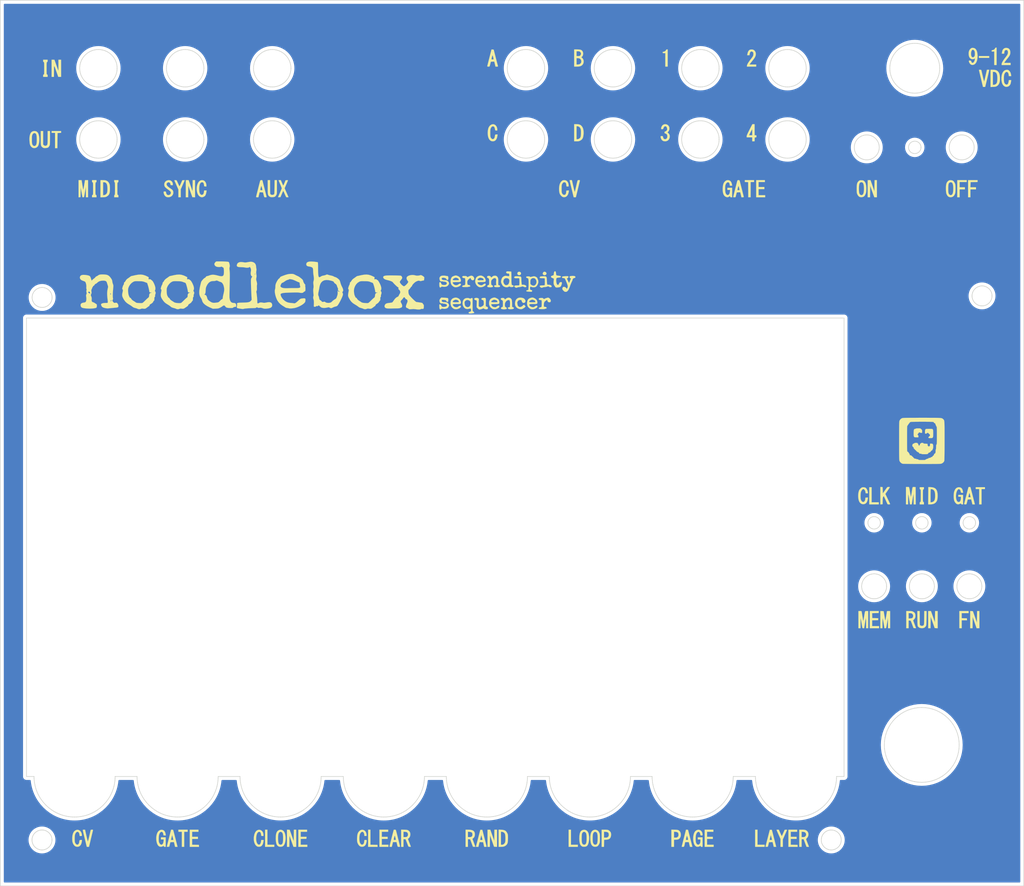
<source format=kicad_pcb>
(kicad_pcb (version 20171130) (host pcbnew "(5.1.2)-2")
  (layers (0 F.Cu signal) (31 B.Cu signal) (34 B.Paste user) (35 F.Paste user) (36 B.SilkS user) (37 F.SilkS user) (38 B.Mask user) (39 F.Mask user) (44 Edge.Cuts user))
  (net 0 "")
  (module LOGO (layer F.Cu) (at 0 0)
    (fp_text reference G*** hide)
    (fp_text value LOGO hide)
  )
  (module LOGO (layer F.Cu) (at 0 0)
    (fp_text reference G*** hide)
    (fp_text value LOGO hide)
  )
  (gr_line (start -81.9619 70.9619) (end -81.9619 -71.0381) (layer Edge.Cuts) (width 0.1))
  (gr_line (start -81.9619 -71.0381) (end 82.0381 -71.0381) (layer Edge.Cuts) (width 0.1))
  (gr_line (start 82.0381 -71.0381) (end 82.0381 70.9619) (layer Edge.Cuts) (width 0.1))
  (gr_line (start 82.0381 70.9619) (end -81.9619 70.9619) (layer Edge.Cuts) (width 0.1))
  (gr_line (start -81.9619 70.9619) (end -81.9619 70.9619) (layer Edge.Cuts) (width 0.1))
  (gr_line (start -63.5619 53.4019) (end -63.5704 53.7364) (layer Edge.Cuts) (width 0.1))
  (gr_line (start -63.5704 53.7364) (end -63.5955 54.06651) (layer Edge.Cuts) (width 0.1))
  (gr_line (start -63.5955 54.06651) (end -63.63683 54.39182) (layer Edge.Cuts) (width 0.1))
  (gr_line (start -63.63683 54.39182) (end -63.69399 54.71192) (layer Edge.Cuts) (width 0.1))
  (gr_line (start -63.69399 54.71192) (end -63.76657 55.0264) (layer Edge.Cuts) (width 0.1))
  (gr_line (start -63.76657 55.0264) (end -63.85416 55.33486) (layer Edge.Cuts) (width 0.1))
  (gr_line (start -63.85416 55.33486) (end -63.956348 55.63688) (layer Edge.Cuts) (width 0.1))
  (gr_line (start -63.956348 55.63688) (end -64.072727 55.93206) (layer Edge.Cuts) (width 0.1))
  (gr_line (start -64.072727 55.93206) (end -64.202891 56.21998) (layer Edge.Cuts) (width 0.1))
  (gr_line (start -64.202891 56.21998) (end -64.346431 56.50025) (layer Edge.Cuts) (width 0.1))
  (gr_line (start -64.346431 56.50025) (end -64.502938 56.77245) (layer Edge.Cuts) (width 0.1))
  (gr_line (start -64.502938 56.77245) (end -64.672005 57.03618) (layer Edge.Cuts) (width 0.1))
  (gr_line (start -64.672005 57.03618) (end -65.046182 57.53657) (layer Edge.Cuts) (width 0.1))
  (gr_line (start -65.046182 57.53657) (end -65.465696 57.99815) (layer Edge.Cuts) (width 0.1))
  (gr_line (start -65.465696 57.99815) (end -65.92728 58.41766) (layer Edge.Cuts) (width 0.1))
  (gr_line (start -65.92728 58.41766) (end -66.427669 58.79184) (layer Edge.Cuts) (width 0.1))
  (gr_line (start -66.427669 58.79184) (end -66.691393 58.96091) (layer Edge.Cuts) (width 0.1))
  (gr_line (start -66.691393 58.96091) (end -66.963594 59.11742) (layer Edge.Cuts) (width 0.1))
  (gr_line (start -66.963594 59.11742) (end -67.243862 59.26095) (layer Edge.Cuts) (width 0.1))
  (gr_line (start -67.243862 59.26095) (end -67.53179 59.39112) (layer Edge.Cuts) (width 0.1))
  (gr_line (start -67.53179 59.39112) (end -67.826968 59.5075) (layer Edge.Cuts) (width 0.1))
  (gr_line (start -67.826968 59.5075) (end -68.128989 59.60969) (layer Edge.Cuts) (width 0.1))
  (gr_line (start -68.128989 59.60969) (end -68.437445 59.69729) (layer Edge.Cuts) (width 0.1))
  (gr_line (start -68.437445 59.69729) (end -68.751926 59.76989) (layer Edge.Cuts) (width 0.1))
  (gr_line (start -68.751926 59.76989) (end -69.072026 59.82709) (layer Edge.Cuts) (width 0.1))
  (gr_line (start -69.072026 59.82709) (end -69.397334 59.86839) (layer Edge.Cuts) (width 0.1))
  (gr_line (start -69.397334 59.86839) (end -69.727444 59.89349) (layer Edge.Cuts) (width 0.1))
  (gr_line (start -69.727444 59.89349) (end -70.061946 59.90149) (layer Edge.Cuts) (width 0.1))
  (gr_line (start -70.061946 59.90149) (end -70.396448 59.89349) (layer Edge.Cuts) (width 0.1))
  (gr_line (start -70.396448 59.89349) (end -70.726558 59.86839) (layer Edge.Cuts) (width 0.1))
  (gr_line (start -70.726558 59.86839) (end -71.051866 59.82709) (layer Edge.Cuts) (width 0.1))
  (gr_line (start -71.051866 59.82709) (end -71.371966 59.76989) (layer Edge.Cuts) (width 0.1))
  (gr_line (start -71.371966 59.76989) (end -71.686447 59.69729) (layer Edge.Cuts) (width 0.1))
  (gr_line (start -71.686447 59.69729) (end -71.994903 59.60969) (layer Edge.Cuts) (width 0.1))
  (gr_line (start -71.994903 59.60969) (end -72.296924 59.5075) (layer Edge.Cuts) (width 0.1))
  (gr_line (start -72.296924 59.5075) (end -72.592102 59.39112) (layer Edge.Cuts) (width 0.1))
  (gr_line (start -72.592102 59.39112) (end -72.88003 59.26095) (layer Edge.Cuts) (width 0.1))
  (gr_line (start -72.88003 59.26095) (end -73.160298 59.11742) (layer Edge.Cuts) (width 0.1))
  (gr_line (start -73.160298 59.11742) (end -73.432499 58.96091) (layer Edge.Cuts) (width 0.1))
  (gr_line (start -73.432499 58.96091) (end -73.696223 58.79184) (layer Edge.Cuts) (width 0.1))
  (gr_line (start -73.696223 58.79184) (end -74.196612 58.41766) (layer Edge.Cuts) (width 0.1))
  (gr_line (start -74.196612 58.41766) (end -74.658196 57.99815) (layer Edge.Cuts) (width 0.1))
  (gr_line (start -74.658196 57.99815) (end -75.07771 57.53657) (layer Edge.Cuts) (width 0.1))
  (gr_line (start -75.07771 57.53657) (end -75.451887 57.03618) (layer Edge.Cuts) (width 0.1))
  (gr_line (start -75.451887 57.03618) (end -75.620954 56.77245) (layer Edge.Cuts) (width 0.1))
  (gr_line (start -75.620954 56.77245) (end -75.777461 56.50025) (layer Edge.Cuts) (width 0.1))
  (gr_line (start -75.777461 56.50025) (end -75.921001 56.21998) (layer Edge.Cuts) (width 0.1))
  (gr_line (start -75.921001 56.21998) (end -76.051165 55.93206) (layer Edge.Cuts) (width 0.1))
  (gr_line (start -76.051165 55.93206) (end -76.167544 55.63688) (layer Edge.Cuts) (width 0.1))
  (gr_line (start -76.167544 55.63688) (end -76.269732 55.33486) (layer Edge.Cuts) (width 0.1))
  (gr_line (start -76.269732 55.33486) (end -76.357318 55.0264) (layer Edge.Cuts) (width 0.1))
  (gr_line (start -76.357318 55.0264) (end -76.429895 54.71192) (layer Edge.Cuts) (width 0.1))
  (gr_line (start -76.429895 54.71192) (end -76.487055 54.39182) (layer Edge.Cuts) (width 0.1))
  (gr_line (start -76.487055 54.39182) (end -76.528389 54.06651) (layer Edge.Cuts) (width 0.1))
  (gr_line (start -76.528389 54.06651) (end -76.553489 53.7364) (layer Edge.Cuts) (width 0.1))
  (gr_line (start -76.553489 53.7364) (end -76.561949 53.4019) (layer Edge.Cuts) (width 0.1))
  (gr_line (start -76.561949 53.4019) (end -77.761949 53.4019) (layer Edge.Cuts) (width 0.1))
  (gr_line (start -77.761949 53.4019) (end -77.761949 -20.0981) (layer Edge.Cuts) (width 0.1))
  (gr_line (start -77.761949 -20.0981) (end 53.23805 -20.0981) (layer Edge.Cuts) (width 0.1))
  (gr_line (start 53.23805 -20.0981) (end 53.23805 53.4019) (layer Edge.Cuts) (width 0.1))
  (gr_line (start 53.23805 53.4019) (end 52.03805 53.4019) (layer Edge.Cuts) (width 0.1))
  (gr_line (start 52.03805 53.4019) (end 52.03005 53.7364) (layer Edge.Cuts) (width 0.1))
  (gr_line (start 52.03005 53.7364) (end 52.00495 54.06651) (layer Edge.Cuts) (width 0.1))
  (gr_line (start 52.00495 54.06651) (end 51.96365 54.39182) (layer Edge.Cuts) (width 0.1))
  (gr_line (start 51.96365 54.39182) (end 51.90645 54.71192) (layer Edge.Cuts) (width 0.1))
  (gr_line (start 51.90645 54.71192) (end 51.83385 55.0264) (layer Edge.Cuts) (width 0.1))
  (gr_line (start 51.83385 55.0264) (end 51.74625 55.33486) (layer Edge.Cuts) (width 0.1))
  (gr_line (start 51.74625 55.33486) (end 51.64406 55.63688) (layer Edge.Cuts) (width 0.1))
  (gr_line (start 51.64406 55.63688) (end 51.52768 55.93206) (layer Edge.Cuts) (width 0.1))
  (gr_line (start 51.52768 55.93206) (end 51.39751 56.21998) (layer Edge.Cuts) (width 0.1))
  (gr_line (start 51.39751 56.21998) (end 51.25398 56.50025) (layer Edge.Cuts) (width 0.1))
  (gr_line (start 51.25398 56.50025) (end 51.09747 56.77245) (layer Edge.Cuts) (width 0.1))
  (gr_line (start 51.09747 56.77245) (end 50.9284 57.03618) (layer Edge.Cuts) (width 0.1))
  (gr_line (start 50.9284 57.03618) (end 50.55422 57.53657) (layer Edge.Cuts) (width 0.1))
  (gr_line (start 50.55422 57.53657) (end 50.13471 57.99815) (layer Edge.Cuts) (width 0.1))
  (gr_line (start 50.13471 57.99815) (end 49.67313 58.41766) (layer Edge.Cuts) (width 0.1))
  (gr_line (start 49.67313 58.41766) (end 49.17274 58.79184) (layer Edge.Cuts) (width 0.1))
  (gr_line (start 49.17274 58.79184) (end 48.90901 58.96091) (layer Edge.Cuts) (width 0.1))
  (gr_line (start 48.90901 58.96091) (end 48.63681 59.11742) (layer Edge.Cuts) (width 0.1))
  (gr_line (start 48.63681 59.11742) (end 48.35654 59.26095) (layer Edge.Cuts) (width 0.1))
  (gr_line (start 48.35654 59.26095) (end 48.06862 59.39112) (layer Edge.Cuts) (width 0.1))
  (gr_line (start 48.06862 59.39112) (end 47.77344 59.5075) (layer Edge.Cuts) (width 0.1))
  (gr_line (start 47.77344 59.5075) (end 47.47142 59.60969) (layer Edge.Cuts) (width 0.1))
  (gr_line (start 47.47142 59.60969) (end 47.16296 59.69729) (layer Edge.Cuts) (width 0.1))
  (gr_line (start 47.16296 59.69729) (end 46.84848 59.76989) (layer Edge.Cuts) (width 0.1))
  (gr_line (start 46.84848 59.76989) (end 46.52838 59.82709) (layer Edge.Cuts) (width 0.1))
  (gr_line (start 46.52838 59.82709) (end 46.20307 59.86839) (layer Edge.Cuts) (width 0.1))
  (gr_line (start 46.20307 59.86839) (end 45.87296 59.89349) (layer Edge.Cuts) (width 0.1))
  (gr_line (start 45.87296 59.89349) (end 45.53846 59.90149) (layer Edge.Cuts) (width 0.1))
  (gr_line (start 45.53846 59.90149) (end 45.20396 59.89349) (layer Edge.Cuts) (width 0.1))
  (gr_line (start 45.20396 59.89349) (end 44.87385 59.86839) (layer Edge.Cuts) (width 0.1))
  (gr_line (start 44.87385 59.86839) (end 44.54854 59.82709) (layer Edge.Cuts) (width 0.1))
  (gr_line (start 44.54854 59.82709) (end 44.22844 59.76989) (layer Edge.Cuts) (width 0.1))
  (gr_line (start 44.22844 59.76989) (end 43.91396 59.69729) (layer Edge.Cuts) (width 0.1))
  (gr_line (start 43.91396 59.69729) (end 43.6055 59.60969) (layer Edge.Cuts) (width 0.1))
  (gr_line (start 43.6055 59.60969) (end 43.30348 59.5075) (layer Edge.Cuts) (width 0.1))
  (gr_line (start 43.30348 59.5075) (end 43.0083 59.39112) (layer Edge.Cuts) (width 0.1))
  (gr_line (start 43.0083 59.39112) (end 42.72038 59.26095) (layer Edge.Cuts) (width 0.1))
  (gr_line (start 42.72038 59.26095) (end 42.44011 59.11742) (layer Edge.Cuts) (width 0.1))
  (gr_line (start 42.44011 59.11742) (end 42.16791 58.96091) (layer Edge.Cuts) (width 0.1))
  (gr_line (start 42.16791 58.96091) (end 41.90418 58.79184) (layer Edge.Cuts) (width 0.1))
  (gr_line (start 41.90418 58.79184) (end 41.40379 58.41766) (layer Edge.Cuts) (width 0.1))
  (gr_line (start 41.40379 58.41766) (end 40.94221 57.99815) (layer Edge.Cuts) (width 0.1))
  (gr_line (start 40.94221 57.99815) (end 40.5227 57.53657) (layer Edge.Cuts) (width 0.1))
  (gr_line (start 40.5227 57.53657) (end 40.14852 57.03618) (layer Edge.Cuts) (width 0.1))
  (gr_line (start 40.14852 57.03618) (end 39.97945 56.77245) (layer Edge.Cuts) (width 0.1))
  (gr_line (start 39.97945 56.77245) (end 39.82294 56.50025) (layer Edge.Cuts) (width 0.1))
  (gr_line (start 39.82294 56.50025) (end 39.67941 56.21998) (layer Edge.Cuts) (width 0.1))
  (gr_line (start 39.67941 56.21998) (end 39.54924 55.93206) (layer Edge.Cuts) (width 0.1))
  (gr_line (start 39.54924 55.93206) (end 39.43286 55.63688) (layer Edge.Cuts) (width 0.1))
  (gr_line (start 39.43286 55.63688) (end 39.33067 55.33486) (layer Edge.Cuts) (width 0.1))
  (gr_line (start 39.33067 55.33486) (end 39.24307 55.0264) (layer Edge.Cuts) (width 0.1))
  (gr_line (start 39.24307 55.0264) (end 39.17047 54.71192) (layer Edge.Cuts) (width 0.1))
  (gr_line (start 39.17047 54.71192) (end 39.11327 54.39182) (layer Edge.Cuts) (width 0.1))
  (gr_line (start 39.11327 54.39182) (end 39.07197 54.06651) (layer Edge.Cuts) (width 0.1))
  (gr_line (start 39.07197 54.06651) (end 39.04687 53.7364) (layer Edge.Cuts) (width 0.1))
  (gr_line (start 39.04687 53.7364) (end 39.03887 53.4019) (layer Edge.Cuts) (width 0.1))
  (gr_line (start 39.03887 53.4019) (end 35.47887 53.4019) (layer Edge.Cuts) (width 0.1))
  (gr_line (start 35.47887 53.4019) (end 35.47087 53.7364) (layer Edge.Cuts) (width 0.1))
  (gr_line (start 35.47087 53.7364) (end 35.44577 54.06651) (layer Edge.Cuts) (width 0.1))
  (gr_line (start 35.44577 54.06651) (end 35.40447 54.39182) (layer Edge.Cuts) (width 0.1))
  (gr_line (start 35.40447 54.39182) (end 35.34727 54.71192) (layer Edge.Cuts) (width 0.1))
  (gr_line (start 35.34727 54.71192) (end 35.27467 55.0264) (layer Edge.Cuts) (width 0.1))
  (gr_line (start 35.27467 55.0264) (end 35.18707 55.33486) (layer Edge.Cuts) (width 0.1))
  (gr_line (start 35.18707 55.33486) (end 35.08488 55.63688) (layer Edge.Cuts) (width 0.1))
  (gr_line (start 35.08488 55.63688) (end 34.9685 55.93206) (layer Edge.Cuts) (width 0.1))
  (gr_line (start 34.9685 55.93206) (end 34.83833 56.21998) (layer Edge.Cuts) (width 0.1))
  (gr_line (start 34.83833 56.21998) (end 34.6948 56.50025) (layer Edge.Cuts) (width 0.1))
  (gr_line (start 34.6948 56.50025) (end 34.53829 56.77245) (layer Edge.Cuts) (width 0.1))
  (gr_line (start 34.53829 56.77245) (end 34.36922 57.03618) (layer Edge.Cuts) (width 0.1))
  (gr_line (start 34.36922 57.03618) (end 33.99504 57.53657) (layer Edge.Cuts) (width 0.1))
  (gr_line (start 33.99504 57.53657) (end 33.57553 57.99815) (layer Edge.Cuts) (width 0.1))
  (gr_line (start 33.57553 57.99815) (end 33.11395 58.41766) (layer Edge.Cuts) (width 0.1))
  (gr_line (start 33.11395 58.41766) (end 32.61356 58.79184) (layer Edge.Cuts) (width 0.1))
  (gr_line (start 32.61356 58.79184) (end 32.34983 58.96091) (layer Edge.Cuts) (width 0.1))
  (gr_line (start 32.34983 58.96091) (end 32.07763 59.11742) (layer Edge.Cuts) (width 0.1))
  (gr_line (start 32.07763 59.11742) (end 31.79736 59.26095) (layer Edge.Cuts) (width 0.1))
  (gr_line (start 31.79736 59.26095) (end 31.50944 59.39112) (layer Edge.Cuts) (width 0.1))
  (gr_line (start 31.50944 59.39112) (end 31.21426 59.5075) (layer Edge.Cuts) (width 0.1))
  (gr_line (start 31.21426 59.5075) (end 30.91224 59.60969) (layer Edge.Cuts) (width 0.1))
  (gr_line (start 30.91224 59.60969) (end 30.60378 59.69729) (layer Edge.Cuts) (width 0.1))
  (gr_line (start 30.60378 59.69729) (end 30.2893 59.76989) (layer Edge.Cuts) (width 0.1))
  (gr_line (start 30.2893 59.76989) (end 29.9692 59.82709) (layer Edge.Cuts) (width 0.1))
  (gr_line (start 29.9692 59.82709) (end 29.64389 59.86839) (layer Edge.Cuts) (width 0.1))
  (gr_line (start 29.64389 59.86839) (end 29.31378 59.89349) (layer Edge.Cuts) (width 0.1))
  (gr_line (start 29.31378 59.89349) (end 28.97928 59.90149) (layer Edge.Cuts) (width 0.1))
  (gr_line (start 28.97928 59.90149) (end 28.64478 59.89349) (layer Edge.Cuts) (width 0.1))
  (gr_line (start 28.64478 59.89349) (end 28.31467 59.86839) (layer Edge.Cuts) (width 0.1))
  (gr_line (start 28.31467 59.86839) (end 27.98936 59.82709) (layer Edge.Cuts) (width 0.1))
  (gr_line (start 27.98936 59.82709) (end 27.66926 59.76989) (layer Edge.Cuts) (width 0.1))
  (gr_line (start 27.66926 59.76989) (end 27.35478 59.69729) (layer Edge.Cuts) (width 0.1))
  (gr_line (start 27.35478 59.69729) (end 27.04632 59.60969) (layer Edge.Cuts) (width 0.1))
  (gr_line (start 27.04632 59.60969) (end 26.7443 59.5075) (layer Edge.Cuts) (width 0.1))
  (gr_line (start 26.7443 59.5075) (end 26.44912 59.39112) (layer Edge.Cuts) (width 0.1))
  (gr_line (start 26.44912 59.39112) (end 26.1612 59.26095) (layer Edge.Cuts) (width 0.1))
  (gr_line (start 26.1612 59.26095) (end 25.88093 59.11742) (layer Edge.Cuts) (width 0.1))
  (gr_line (start 25.88093 59.11742) (end 25.60873 58.96091) (layer Edge.Cuts) (width 0.1))
  (gr_line (start 25.60873 58.96091) (end 25.345 58.79184) (layer Edge.Cuts) (width 0.1))
  (gr_line (start 25.345 58.79184) (end 24.84461 58.41766) (layer Edge.Cuts) (width 0.1))
  (gr_line (start 24.84461 58.41766) (end 24.38303 57.99815) (layer Edge.Cuts) (width 0.1))
  (gr_line (start 24.38303 57.99815) (end 23.96352 57.53657) (layer Edge.Cuts) (width 0.1))
  (gr_line (start 23.96352 57.53657) (end 23.58934 57.03618) (layer Edge.Cuts) (width 0.1))
  (gr_line (start 23.58934 57.03618) (end 23.42027 56.77245) (layer Edge.Cuts) (width 0.1))
  (gr_line (start 23.42027 56.77245) (end 23.26376 56.50025) (layer Edge.Cuts) (width 0.1))
  (gr_line (start 23.26376 56.50025) (end 23.12023 56.21998) (layer Edge.Cuts) (width 0.1))
  (gr_line (start 23.12023 56.21998) (end 22.99006 55.93206) (layer Edge.Cuts) (width 0.1))
  (gr_line (start 22.99006 55.93206) (end 22.87368 55.63688) (layer Edge.Cuts) (width 0.1))
  (gr_line (start 22.87368 55.63688) (end 22.77149 55.33486) (layer Edge.Cuts) (width 0.1))
  (gr_line (start 22.77149 55.33486) (end 22.68389 55.0264) (layer Edge.Cuts) (width 0.1))
  (gr_line (start 22.68389 55.0264) (end 22.61129 54.71192) (layer Edge.Cuts) (width 0.1))
  (gr_line (start 22.61129 54.71192) (end 22.55409 54.39182) (layer Edge.Cuts) (width 0.1))
  (gr_line (start 22.55409 54.39182) (end 22.51279 54.06651) (layer Edge.Cuts) (width 0.1))
  (gr_line (start 22.51279 54.06651) (end 22.48769 53.7364) (layer Edge.Cuts) (width 0.1))
  (gr_line (start 22.48769 53.7364) (end 22.47969 53.4019) (layer Edge.Cuts) (width 0.1))
  (gr_line (start 22.47969 53.4019) (end 19.00969 53.4019) (layer Edge.Cuts) (width 0.1))
  (gr_line (start 19.00969 53.4019) (end 19.00169 53.7364) (layer Edge.Cuts) (width 0.1))
  (gr_line (start 19.00169 53.7364) (end 18.97659 54.06651) (layer Edge.Cuts) (width 0.1))
  (gr_line (start 18.97659 54.06651) (end 18.93529 54.39182) (layer Edge.Cuts) (width 0.1))
  (gr_line (start 18.93529 54.39182) (end 18.87809 54.71192) (layer Edge.Cuts) (width 0.1))
  (gr_line (start 18.87809 54.71192) (end 18.80549 55.0264) (layer Edge.Cuts) (width 0.1))
  (gr_line (start 18.80549 55.0264) (end 18.71789 55.33486) (layer Edge.Cuts) (width 0.1))
  (gr_line (start 18.71789 55.33486) (end 18.6157 55.63688) (layer Edge.Cuts) (width 0.1))
  (gr_line (start 18.6157 55.63688) (end 18.49932 55.93206) (layer Edge.Cuts) (width 0.1))
  (gr_line (start 18.49932 55.93206) (end 18.36915 56.21998) (layer Edge.Cuts) (width 0.1))
  (gr_line (start 18.36915 56.21998) (end 18.22562 56.50025) (layer Edge.Cuts) (width 0.1))
  (gr_line (start 18.22562 56.50025) (end 18.06911 56.77245) (layer Edge.Cuts) (width 0.1))
  (gr_line (start 18.06911 56.77245) (end 17.900042 57.03618) (layer Edge.Cuts) (width 0.1))
  (gr_line (start 17.900042 57.03618) (end 17.525865 57.53657) (layer Edge.Cuts) (width 0.1))
  (gr_line (start 17.525865 57.53657) (end 17.106351 57.99815) (layer Edge.Cuts) (width 0.1))
  (gr_line (start 17.106351 57.99815) (end 16.644767 58.41766) (layer Edge.Cuts) (width 0.1))
  (gr_line (start 16.644767 58.41766) (end 16.144378 58.79184) (layer Edge.Cuts) (width 0.1))
  (gr_line (start 16.144378 58.79184) (end 15.880654 58.96091) (layer Edge.Cuts) (width 0.1))
  (gr_line (start 15.880654 58.96091) (end 15.608453 59.11742) (layer Edge.Cuts) (width 0.1))
  (gr_line (start 15.608453 59.11742) (end 15.328185 59.26095) (layer Edge.Cuts) (width 0.1))
  (gr_line (start 15.328185 59.26095) (end 15.040257 59.39112) (layer Edge.Cuts) (width 0.1))
  (gr_line (start 15.040257 59.39112) (end 14.745079 59.5075) (layer Edge.Cuts) (width 0.1))
  (gr_line (start 14.745079 59.5075) (end 14.443058 59.60969) (layer Edge.Cuts) (width 0.1))
  (gr_line (start 14.443058 59.60969) (end 14.134602 59.69729) (layer Edge.Cuts) (width 0.1))
  (gr_line (start 14.134602 59.69729) (end 13.820121 59.76989) (layer Edge.Cuts) (width 0.1))
  (gr_line (start 13.820121 59.76989) (end 13.500021 59.82709) (layer Edge.Cuts) (width 0.1))
  (gr_line (start 13.500021 59.82709) (end 13.174713 59.86839) (layer Edge.Cuts) (width 0.1))
  (gr_line (start 13.174713 59.86839) (end 12.844603 59.89349) (layer Edge.Cuts) (width 0.1))
  (gr_line (start 12.844603 59.89349) (end 12.510101 59.90149) (layer Edge.Cuts) (width 0.1))
  (gr_line (start 12.510101 59.90149) (end 12.175599 59.89349) (layer Edge.Cuts) (width 0.1))
  (gr_line (start 12.175599 59.89349) (end 11.845489 59.86839) (layer Edge.Cuts) (width 0.1))
  (gr_line (start 11.845489 59.86839) (end 11.520181 59.82709) (layer Edge.Cuts) (width 0.1))
  (gr_line (start 11.520181 59.82709) (end 11.200081 59.76989) (layer Edge.Cuts) (width 0.1))
  (gr_line (start 11.200081 59.76989) (end 10.8856 59.69729) (layer Edge.Cuts) (width 0.1))
  (gr_line (start 10.8856 59.69729) (end 10.577144 59.60969) (layer Edge.Cuts) (width 0.1))
  (gr_line (start 10.577144 59.60969) (end 10.275123 59.5075) (layer Edge.Cuts) (width 0.1))
  (gr_line (start 10.275123 59.5075) (end 9.979945 59.39112) (layer Edge.Cuts) (width 0.1))
  (gr_line (start 9.979945 59.39112) (end 9.692017 59.26095) (layer Edge.Cuts) (width 0.1))
  (gr_line (start 9.692017 59.26095) (end 9.411749 59.11742) (layer Edge.Cuts) (width 0.1))
  (gr_line (start 9.411749 59.11742) (end 9.139548 58.96091) (layer Edge.Cuts) (width 0.1))
  (gr_line (start 9.139548 58.96091) (end 8.875824 58.79184) (layer Edge.Cuts) (width 0.1))
  (gr_line (start 8.875824 58.79184) (end 8.375435 58.41766) (layer Edge.Cuts) (width 0.1))
  (gr_line (start 8.375435 58.41766) (end 7.913851 57.99815) (layer Edge.Cuts) (width 0.1))
  (gr_line (start 7.913851 57.99815) (end 7.494337 57.53657) (layer Edge.Cuts) (width 0.1))
  (gr_line (start 7.494337 57.53657) (end 7.12016 57.03618) (layer Edge.Cuts) (width 0.1))
  (gr_line (start 7.12016 57.03618) (end 6.951093 56.77245) (layer Edge.Cuts) (width 0.1))
  (gr_line (start 6.951093 56.77245) (end 6.794586 56.50025) (layer Edge.Cuts) (width 0.1))
  (gr_line (start 6.794586 56.50025) (end 6.651046 56.21998) (layer Edge.Cuts) (width 0.1))
  (gr_line (start 6.651046 56.21998) (end 6.520882 55.93206) (layer Edge.Cuts) (width 0.1))
  (gr_line (start 6.520882 55.93206) (end 6.404503 55.63688) (layer Edge.Cuts) (width 0.1))
  (gr_line (start 6.404503 55.63688) (end 6.302315 55.33486) (layer Edge.Cuts) (width 0.1))
  (gr_line (start 6.302315 55.33486) (end 6.214725 55.0264) (layer Edge.Cuts) (width 0.1))
  (gr_line (start 6.214725 55.0264) (end 6.142145 54.71192) (layer Edge.Cuts) (width 0.1))
  (gr_line (start 6.142145 54.71192) (end 6.084985 54.39182) (layer Edge.Cuts) (width 0.1))
  (gr_line (start 6.084985 54.39182) (end 6.043655 54.06651) (layer Edge.Cuts) (width 0.1))
  (gr_line (start 6.043655 54.06651) (end 6.018555 53.7364) (layer Edge.Cuts) (width 0.1))
  (gr_line (start 6.018555 53.7364) (end 6.010055 53.4019) (layer Edge.Cuts) (width 0.1))
  (gr_line (start 6.010055 53.4019) (end 2.510055 53.4019) (layer Edge.Cuts) (width 0.1))
  (gr_line (start 2.510055 53.4019) (end 2.501555 53.7364) (layer Edge.Cuts) (width 0.1))
  (gr_line (start 2.501555 53.7364) (end 2.476455 54.06651) (layer Edge.Cuts) (width 0.1))
  (gr_line (start 2.476455 54.06651) (end 2.435125 54.39182) (layer Edge.Cuts) (width 0.1))
  (gr_line (start 2.435125 54.39182) (end 2.377965 54.71192) (layer Edge.Cuts) (width 0.1))
  (gr_line (start 2.377965 54.71192) (end 2.305385 55.0264) (layer Edge.Cuts) (width 0.1))
  (gr_line (start 2.305385 55.0264) (end 2.217795 55.33486) (layer Edge.Cuts) (width 0.1))
  (gr_line (start 2.217795 55.33486) (end 2.115607 55.63688) (layer Edge.Cuts) (width 0.1))
  (gr_line (start 2.115607 55.63688) (end 1.999228 55.93206) (layer Edge.Cuts) (width 0.1))
  (gr_line (start 1.999228 55.93206) (end 1.869064 56.21998) (layer Edge.Cuts) (width 0.1))
  (gr_line (start 1.869064 56.21998) (end 1.725524 56.50025) (layer Edge.Cuts) (width 0.1))
  (gr_line (start 1.725524 56.50025) (end 1.569017 56.77245) (layer Edge.Cuts) (width 0.1))
  (gr_line (start 1.569017 56.77245) (end 1.39995 57.03618) (layer Edge.Cuts) (width 0.1))
  (gr_line (start 1.39995 57.03618) (end 1.025773 57.53657) (layer Edge.Cuts) (width 0.1))
  (gr_line (start 1.025773 57.53657) (end 0.606259 57.99815) (layer Edge.Cuts) (width 0.1))
  (gr_line (start 0.606259 57.99815) (end 0.144675 58.41766) (layer Edge.Cuts) (width 0.1))
  (gr_line (start 0.144675 58.41766) (end -0.355714 58.79184) (layer Edge.Cuts) (width 0.1))
  (gr_line (start -0.355714 58.79184) (end -0.619438 58.96091) (layer Edge.Cuts) (width 0.1))
  (gr_line (start -0.619438 58.96091) (end -0.891639 59.11742) (layer Edge.Cuts) (width 0.1))
  (gr_line (start -0.891639 59.11742) (end -1.171907 59.26095) (layer Edge.Cuts) (width 0.1))
  (gr_line (start -1.171907 59.26095) (end -1.459835 59.39112) (layer Edge.Cuts) (width 0.1))
  (gr_line (start -1.459835 59.39112) (end -1.755013 59.5075) (layer Edge.Cuts) (width 0.1))
  (gr_line (start -1.755013 59.5075) (end -2.057034 59.60969) (layer Edge.Cuts) (width 0.1))
  (gr_line (start -2.057034 59.60969) (end -2.36549 59.69729) (layer Edge.Cuts) (width 0.1))
  (gr_line (start -2.36549 59.69729) (end -2.679971 59.76989) (layer Edge.Cuts) (width 0.1))
  (gr_line (start -2.679971 59.76989) (end -3.000071 59.82709) (layer Edge.Cuts) (width 0.1))
  (gr_line (start -3.000071 59.82709) (end -3.325379 59.86839) (layer Edge.Cuts) (width 0.1))
  (gr_line (start -3.325379 59.86839) (end -3.655489 59.89349) (layer Edge.Cuts) (width 0.1))
  (gr_line (start -3.655489 59.89349) (end -3.989991 59.90149) (layer Edge.Cuts) (width 0.1))
  (gr_line (start -3.989991 59.90149) (end -4.324493 59.89349) (layer Edge.Cuts) (width 0.1))
  (gr_line (start -4.324493 59.89349) (end -4.654603 59.86839) (layer Edge.Cuts) (width 0.1))
  (gr_line (start -4.654603 59.86839) (end -4.979911 59.82709) (layer Edge.Cuts) (width 0.1))
  (gr_line (start -4.979911 59.82709) (end -5.300011 59.76989) (layer Edge.Cuts) (width 0.1))
  (gr_line (start -5.300011 59.76989) (end -5.614492 59.69729) (layer Edge.Cuts) (width 0.1))
  (gr_line (start -5.614492 59.69729) (end -5.922948 59.60969) (layer Edge.Cuts) (width 0.1))
  (gr_line (start -5.922948 59.60969) (end -6.224969 59.5075) (layer Edge.Cuts) (width 0.1))
  (gr_line (start -6.224969 59.5075) (end -6.520147 59.39112) (layer Edge.Cuts) (width 0.1))
  (gr_line (start -6.520147 59.39112) (end -6.808075 59.26095) (layer Edge.Cuts) (width 0.1))
  (gr_line (start -6.808075 59.26095) (end -7.088343 59.11742) (layer Edge.Cuts) (width 0.1))
  (gr_line (start -7.088343 59.11742) (end -7.360544 58.96091) (layer Edge.Cuts) (width 0.1))
  (gr_line (start -7.360544 58.96091) (end -7.624268 58.79184) (layer Edge.Cuts) (width 0.1))
  (gr_line (start -7.624268 58.79184) (end -8.124657 58.41766) (layer Edge.Cuts) (width 0.1))
  (gr_line (start -8.124657 58.41766) (end -8.586241 57.99815) (layer Edge.Cuts) (width 0.1))
  (gr_line (start -8.586241 57.99815) (end -9.005755 57.53657) (layer Edge.Cuts) (width 0.1))
  (gr_line (start -9.005755 57.53657) (end -9.379932 57.03618) (layer Edge.Cuts) (width 0.1))
  (gr_line (start -9.379932 57.03618) (end -9.548999 56.77245) (layer Edge.Cuts) (width 0.1))
  (gr_line (start -9.548999 56.77245) (end -9.705506 56.50025) (layer Edge.Cuts) (width 0.1))
  (gr_line (start -9.705506 56.50025) (end -9.849046 56.21998) (layer Edge.Cuts) (width 0.1))
  (gr_line (start -9.849046 56.21998) (end -9.97921 55.93206) (layer Edge.Cuts) (width 0.1))
  (gr_line (start -9.97921 55.93206) (end -10.095589 55.63688) (layer Edge.Cuts) (width 0.1))
  (gr_line (start -10.095589 55.63688) (end -10.197777 55.33486) (layer Edge.Cuts) (width 0.1))
  (gr_line (start -10.197777 55.33486) (end -10.285367 55.0264) (layer Edge.Cuts) (width 0.1))
  (gr_line (start -10.285367 55.0264) (end -10.357947 54.71192) (layer Edge.Cuts) (width 0.1))
  (gr_line (start -10.357947 54.71192) (end -10.415107 54.39182) (layer Edge.Cuts) (width 0.1))
  (gr_line (start -10.415107 54.39182) (end -10.456437 54.06651) (layer Edge.Cuts) (width 0.1))
  (gr_line (start -10.456437 54.06651) (end -10.481537 53.7364) (layer Edge.Cuts) (width 0.1))
  (gr_line (start -10.481537 53.7364) (end -10.490037 53.4019) (layer Edge.Cuts) (width 0.1))
  (gr_line (start -10.490037 53.4019) (end -14.000037 53.4019) (layer Edge.Cuts) (width 0.1))
  (gr_line (start -14.000037 53.4019) (end -14.008537 53.7364) (layer Edge.Cuts) (width 0.1))
  (gr_line (start -14.008537 53.7364) (end -14.033637 54.06651) (layer Edge.Cuts) (width 0.1))
  (gr_line (start -14.033637 54.06651) (end -14.074967 54.39182) (layer Edge.Cuts) (width 0.1))
  (gr_line (start -14.074967 54.39182) (end -14.132127 54.71192) (layer Edge.Cuts) (width 0.1))
  (gr_line (start -14.132127 54.71192) (end -14.204707 55.0264) (layer Edge.Cuts) (width 0.1))
  (gr_line (start -14.204707 55.0264) (end -14.292297 55.33486) (layer Edge.Cuts) (width 0.1))
  (gr_line (start -14.292297 55.33486) (end -14.394485 55.63688) (layer Edge.Cuts) (width 0.1))
  (gr_line (start -14.394485 55.63688) (end -14.510864 55.93206) (layer Edge.Cuts) (width 0.1))
  (gr_line (start -14.510864 55.93206) (end -14.641028 56.21998) (layer Edge.Cuts) (width 0.1))
  (gr_line (start -14.641028 56.21998) (end -14.784568 56.50025) (layer Edge.Cuts) (width 0.1))
  (gr_line (start -14.784568 56.50025) (end -14.941075 56.77245) (layer Edge.Cuts) (width 0.1))
  (gr_line (start -14.941075 56.77245) (end -15.110142 57.03618) (layer Edge.Cuts) (width 0.1))
  (gr_line (start -15.110142 57.03618) (end -15.484319 57.53657) (layer Edge.Cuts) (width 0.1))
  (gr_line (start -15.484319 57.53657) (end -15.903833 57.99815) (layer Edge.Cuts) (width 0.1))
  (gr_line (start -15.903833 57.99815) (end -16.365417 58.41766) (layer Edge.Cuts) (width 0.1))
  (gr_line (start -16.365417 58.41766) (end -16.865806 58.79184) (layer Edge.Cuts) (width 0.1))
  (gr_line (start -16.865806 58.79184) (end -17.12953 58.96091) (layer Edge.Cuts) (width 0.1))
  (gr_line (start -17.12953 58.96091) (end -17.401731 59.11742) (layer Edge.Cuts) (width 0.1))
  (gr_line (start -17.401731 59.11742) (end -17.681999 59.26095) (layer Edge.Cuts) (width 0.1))
  (gr_line (start -17.681999 59.26095) (end -17.969927 59.39112) (layer Edge.Cuts) (width 0.1))
  (gr_line (start -17.969927 59.39112) (end -18.265105 59.5075) (layer Edge.Cuts) (width 0.1))
  (gr_line (start -18.265105 59.5075) (end -18.567126 59.60969) (layer Edge.Cuts) (width 0.1))
  (gr_line (start -18.567126 59.60969) (end -18.875582 59.69729) (layer Edge.Cuts) (width 0.1))
  (gr_line (start -18.875582 59.69729) (end -19.190063 59.76989) (layer Edge.Cuts) (width 0.1))
  (gr_line (start -19.190063 59.76989) (end -19.510163 59.82709) (layer Edge.Cuts) (width 0.1))
  (gr_line (start -19.510163 59.82709) (end -19.835471 59.86839) (layer Edge.Cuts) (width 0.1))
  (gr_line (start -19.835471 59.86839) (end -20.165581 59.89349) (layer Edge.Cuts) (width 0.1))
  (gr_line (start -20.165581 59.89349) (end -20.500083 59.90149) (layer Edge.Cuts) (width 0.1))
  (gr_line (start -20.500083 59.90149) (end -20.833705 59.89349) (layer Edge.Cuts) (width 0.1))
  (gr_line (start -20.833705 59.89349) (end -21.163047 59.86839) (layer Edge.Cuts) (width 0.1))
  (gr_line (start -21.163047 59.86839) (end -21.487693 59.82709) (layer Edge.Cuts) (width 0.1))
  (gr_line (start -21.487693 59.82709) (end -21.807231 59.76989) (layer Edge.Cuts) (width 0.1))
  (gr_line (start -21.807231 59.76989) (end -22.121247 59.69729) (layer Edge.Cuts) (width 0.1))
  (gr_line (start -22.121247 59.69729) (end -22.429326 59.60969) (layer Edge.Cuts) (width 0.1))
  (gr_line (start -22.429326 59.60969) (end -22.731055 59.5075) (layer Edge.Cuts) (width 0.1))
  (gr_line (start -22.731055 59.5075) (end -23.02602 59.39112) (layer Edge.Cuts) (width 0.1))
  (gr_line (start -23.02602 59.39112) (end -23.313808 59.26095) (layer Edge.Cuts) (width 0.1))
  (gr_line (start -23.313808 59.26095) (end -23.594004 59.11742) (layer Edge.Cuts) (width 0.1))
  (gr_line (start -23.594004 59.11742) (end -23.866194 58.96091) (layer Edge.Cuts) (width 0.1))
  (gr_line (start -23.866194 58.96091) (end -24.129966 58.79184) (layer Edge.Cuts) (width 0.1))
  (gr_line (start -24.129966 58.79184) (end -24.630596 58.41766) (layer Edge.Cuts) (width 0.1))
  (gr_line (start -24.630596 58.41766) (end -25.092583 57.99815) (layer Edge.Cuts) (width 0.1))
  (gr_line (start -25.092583 57.99815) (end -25.512617 57.53657) (layer Edge.Cuts) (width 0.1))
  (gr_line (start -25.512617 57.53657) (end -25.887388 57.03618) (layer Edge.Cuts) (width 0.1))
  (gr_line (start -25.887388 57.03618) (end -26.056765 56.77245) (layer Edge.Cuts) (width 0.1))
  (gr_line (start -26.056765 56.77245) (end -26.213584 56.50025) (layer Edge.Cuts) (width 0.1))
  (gr_line (start -26.213584 56.50025) (end -26.357432 56.21998) (layer Edge.Cuts) (width 0.1))
  (gr_line (start -26.357432 56.21998) (end -26.487896 55.93206) (layer Edge.Cuts) (width 0.1))
  (gr_line (start -26.487896 55.93206) (end -26.60456 55.63688) (layer Edge.Cuts) (width 0.1))
  (gr_line (start -26.60456 55.63688) (end -26.707012 55.33486) (layer Edge.Cuts) (width 0.1))
  (gr_line (start -26.707012 55.33486) (end -26.794832 55.0264) (layer Edge.Cuts) (width 0.1))
  (gr_line (start -26.794832 55.0264) (end -26.867622 54.71192) (layer Edge.Cuts) (width 0.1))
  (gr_line (start -26.867622 54.71192) (end -26.924952 54.39182) (layer Edge.Cuts) (width 0.1))
  (gr_line (start -26.924952 54.39182) (end -26.966412 54.06651) (layer Edge.Cuts) (width 0.1))
  (gr_line (start -26.966412 54.06651) (end -26.991592 53.7364) (layer Edge.Cuts) (width 0.1))
  (gr_line (start -26.991592 53.7364) (end -27.000092 53.4019) (layer Edge.Cuts) (width 0.1))
  (gr_line (start -27.000092 53.4019) (end -30.550092 53.4019) (layer Edge.Cuts) (width 0.1))
  (gr_line (start -30.550092 53.4019) (end -30.558592 53.7364) (layer Edge.Cuts) (width 0.1))
  (gr_line (start -30.558592 53.7364) (end -30.583692 54.06651) (layer Edge.Cuts) (width 0.1))
  (gr_line (start -30.583692 54.06651) (end -30.625022 54.39182) (layer Edge.Cuts) (width 0.1))
  (gr_line (start -30.625022 54.39182) (end -30.682182 54.71192) (layer Edge.Cuts) (width 0.1))
  (gr_line (start -30.682182 54.71192) (end -30.754762 55.0264) (layer Edge.Cuts) (width 0.1))
  (gr_line (start -30.754762 55.0264) (end -30.842352 55.33486) (layer Edge.Cuts) (width 0.1))
  (gr_line (start -30.842352 55.33486) (end -30.94454 55.63688) (layer Edge.Cuts) (width 0.1))
  (gr_line (start -30.94454 55.63688) (end -31.060919 55.93206) (layer Edge.Cuts) (width 0.1))
  (gr_line (start -31.060919 55.93206) (end -31.191083 56.21998) (layer Edge.Cuts) (width 0.1))
  (gr_line (start -31.191083 56.21998) (end -31.334623 56.50025) (layer Edge.Cuts) (width 0.1))
  (gr_line (start -31.334623 56.50025) (end -31.49113 56.77245) (layer Edge.Cuts) (width 0.1))
  (gr_line (start -31.49113 56.77245) (end -31.660197 57.03618) (layer Edge.Cuts) (width 0.1))
  (gr_line (start -31.660197 57.03618) (end -32.034374 57.53657) (layer Edge.Cuts) (width 0.1))
  (gr_line (start -32.034374 57.53657) (end -32.453888 57.99815) (layer Edge.Cuts) (width 0.1))
  (gr_line (start -32.453888 57.99815) (end -32.915472 58.41766) (layer Edge.Cuts) (width 0.1))
  (gr_line (start -32.915472 58.41766) (end -33.415861 58.79184) (layer Edge.Cuts) (width 0.1))
  (gr_line (start -33.415861 58.79184) (end -33.679585 58.96091) (layer Edge.Cuts) (width 0.1))
  (gr_line (start -33.679585 58.96091) (end -33.951786 59.11742) (layer Edge.Cuts) (width 0.1))
  (gr_line (start -33.951786 59.11742) (end -34.232054 59.26095) (layer Edge.Cuts) (width 0.1))
  (gr_line (start -34.232054 59.26095) (end -34.519982 59.39112) (layer Edge.Cuts) (width 0.1))
  (gr_line (start -34.519982 59.39112) (end -34.81516 59.5075) (layer Edge.Cuts) (width 0.1))
  (gr_line (start -34.81516 59.5075) (end -35.117181 59.60969) (layer Edge.Cuts) (width 0.1))
  (gr_line (start -35.117181 59.60969) (end -35.425637 59.69729) (layer Edge.Cuts) (width 0.1))
  (gr_line (start -35.425637 59.69729) (end -35.740118 59.76989) (layer Edge.Cuts) (width 0.1))
  (gr_line (start -35.740118 59.76989) (end -36.060218 59.82709) (layer Edge.Cuts) (width 0.1))
  (gr_line (start -36.060218 59.82709) (end -36.385526 59.86839) (layer Edge.Cuts) (width 0.1))
  (gr_line (start -36.385526 59.86839) (end -36.715636 59.89349) (layer Edge.Cuts) (width 0.1))
  (gr_line (start -36.715636 59.89349) (end -37.050138 59.90149) (layer Edge.Cuts) (width 0.1))
  (gr_line (start -37.050138 59.90149) (end -37.38464 59.89349) (layer Edge.Cuts) (width 0.1))
  (gr_line (start -37.38464 59.89349) (end -37.71475 59.86839) (layer Edge.Cuts) (width 0.1))
  (gr_line (start -37.71475 59.86839) (end -38.040058 59.82709) (layer Edge.Cuts) (width 0.1))
  (gr_line (start -38.040058 59.82709) (end -38.360158 59.76989) (layer Edge.Cuts) (width 0.1))
  (gr_line (start -38.360158 59.76989) (end -38.674639 59.69729) (layer Edge.Cuts) (width 0.1))
  (gr_line (start -38.674639 59.69729) (end -38.983095 59.60969) (layer Edge.Cuts) (width 0.1))
  (gr_line (start -38.983095 59.60969) (end -39.285116 59.5075) (layer Edge.Cuts) (width 0.1))
  (gr_line (start -39.285116 59.5075) (end -39.580294 59.39112) (layer Edge.Cuts) (width 0.1))
  (gr_line (start -39.580294 59.39112) (end -39.868222 59.26095) (layer Edge.Cuts) (width 0.1))
  (gr_line (start -39.868222 59.26095) (end -40.14849 59.11742) (layer Edge.Cuts) (width 0.1))
  (gr_line (start -40.14849 59.11742) (end -40.420691 58.96091) (layer Edge.Cuts) (width 0.1))
  (gr_line (start -40.420691 58.96091) (end -40.684415 58.79184) (layer Edge.Cuts) (width 0.1))
  (gr_line (start -40.684415 58.79184) (end -41.184804 58.41766) (layer Edge.Cuts) (width 0.1))
  (gr_line (start -41.184804 58.41766) (end -41.646388 57.99815) (layer Edge.Cuts) (width 0.1))
  (gr_line (start -41.646388 57.99815) (end -42.065902 57.53657) (layer Edge.Cuts) (width 0.1))
  (gr_line (start -42.065902 57.53657) (end -42.440079 57.03618) (layer Edge.Cuts) (width 0.1))
  (gr_line (start -42.440079 57.03618) (end -42.609146 56.77245) (layer Edge.Cuts) (width 0.1))
  (gr_line (start -42.609146 56.77245) (end -42.765653 56.50025) (layer Edge.Cuts) (width 0.1))
  (gr_line (start -42.765653 56.50025) (end -42.909193 56.21998) (layer Edge.Cuts) (width 0.1))
  (gr_line (start -42.909193 56.21998) (end -43.039357 55.93206) (layer Edge.Cuts) (width 0.1))
  (gr_line (start -43.039357 55.93206) (end -43.155736 55.63688) (layer Edge.Cuts) (width 0.1))
  (gr_line (start -43.155736 55.63688) (end -43.257924 55.33486) (layer Edge.Cuts) (width 0.1))
  (gr_line (start -43.257924 55.33486) (end -43.345514 55.0264) (layer Edge.Cuts) (width 0.1))
  (gr_line (start -43.345514 55.0264) (end -43.418094 54.71192) (layer Edge.Cuts) (width 0.1))
  (gr_line (start -43.418094 54.71192) (end -43.475254 54.39182) (layer Edge.Cuts) (width 0.1))
  (gr_line (start -43.475254 54.39182) (end -43.516584 54.06651) (layer Edge.Cuts) (width 0.1))
  (gr_line (start -43.516584 54.06651) (end -43.541684 53.7364) (layer Edge.Cuts) (width 0.1))
  (gr_line (start -43.541684 53.7364) (end -43.550184 53.4019) (layer Edge.Cuts) (width 0.1))
  (gr_line (start -43.550184 53.4019) (end -47.050184 53.4019) (layer Edge.Cuts) (width 0.1))
  (gr_line (start -47.050184 53.4019) (end -47.058684 53.7364) (layer Edge.Cuts) (width 0.1))
  (gr_line (start -47.058684 53.7364) (end -47.083784 54.06651) (layer Edge.Cuts) (width 0.1))
  (gr_line (start -47.083784 54.06651) (end -47.125114 54.39182) (layer Edge.Cuts) (width 0.1))
  (gr_line (start -47.125114 54.39182) (end -47.182274 54.71192) (layer Edge.Cuts) (width 0.1))
  (gr_line (start -47.182274 54.71192) (end -47.254854 55.0264) (layer Edge.Cuts) (width 0.1))
  (gr_line (start -47.254854 55.0264) (end -47.342444 55.33486) (layer Edge.Cuts) (width 0.1))
  (gr_line (start -47.342444 55.33486) (end -47.444632 55.63688) (layer Edge.Cuts) (width 0.1))
  (gr_line (start -47.444632 55.63688) (end -47.561011 55.93206) (layer Edge.Cuts) (width 0.1))
  (gr_line (start -47.561011 55.93206) (end -47.691175 56.21998) (layer Edge.Cuts) (width 0.1))
  (gr_line (start -47.691175 56.21998) (end -47.834715 56.50025) (layer Edge.Cuts) (width 0.1))
  (gr_line (start -47.834715 56.50025) (end -47.991222 56.77245) (layer Edge.Cuts) (width 0.1))
  (gr_line (start -47.991222 56.77245) (end -48.160289 57.03618) (layer Edge.Cuts) (width 0.1))
  (gr_line (start -48.160289 57.03618) (end -48.534466 57.53657) (layer Edge.Cuts) (width 0.1))
  (gr_line (start -48.534466 57.53657) (end -48.95398 57.99815) (layer Edge.Cuts) (width 0.1))
  (gr_line (start -48.95398 57.99815) (end -49.415564 58.41766) (layer Edge.Cuts) (width 0.1))
  (gr_line (start -49.415564 58.41766) (end -49.915953 58.79184) (layer Edge.Cuts) (width 0.1))
  (gr_line (start -49.915953 58.79184) (end -50.179677 58.96091) (layer Edge.Cuts) (width 0.1))
  (gr_line (start -50.179677 58.96091) (end -50.451878 59.11742) (layer Edge.Cuts) (width 0.1))
  (gr_line (start -50.451878 59.11742) (end -50.732146 59.26095) (layer Edge.Cuts) (width 0.1))
  (gr_line (start -50.732146 59.26095) (end -51.020074 59.39112) (layer Edge.Cuts) (width 0.1))
  (gr_line (start -51.020074 59.39112) (end -51.315252 59.5075) (layer Edge.Cuts) (width 0.1))
  (gr_line (start -51.315252 59.5075) (end -51.617273 59.60969) (layer Edge.Cuts) (width 0.1))
  (gr_line (start -51.617273 59.60969) (end -51.925729 59.69729) (layer Edge.Cuts) (width 0.1))
  (gr_line (start -51.925729 59.69729) (end -52.24021 59.76989) (layer Edge.Cuts) (width 0.1))
  (gr_line (start -52.24021 59.76989) (end -52.56031 59.82709) (layer Edge.Cuts) (width 0.1))
  (gr_line (start -52.56031 59.82709) (end -52.885618 59.86839) (layer Edge.Cuts) (width 0.1))
  (gr_line (start -52.885618 59.86839) (end -53.215728 59.89349) (layer Edge.Cuts) (width 0.1))
  (gr_line (start -53.215728 59.89349) (end -53.55023 59.90149) (layer Edge.Cuts) (width 0.1))
  (gr_line (start -53.55023 59.90149) (end -53.884732 59.89349) (layer Edge.Cuts) (width 0.1))
  (gr_line (start -53.884732 59.89349) (end -54.214842 59.86839) (layer Edge.Cuts) (width 0.1))
  (gr_line (start -54.214842 59.86839) (end -54.54015 59.82709) (layer Edge.Cuts) (width 0.1))
  (gr_line (start -54.54015 59.82709) (end -54.86025 59.76989) (layer Edge.Cuts) (width 0.1))
  (gr_line (start -54.86025 59.76989) (end -55.174731 59.69729) (layer Edge.Cuts) (width 0.1))
  (gr_line (start -55.174731 59.69729) (end -55.483187 59.60969) (layer Edge.Cuts) (width 0.1))
  (gr_line (start -55.483187 59.60969) (end -55.785208 59.5075) (layer Edge.Cuts) (width 0.1))
  (gr_line (start -55.785208 59.5075) (end -56.080386 59.39112) (layer Edge.Cuts) (width 0.1))
  (gr_line (start -56.080386 59.39112) (end -56.368314 59.26095) (layer Edge.Cuts) (width 0.1))
  (gr_line (start -56.368314 59.26095) (end -56.648582 59.11742) (layer Edge.Cuts) (width 0.1))
  (gr_line (start -56.648582 59.11742) (end -56.920783 58.96091) (layer Edge.Cuts) (width 0.1))
  (gr_line (start -56.920783 58.96091) (end -57.184507 58.79184) (layer Edge.Cuts) (width 0.1))
  (gr_line (start -57.184507 58.79184) (end -57.684896 58.41766) (layer Edge.Cuts) (width 0.1))
  (gr_line (start -57.684896 58.41766) (end -58.14648 57.99815) (layer Edge.Cuts) (width 0.1))
  (gr_line (start -58.14648 57.99815) (end -58.565994 57.53657) (layer Edge.Cuts) (width 0.1))
  (gr_line (start -58.565994 57.53657) (end -58.940171 57.03618) (layer Edge.Cuts) (width 0.1))
  (gr_line (start -58.940171 57.03618) (end -59.109238 56.77245) (layer Edge.Cuts) (width 0.1))
  (gr_line (start -59.109238 56.77245) (end -59.265745 56.50025) (layer Edge.Cuts) (width 0.1))
  (gr_line (start -59.265745 56.50025) (end -59.409285 56.21998) (layer Edge.Cuts) (width 0.1))
  (gr_line (start -59.409285 56.21998) (end -59.539449 55.93206) (layer Edge.Cuts) (width 0.1))
  (gr_line (start -59.539449 55.93206) (end -59.655828 55.63688) (layer Edge.Cuts) (width 0.1))
  (gr_line (start -59.655828 55.63688) (end -59.758016 55.33486) (layer Edge.Cuts) (width 0.1))
  (gr_line (start -59.758016 55.33486) (end -59.845606 55.0264) (layer Edge.Cuts) (width 0.1))
  (gr_line (start -59.845606 55.0264) (end -59.918186 54.71192) (layer Edge.Cuts) (width 0.1))
  (gr_line (start -59.918186 54.71192) (end -59.975346 54.39182) (layer Edge.Cuts) (width 0.1))
  (gr_line (start -59.975346 54.39182) (end -60.016676 54.06651) (layer Edge.Cuts) (width 0.1))
  (gr_line (start -60.016676 54.06651) (end -60.041776 53.7364) (layer Edge.Cuts) (width 0.1))
  (gr_line (start -60.041776 53.7364) (end -60.050276 53.4019) (layer Edge.Cuts) (width 0.1))
  (gr_line (start -60.050276 53.4019) (end -63.560276 53.4019) (layer Edge.Cuts) (width 0.1))
  (gr_line (start -63.560276 53.4019) (end -63.5619 53.4019) (layer Edge.Cuts) (width 0.1))
  (gr_line (start 71.6881 48.3419) (end 71.65874 48.934926) (layer Edge.Cuts) (width 0.1))
  (gr_line (start 71.65874 48.934926) (end 71.571746 49.517908) (layer Edge.Cuts) (width 0.1))
  (gr_line (start 71.571746 49.517908) (end 71.428749 50.086911) (layer Edge.Cuts) (width 0.1))
  (gr_line (start 71.428749 50.086911) (end 71.231377 50.638001) (layer Edge.Cuts) (width 0.1))
  (gr_line (start 71.231377 50.638001) (end 70.981261 51.167243) (layer Edge.Cuts) (width 0.1))
  (gr_line (start 70.981261 51.167243) (end 70.68003 51.670703) (layer Edge.Cuts) (width 0.1))
  (gr_line (start 70.68003 51.670703) (end 70.329313 52.144447) (layer Edge.Cuts) (width 0.1))
  (gr_line (start 70.329313 52.144447) (end 69.930741 52.584541) (layer Edge.Cuts) (width 0.1))
  (gr_line (start 69.930741 52.584541) (end 69.490647 52.983113) (layer Edge.Cuts) (width 0.1))
  (gr_line (start 69.490647 52.983113) (end 69.016903 53.33383) (layer Edge.Cuts) (width 0.1))
  (gr_line (start 69.016903 53.33383) (end 68.513443 53.635061) (layer Edge.Cuts) (width 0.1))
  (gr_line (start 68.513443 53.635061) (end 67.984201 53.885177) (layer Edge.Cuts) (width 0.1))
  (gr_line (start 67.984201 53.885177) (end 67.433111 54.082549) (layer Edge.Cuts) (width 0.1))
  (gr_line (start 67.433111 54.082549) (end 66.864108 54.225546) (layer Edge.Cuts) (width 0.1))
  (gr_line (start 66.864108 54.225546) (end 66.281126 54.31254) (layer Edge.Cuts) (width 0.1))
  (gr_line (start 66.281126 54.31254) (end 65.6881 54.3419) (layer Edge.Cuts) (width 0.1))
  (gr_line (start 65.6881 54.3419) (end 65.095074 54.31254) (layer Edge.Cuts) (width 0.1))
  (gr_line (start 65.095074 54.31254) (end 64.512092 54.225546) (layer Edge.Cuts) (width 0.1))
  (gr_line (start 64.512092 54.225546) (end 63.943089 54.082549) (layer Edge.Cuts) (width 0.1))
  (gr_line (start 63.943089 54.082549) (end 63.391999 53.885177) (layer Edge.Cuts) (width 0.1))
  (gr_line (start 63.391999 53.885177) (end 62.862757 53.635061) (layer Edge.Cuts) (width 0.1))
  (gr_line (start 62.862757 53.635061) (end 62.359297 53.33383) (layer Edge.Cuts) (width 0.1))
  (gr_line (start 62.359297 53.33383) (end 61.885553 52.983113) (layer Edge.Cuts) (width 0.1))
  (gr_line (start 61.885553 52.983113) (end 61.445459 52.584541) (layer Edge.Cuts) (width 0.1))
  (gr_line (start 61.445459 52.584541) (end 61.046887 52.144447) (layer Edge.Cuts) (width 0.1))
  (gr_line (start 61.046887 52.144447) (end 60.69617 51.670703) (layer Edge.Cuts) (width 0.1))
  (gr_line (start 60.69617 51.670703) (end 60.394939 51.167243) (layer Edge.Cuts) (width 0.1))
  (gr_line (start 60.394939 51.167243) (end 60.144823 50.638001) (layer Edge.Cuts) (width 0.1))
  (gr_line (start 60.144823 50.638001) (end 59.947451 50.086911) (layer Edge.Cuts) (width 0.1))
  (gr_line (start 59.947451 50.086911) (end 59.804454 49.517908) (layer Edge.Cuts) (width 0.1))
  (gr_line (start 59.804454 49.517908) (end 59.71746 48.934926) (layer Edge.Cuts) (width 0.1))
  (gr_line (start 59.71746 48.934926) (end 59.6881 48.3419) (layer Edge.Cuts) (width 0.1))
  (gr_line (start 59.6881 48.3419) (end 59.71746 47.748874) (layer Edge.Cuts) (width 0.1))
  (gr_line (start 59.71746 47.748874) (end 59.804454 47.165892) (layer Edge.Cuts) (width 0.1))
  (gr_line (start 59.804454 47.165892) (end 59.947451 46.596889) (layer Edge.Cuts) (width 0.1))
  (gr_line (start 59.947451 46.596889) (end 60.144823 46.045799) (layer Edge.Cuts) (width 0.1))
  (gr_line (start 60.144823 46.045799) (end 60.394939 45.516557) (layer Edge.Cuts) (width 0.1))
  (gr_line (start 60.394939 45.516557) (end 60.69617 45.013097) (layer Edge.Cuts) (width 0.1))
  (gr_line (start 60.69617 45.013097) (end 61.046887 44.539353) (layer Edge.Cuts) (width 0.1))
  (gr_line (start 61.046887 44.539353) (end 61.445459 44.099259) (layer Edge.Cuts) (width 0.1))
  (gr_line (start 61.445459 44.099259) (end 61.885553 43.700687) (layer Edge.Cuts) (width 0.1))
  (gr_line (start 61.885553 43.700687) (end 62.359297 43.34997) (layer Edge.Cuts) (width 0.1))
  (gr_line (start 62.359297 43.34997) (end 62.862757 43.048739) (layer Edge.Cuts) (width 0.1))
  (gr_line (start 62.862757 43.048739) (end 63.391999 42.798623) (layer Edge.Cuts) (width 0.1))
  (gr_line (start 63.391999 42.798623) (end 63.943089 42.601251) (layer Edge.Cuts) (width 0.1))
  (gr_line (start 63.943089 42.601251) (end 64.512092 42.458254) (layer Edge.Cuts) (width 0.1))
  (gr_line (start 64.512092 42.458254) (end 65.095074 42.37126) (layer Edge.Cuts) (width 0.1))
  (gr_line (start 65.095074 42.37126) (end 65.6881 42.3419) (layer Edge.Cuts) (width 0.1))
  (gr_line (start 65.6881 42.3419) (end 66.281126 42.37126) (layer Edge.Cuts) (width 0.1))
  (gr_line (start 66.281126 42.37126) (end 66.864108 42.458254) (layer Edge.Cuts) (width 0.1))
  (gr_line (start 66.864108 42.458254) (end 67.433111 42.601251) (layer Edge.Cuts) (width 0.1))
  (gr_line (start 67.433111 42.601251) (end 67.984201 42.798623) (layer Edge.Cuts) (width 0.1))
  (gr_line (start 67.984201 42.798623) (end 68.513443 43.048739) (layer Edge.Cuts) (width 0.1))
  (gr_line (start 68.513443 43.048739) (end 69.016903 43.34997) (layer Edge.Cuts) (width 0.1))
  (gr_line (start 69.016903 43.34997) (end 69.490647 43.700687) (layer Edge.Cuts) (width 0.1))
  (gr_line (start 69.490647 43.700687) (end 69.930741 44.099259) (layer Edge.Cuts) (width 0.1))
  (gr_line (start 69.930741 44.099259) (end 70.329313 44.539353) (layer Edge.Cuts) (width 0.1))
  (gr_line (start 70.329313 44.539353) (end 70.68003 45.013097) (layer Edge.Cuts) (width 0.1))
  (gr_line (start 70.68003 45.013097) (end 70.981261 45.516557) (layer Edge.Cuts) (width 0.1))
  (gr_line (start 70.981261 45.516557) (end 71.231377 46.045799) (layer Edge.Cuts) (width 0.1))
  (gr_line (start 71.231377 46.045799) (end 71.428749 46.596889) (layer Edge.Cuts) (width 0.1))
  (gr_line (start 71.428749 46.596889) (end 71.571746 47.165892) (layer Edge.Cuts) (width 0.1))
  (gr_line (start 71.571746 47.165892) (end 71.65874 47.748874) (layer Edge.Cuts) (width 0.1))
  (gr_line (start 71.65874 47.748874) (end 71.6881 48.3419) (layer Edge.Cuts) (width 0.1))
  (gr_line (start 71.6881 48.3419) (end 71.6881 48.3419) (layer Edge.Cuts) (width 0.1))
  (gr_line (start 71.6881 48.3419) (end 71.6881 48.3419) (layer Edge.Cuts) (width 0.1))
  (gr_line (start 60.05811 22.911903) (end 60.048323 23.109578) (layer Edge.Cuts) (width 0.1))
  (gr_line (start 60.048323 23.109578) (end 60.019325 23.303906) (layer Edge.Cuts) (width 0.1))
  (gr_line (start 60.019325 23.303906) (end 59.97166 23.493573) (layer Edge.Cuts) (width 0.1))
  (gr_line (start 59.97166 23.493573) (end 59.905869 23.67727) (layer Edge.Cuts) (width 0.1))
  (gr_line (start 59.905869 23.67727) (end 59.822497 23.853684) (layer Edge.Cuts) (width 0.1))
  (gr_line (start 59.822497 23.853684) (end 59.722087 24.021504) (layer Edge.Cuts) (width 0.1))
  (gr_line (start 59.722087 24.021504) (end 59.605181 24.179419) (layer Edge.Cuts) (width 0.1))
  (gr_line (start 59.605181 24.179419) (end 59.472324 24.326117) (layer Edge.Cuts) (width 0.1))
  (gr_line (start 59.472324 24.326117) (end 59.325626 24.458974) (layer Edge.Cuts) (width 0.1))
  (gr_line (start 59.325626 24.458974) (end 59.167711 24.57588) (layer Edge.Cuts) (width 0.1))
  (gr_line (start 59.167711 24.57588) (end 58.999891 24.67629) (layer Edge.Cuts) (width 0.1))
  (gr_line (start 58.999891 24.67629) (end 58.823477 24.759662) (layer Edge.Cuts) (width 0.1))
  (gr_line (start 58.823477 24.759662) (end 58.63978 24.825453) (layer Edge.Cuts) (width 0.1))
  (gr_line (start 58.63978 24.825453) (end 58.450113 24.873118) (layer Edge.Cuts) (width 0.1))
  (gr_line (start 58.450113 24.873118) (end 58.255785 24.902116) (layer Edge.Cuts) (width 0.1))
  (gr_line (start 58.255785 24.902116) (end 58.05811 24.911903) (layer Edge.Cuts) (width 0.1))
  (gr_line (start 58.05811 24.911903) (end 57.860435 24.902116) (layer Edge.Cuts) (width 0.1))
  (gr_line (start 57.860435 24.902116) (end 57.666107 24.873118) (layer Edge.Cuts) (width 0.1))
  (gr_line (start 57.666107 24.873118) (end 57.47644 24.825453) (layer Edge.Cuts) (width 0.1))
  (gr_line (start 57.47644 24.825453) (end 57.292743 24.759662) (layer Edge.Cuts) (width 0.1))
  (gr_line (start 57.292743 24.759662) (end 57.116329 24.67629) (layer Edge.Cuts) (width 0.1))
  (gr_line (start 57.116329 24.67629) (end 56.948509 24.57588) (layer Edge.Cuts) (width 0.1))
  (gr_line (start 56.948509 24.57588) (end 56.790594 24.458974) (layer Edge.Cuts) (width 0.1))
  (gr_line (start 56.790594 24.458974) (end 56.643896 24.326117) (layer Edge.Cuts) (width 0.1))
  (gr_line (start 56.643896 24.326117) (end 56.511039 24.179419) (layer Edge.Cuts) (width 0.1))
  (gr_line (start 56.511039 24.179419) (end 56.394133 24.021504) (layer Edge.Cuts) (width 0.1))
  (gr_line (start 56.394133 24.021504) (end 56.293723 23.853684) (layer Edge.Cuts) (width 0.1))
  (gr_line (start 56.293723 23.853684) (end 56.210351 23.67727) (layer Edge.Cuts) (width 0.1))
  (gr_line (start 56.210351 23.67727) (end 56.14456 23.493573) (layer Edge.Cuts) (width 0.1))
  (gr_line (start 56.14456 23.493573) (end 56.096895 23.303906) (layer Edge.Cuts) (width 0.1))
  (gr_line (start 56.096895 23.303906) (end 56.067897 23.109578) (layer Edge.Cuts) (width 0.1))
  (gr_line (start 56.067897 23.109578) (end 56.05811 22.911903) (layer Edge.Cuts) (width 0.1))
  (gr_line (start 56.05811 22.911903) (end 56.067897 22.714228) (layer Edge.Cuts) (width 0.1))
  (gr_line (start 56.067897 22.714228) (end 56.096895 22.5199) (layer Edge.Cuts) (width 0.1))
  (gr_line (start 56.096895 22.5199) (end 56.14456 22.330233) (layer Edge.Cuts) (width 0.1))
  (gr_line (start 56.14456 22.330233) (end 56.210351 22.146536) (layer Edge.Cuts) (width 0.1))
  (gr_line (start 56.210351 22.146536) (end 56.293723 21.970122) (layer Edge.Cuts) (width 0.1))
  (gr_line (start 56.293723 21.970122) (end 56.394133 21.802302) (layer Edge.Cuts) (width 0.1))
  (gr_line (start 56.394133 21.802302) (end 56.511039 21.644387) (layer Edge.Cuts) (width 0.1))
  (gr_line (start 56.511039 21.644387) (end 56.643896 21.497689) (layer Edge.Cuts) (width 0.1))
  (gr_line (start 56.643896 21.497689) (end 56.790594 21.364832) (layer Edge.Cuts) (width 0.1))
  (gr_line (start 56.790594 21.364832) (end 56.948509 21.247926) (layer Edge.Cuts) (width 0.1))
  (gr_line (start 56.948509 21.247926) (end 57.116329 21.147516) (layer Edge.Cuts) (width 0.1))
  (gr_line (start 57.116329 21.147516) (end 57.292743 21.064144) (layer Edge.Cuts) (width 0.1))
  (gr_line (start 57.292743 21.064144) (end 57.47644 20.998353) (layer Edge.Cuts) (width 0.1))
  (gr_line (start 57.47644 20.998353) (end 57.666107 20.950688) (layer Edge.Cuts) (width 0.1))
  (gr_line (start 57.666107 20.950688) (end 57.860435 20.92169) (layer Edge.Cuts) (width 0.1))
  (gr_line (start 57.860435 20.92169) (end 58.05811 20.911903) (layer Edge.Cuts) (width 0.1))
  (gr_line (start 58.05811 20.911903) (end 58.255785 20.92169) (layer Edge.Cuts) (width 0.1))
  (gr_line (start 58.255785 20.92169) (end 58.450113 20.950688) (layer Edge.Cuts) (width 0.1))
  (gr_line (start 58.450113 20.950688) (end 58.63978 20.998353) (layer Edge.Cuts) (width 0.1))
  (gr_line (start 58.63978 20.998353) (end 58.823477 21.064144) (layer Edge.Cuts) (width 0.1))
  (gr_line (start 58.823477 21.064144) (end 58.999891 21.147516) (layer Edge.Cuts) (width 0.1))
  (gr_line (start 58.999891 21.147516) (end 59.167711 21.247926) (layer Edge.Cuts) (width 0.1))
  (gr_line (start 59.167711 21.247926) (end 59.325626 21.364832) (layer Edge.Cuts) (width 0.1))
  (gr_line (start 59.325626 21.364832) (end 59.472324 21.497689) (layer Edge.Cuts) (width 0.1))
  (gr_line (start 59.472324 21.497689) (end 59.605181 21.644387) (layer Edge.Cuts) (width 0.1))
  (gr_line (start 59.605181 21.644387) (end 59.722087 21.802302) (layer Edge.Cuts) (width 0.1))
  (gr_line (start 59.722087 21.802302) (end 59.822497 21.970122) (layer Edge.Cuts) (width 0.1))
  (gr_line (start 59.822497 21.970122) (end 59.905869 22.146536) (layer Edge.Cuts) (width 0.1))
  (gr_line (start 59.905869 22.146536) (end 59.97166 22.330233) (layer Edge.Cuts) (width 0.1))
  (gr_line (start 59.97166 22.330233) (end 60.019325 22.5199) (layer Edge.Cuts) (width 0.1))
  (gr_line (start 60.019325 22.5199) (end 60.048323 22.714228) (layer Edge.Cuts) (width 0.1))
  (gr_line (start 60.048323 22.714228) (end 60.05811 22.911903) (layer Edge.Cuts) (width 0.1))
  (gr_line (start 60.05811 22.911903) (end 60.05811 22.911903) (layer Edge.Cuts) (width 0.1))
  (gr_line (start 60.05811 22.911903) (end 60.05811 22.911903) (layer Edge.Cuts) (width 0.1))
  (gr_line (start 67.7081 22.911903) (end 67.698313 23.109578) (layer Edge.Cuts) (width 0.1))
  (gr_line (start 67.698313 23.109578) (end 67.669315 23.303906) (layer Edge.Cuts) (width 0.1))
  (gr_line (start 67.669315 23.303906) (end 67.62165 23.493573) (layer Edge.Cuts) (width 0.1))
  (gr_line (start 67.62165 23.493573) (end 67.555859 23.67727) (layer Edge.Cuts) (width 0.1))
  (gr_line (start 67.555859 23.67727) (end 67.472487 23.853684) (layer Edge.Cuts) (width 0.1))
  (gr_line (start 67.472487 23.853684) (end 67.372077 24.021504) (layer Edge.Cuts) (width 0.1))
  (gr_line (start 67.372077 24.021504) (end 67.255171 24.179419) (layer Edge.Cuts) (width 0.1))
  (gr_line (start 67.255171 24.179419) (end 67.122314 24.326117) (layer Edge.Cuts) (width 0.1))
  (gr_line (start 67.122314 24.326117) (end 66.975616 24.458974) (layer Edge.Cuts) (width 0.1))
  (gr_line (start 66.975616 24.458974) (end 66.817701 24.57588) (layer Edge.Cuts) (width 0.1))
  (gr_line (start 66.817701 24.57588) (end 66.649881 24.67629) (layer Edge.Cuts) (width 0.1))
  (gr_line (start 66.649881 24.67629) (end 66.473467 24.759662) (layer Edge.Cuts) (width 0.1))
  (gr_line (start 66.473467 24.759662) (end 66.28977 24.825453) (layer Edge.Cuts) (width 0.1))
  (gr_line (start 66.28977 24.825453) (end 66.100103 24.873118) (layer Edge.Cuts) (width 0.1))
  (gr_line (start 66.100103 24.873118) (end 65.905775 24.902116) (layer Edge.Cuts) (width 0.1))
  (gr_line (start 65.905775 24.902116) (end 65.7081 24.911903) (layer Edge.Cuts) (width 0.1))
  (gr_line (start 65.7081 24.911903) (end 65.510425 24.902116) (layer Edge.Cuts) (width 0.1))
  (gr_line (start 65.510425 24.902116) (end 65.316097 24.873118) (layer Edge.Cuts) (width 0.1))
  (gr_line (start 65.316097 24.873118) (end 65.12643 24.825453) (layer Edge.Cuts) (width 0.1))
  (gr_line (start 65.12643 24.825453) (end 64.942733 24.759662) (layer Edge.Cuts) (width 0.1))
  (gr_line (start 64.942733 24.759662) (end 64.766319 24.67629) (layer Edge.Cuts) (width 0.1))
  (gr_line (start 64.766319 24.67629) (end 64.598499 24.57588) (layer Edge.Cuts) (width 0.1))
  (gr_line (start 64.598499 24.57588) (end 64.440584 24.458974) (layer Edge.Cuts) (width 0.1))
  (gr_line (start 64.440584 24.458974) (end 64.293886 24.326117) (layer Edge.Cuts) (width 0.1))
  (gr_line (start 64.293886 24.326117) (end 64.161029 24.179419) (layer Edge.Cuts) (width 0.1))
  (gr_line (start 64.161029 24.179419) (end 64.044123 24.021504) (layer Edge.Cuts) (width 0.1))
  (gr_line (start 64.044123 24.021504) (end 63.943713 23.853684) (layer Edge.Cuts) (width 0.1))
  (gr_line (start 63.943713 23.853684) (end 63.860341 23.67727) (layer Edge.Cuts) (width 0.1))
  (gr_line (start 63.860341 23.67727) (end 63.79455 23.493573) (layer Edge.Cuts) (width 0.1))
  (gr_line (start 63.79455 23.493573) (end 63.746885 23.303906) (layer Edge.Cuts) (width 0.1))
  (gr_line (start 63.746885 23.303906) (end 63.717887 23.109578) (layer Edge.Cuts) (width 0.1))
  (gr_line (start 63.717887 23.109578) (end 63.7081 22.911903) (layer Edge.Cuts) (width 0.1))
  (gr_line (start 63.7081 22.911903) (end 63.717887 22.714228) (layer Edge.Cuts) (width 0.1))
  (gr_line (start 63.717887 22.714228) (end 63.746885 22.5199) (layer Edge.Cuts) (width 0.1))
  (gr_line (start 63.746885 22.5199) (end 63.79455 22.330233) (layer Edge.Cuts) (width 0.1))
  (gr_line (start 63.79455 22.330233) (end 63.860341 22.146536) (layer Edge.Cuts) (width 0.1))
  (gr_line (start 63.860341 22.146536) (end 63.943713 21.970122) (layer Edge.Cuts) (width 0.1))
  (gr_line (start 63.943713 21.970122) (end 64.044123 21.802302) (layer Edge.Cuts) (width 0.1))
  (gr_line (start 64.044123 21.802302) (end 64.161029 21.644387) (layer Edge.Cuts) (width 0.1))
  (gr_line (start 64.161029 21.644387) (end 64.293886 21.497689) (layer Edge.Cuts) (width 0.1))
  (gr_line (start 64.293886 21.497689) (end 64.440584 21.364832) (layer Edge.Cuts) (width 0.1))
  (gr_line (start 64.440584 21.364832) (end 64.598499 21.247926) (layer Edge.Cuts) (width 0.1))
  (gr_line (start 64.598499 21.247926) (end 64.766319 21.147516) (layer Edge.Cuts) (width 0.1))
  (gr_line (start 64.766319 21.147516) (end 64.942733 21.064144) (layer Edge.Cuts) (width 0.1))
  (gr_line (start 64.942733 21.064144) (end 65.12643 20.998353) (layer Edge.Cuts) (width 0.1))
  (gr_line (start 65.12643 20.998353) (end 65.316097 20.950688) (layer Edge.Cuts) (width 0.1))
  (gr_line (start 65.316097 20.950688) (end 65.510425 20.92169) (layer Edge.Cuts) (width 0.1))
  (gr_line (start 65.510425 20.92169) (end 65.7081 20.911903) (layer Edge.Cuts) (width 0.1))
  (gr_line (start 65.7081 20.911903) (end 65.905775 20.92169) (layer Edge.Cuts) (width 0.1))
  (gr_line (start 65.905775 20.92169) (end 66.100103 20.950688) (layer Edge.Cuts) (width 0.1))
  (gr_line (start 66.100103 20.950688) (end 66.28977 20.998353) (layer Edge.Cuts) (width 0.1))
  (gr_line (start 66.28977 20.998353) (end 66.473467 21.064144) (layer Edge.Cuts) (width 0.1))
  (gr_line (start 66.473467 21.064144) (end 66.649881 21.147516) (layer Edge.Cuts) (width 0.1))
  (gr_line (start 66.649881 21.147516) (end 66.817701 21.247926) (layer Edge.Cuts) (width 0.1))
  (gr_line (start 66.817701 21.247926) (end 66.975616 21.364832) (layer Edge.Cuts) (width 0.1))
  (gr_line (start 66.975616 21.364832) (end 67.122314 21.497689) (layer Edge.Cuts) (width 0.1))
  (gr_line (start 67.122314 21.497689) (end 67.255171 21.644387) (layer Edge.Cuts) (width 0.1))
  (gr_line (start 67.255171 21.644387) (end 67.372077 21.802302) (layer Edge.Cuts) (width 0.1))
  (gr_line (start 67.372077 21.802302) (end 67.472487 21.970122) (layer Edge.Cuts) (width 0.1))
  (gr_line (start 67.472487 21.970122) (end 67.555859 22.146536) (layer Edge.Cuts) (width 0.1))
  (gr_line (start 67.555859 22.146536) (end 67.62165 22.330233) (layer Edge.Cuts) (width 0.1))
  (gr_line (start 67.62165 22.330233) (end 67.669315 22.5199) (layer Edge.Cuts) (width 0.1))
  (gr_line (start 67.669315 22.5199) (end 67.698313 22.714228) (layer Edge.Cuts) (width 0.1))
  (gr_line (start 67.698313 22.714228) (end 67.7081 22.911903) (layer Edge.Cuts) (width 0.1))
  (gr_line (start 67.7081 22.911903) (end 67.7081 22.911903) (layer Edge.Cuts) (width 0.1))
  (gr_line (start 67.7081 22.911903) (end 67.7081 22.911903) (layer Edge.Cuts) (width 0.1))
  (gr_line (start 75.3181 22.911903) (end 75.308313 23.109578) (layer Edge.Cuts) (width 0.1))
  (gr_line (start 75.308313 23.109578) (end 75.279315 23.303906) (layer Edge.Cuts) (width 0.1))
  (gr_line (start 75.279315 23.303906) (end 75.23165 23.493573) (layer Edge.Cuts) (width 0.1))
  (gr_line (start 75.23165 23.493573) (end 75.165859 23.67727) (layer Edge.Cuts) (width 0.1))
  (gr_line (start 75.165859 23.67727) (end 75.082487 23.853684) (layer Edge.Cuts) (width 0.1))
  (gr_line (start 75.082487 23.853684) (end 74.982077 24.021504) (layer Edge.Cuts) (width 0.1))
  (gr_line (start 74.982077 24.021504) (end 74.865171 24.179419) (layer Edge.Cuts) (width 0.1))
  (gr_line (start 74.865171 24.179419) (end 74.732314 24.326117) (layer Edge.Cuts) (width 0.1))
  (gr_line (start 74.732314 24.326117) (end 74.585616 24.458974) (layer Edge.Cuts) (width 0.1))
  (gr_line (start 74.585616 24.458974) (end 74.427701 24.57588) (layer Edge.Cuts) (width 0.1))
  (gr_line (start 74.427701 24.57588) (end 74.259881 24.67629) (layer Edge.Cuts) (width 0.1))
  (gr_line (start 74.259881 24.67629) (end 74.083467 24.759662) (layer Edge.Cuts) (width 0.1))
  (gr_line (start 74.083467 24.759662) (end 73.89977 24.825453) (layer Edge.Cuts) (width 0.1))
  (gr_line (start 73.89977 24.825453) (end 73.710103 24.873118) (layer Edge.Cuts) (width 0.1))
  (gr_line (start 73.710103 24.873118) (end 73.515775 24.902116) (layer Edge.Cuts) (width 0.1))
  (gr_line (start 73.515775 24.902116) (end 73.3181 24.911903) (layer Edge.Cuts) (width 0.1))
  (gr_line (start 73.3181 24.911903) (end 73.120425 24.902116) (layer Edge.Cuts) (width 0.1))
  (gr_line (start 73.120425 24.902116) (end 72.926097 24.873118) (layer Edge.Cuts) (width 0.1))
  (gr_line (start 72.926097 24.873118) (end 72.73643 24.825453) (layer Edge.Cuts) (width 0.1))
  (gr_line (start 72.73643 24.825453) (end 72.552733 24.759662) (layer Edge.Cuts) (width 0.1))
  (gr_line (start 72.552733 24.759662) (end 72.376319 24.67629) (layer Edge.Cuts) (width 0.1))
  (gr_line (start 72.376319 24.67629) (end 72.208499 24.57588) (layer Edge.Cuts) (width 0.1))
  (gr_line (start 72.208499 24.57588) (end 72.050584 24.458974) (layer Edge.Cuts) (width 0.1))
  (gr_line (start 72.050584 24.458974) (end 71.903886 24.326117) (layer Edge.Cuts) (width 0.1))
  (gr_line (start 71.903886 24.326117) (end 71.771029 24.179419) (layer Edge.Cuts) (width 0.1))
  (gr_line (start 71.771029 24.179419) (end 71.654123 24.021504) (layer Edge.Cuts) (width 0.1))
  (gr_line (start 71.654123 24.021504) (end 71.553713 23.853684) (layer Edge.Cuts) (width 0.1))
  (gr_line (start 71.553713 23.853684) (end 71.470341 23.67727) (layer Edge.Cuts) (width 0.1))
  (gr_line (start 71.470341 23.67727) (end 71.40455 23.493573) (layer Edge.Cuts) (width 0.1))
  (gr_line (start 71.40455 23.493573) (end 71.356885 23.303906) (layer Edge.Cuts) (width 0.1))
  (gr_line (start 71.356885 23.303906) (end 71.327887 23.109578) (layer Edge.Cuts) (width 0.1))
  (gr_line (start 71.327887 23.109578) (end 71.3181 22.911903) (layer Edge.Cuts) (width 0.1))
  (gr_line (start 71.3181 22.911903) (end 71.327887 22.714228) (layer Edge.Cuts) (width 0.1))
  (gr_line (start 71.327887 22.714228) (end 71.356885 22.5199) (layer Edge.Cuts) (width 0.1))
  (gr_line (start 71.356885 22.5199) (end 71.40455 22.330233) (layer Edge.Cuts) (width 0.1))
  (gr_line (start 71.40455 22.330233) (end 71.470341 22.146536) (layer Edge.Cuts) (width 0.1))
  (gr_line (start 71.470341 22.146536) (end 71.553713 21.970122) (layer Edge.Cuts) (width 0.1))
  (gr_line (start 71.553713 21.970122) (end 71.654123 21.802302) (layer Edge.Cuts) (width 0.1))
  (gr_line (start 71.654123 21.802302) (end 71.771029 21.644387) (layer Edge.Cuts) (width 0.1))
  (gr_line (start 71.771029 21.644387) (end 71.903886 21.497689) (layer Edge.Cuts) (width 0.1))
  (gr_line (start 71.903886 21.497689) (end 72.050584 21.364832) (layer Edge.Cuts) (width 0.1))
  (gr_line (start 72.050584 21.364832) (end 72.208499 21.247926) (layer Edge.Cuts) (width 0.1))
  (gr_line (start 72.208499 21.247926) (end 72.376319 21.147516) (layer Edge.Cuts) (width 0.1))
  (gr_line (start 72.376319 21.147516) (end 72.552733 21.064144) (layer Edge.Cuts) (width 0.1))
  (gr_line (start 72.552733 21.064144) (end 72.73643 20.998353) (layer Edge.Cuts) (width 0.1))
  (gr_line (start 72.73643 20.998353) (end 72.926097 20.950688) (layer Edge.Cuts) (width 0.1))
  (gr_line (start 72.926097 20.950688) (end 73.120425 20.92169) (layer Edge.Cuts) (width 0.1))
  (gr_line (start 73.120425 20.92169) (end 73.3181 20.911903) (layer Edge.Cuts) (width 0.1))
  (gr_line (start 73.3181 20.911903) (end 73.515775 20.92169) (layer Edge.Cuts) (width 0.1))
  (gr_line (start 73.515775 20.92169) (end 73.710103 20.950688) (layer Edge.Cuts) (width 0.1))
  (gr_line (start 73.710103 20.950688) (end 73.89977 20.998353) (layer Edge.Cuts) (width 0.1))
  (gr_line (start 73.89977 20.998353) (end 74.083467 21.064144) (layer Edge.Cuts) (width 0.1))
  (gr_line (start 74.083467 21.064144) (end 74.259881 21.147516) (layer Edge.Cuts) (width 0.1))
  (gr_line (start 74.259881 21.147516) (end 74.427701 21.247926) (layer Edge.Cuts) (width 0.1))
  (gr_line (start 74.427701 21.247926) (end 74.585616 21.364832) (layer Edge.Cuts) (width 0.1))
  (gr_line (start 74.585616 21.364832) (end 74.732314 21.497689) (layer Edge.Cuts) (width 0.1))
  (gr_line (start 74.732314 21.497689) (end 74.865171 21.644387) (layer Edge.Cuts) (width 0.1))
  (gr_line (start 74.865171 21.644387) (end 74.982077 21.802302) (layer Edge.Cuts) (width 0.1))
  (gr_line (start 74.982077 21.802302) (end 75.082487 21.970122) (layer Edge.Cuts) (width 0.1))
  (gr_line (start 75.082487 21.970122) (end 75.165859 22.146536) (layer Edge.Cuts) (width 0.1))
  (gr_line (start 75.165859 22.146536) (end 75.23165 22.330233) (layer Edge.Cuts) (width 0.1))
  (gr_line (start 75.23165 22.330233) (end 75.279315 22.5199) (layer Edge.Cuts) (width 0.1))
  (gr_line (start 75.279315 22.5199) (end 75.308313 22.714228) (layer Edge.Cuts) (width 0.1))
  (gr_line (start 75.308313 22.714228) (end 75.3181 22.911903) (layer Edge.Cuts) (width 0.1))
  (gr_line (start 75.3181 22.911903) (end 75.3181 22.911903) (layer Edge.Cuts) (width 0.1))
  (gr_line (start 75.3181 22.911903) (end 75.3181 22.911903) (layer Edge.Cuts) (width 0.1))
  (gr_line (start 59.05811 12.731903) (end 59.038718 12.927904) (layer Edge.Cuts) (width 0.1))
  (gr_line (start 59.038718 12.927904) (end 58.98199 13.114586) (layer Edge.Cuts) (width 0.1))
  (gr_line (start 58.98199 13.114586) (end 58.890098 13.286704) (layer Edge.Cuts) (width 0.1))
  (gr_line (start 58.890098 13.286704) (end 58.765217 13.43901) (layer Edge.Cuts) (width 0.1))
  (gr_line (start 58.765217 13.43901) (end 58.612911 13.563891) (layer Edge.Cuts) (width 0.1))
  (gr_line (start 58.612911 13.563891) (end 58.440793 13.655783) (layer Edge.Cuts) (width 0.1))
  (gr_line (start 58.440793 13.655783) (end 58.254111 13.712511) (layer Edge.Cuts) (width 0.1))
  (gr_line (start 58.254111 13.712511) (end 58.05811 13.731903) (layer Edge.Cuts) (width 0.1))
  (gr_line (start 58.05811 13.731903) (end 57.862109 13.712511) (layer Edge.Cuts) (width 0.1))
  (gr_line (start 57.862109 13.712511) (end 57.675427 13.655783) (layer Edge.Cuts) (width 0.1))
  (gr_line (start 57.675427 13.655783) (end 57.503309 13.563891) (layer Edge.Cuts) (width 0.1))
  (gr_line (start 57.503309 13.563891) (end 57.351003 13.43901) (layer Edge.Cuts) (width 0.1))
  (gr_line (start 57.351003 13.43901) (end 57.226122 13.286704) (layer Edge.Cuts) (width 0.1))
  (gr_line (start 57.226122 13.286704) (end 57.13423 13.114586) (layer Edge.Cuts) (width 0.1))
  (gr_line (start 57.13423 13.114586) (end 57.077502 12.927904) (layer Edge.Cuts) (width 0.1))
  (gr_line (start 57.077502 12.927904) (end 57.05811 12.731903) (layer Edge.Cuts) (width 0.1))
  (gr_line (start 57.05811 12.731903) (end 57.077502 12.535902) (layer Edge.Cuts) (width 0.1))
  (gr_line (start 57.077502 12.535902) (end 57.13423 12.34922) (layer Edge.Cuts) (width 0.1))
  (gr_line (start 57.13423 12.34922) (end 57.226122 12.177102) (layer Edge.Cuts) (width 0.1))
  (gr_line (start 57.226122 12.177102) (end 57.351003 12.024796) (layer Edge.Cuts) (width 0.1))
  (gr_line (start 57.351003 12.024796) (end 57.503309 11.899915) (layer Edge.Cuts) (width 0.1))
  (gr_line (start 57.503309 11.899915) (end 57.675427 11.808023) (layer Edge.Cuts) (width 0.1))
  (gr_line (start 57.675427 11.808023) (end 57.862109 11.751295) (layer Edge.Cuts) (width 0.1))
  (gr_line (start 57.862109 11.751295) (end 58.05811 11.731903) (layer Edge.Cuts) (width 0.1))
  (gr_line (start 58.05811 11.731903) (end 58.254111 11.751295) (layer Edge.Cuts) (width 0.1))
  (gr_line (start 58.254111 11.751295) (end 58.440793 11.808023) (layer Edge.Cuts) (width 0.1))
  (gr_line (start 58.440793 11.808023) (end 58.612911 11.899915) (layer Edge.Cuts) (width 0.1))
  (gr_line (start 58.612911 11.899915) (end 58.765217 12.024796) (layer Edge.Cuts) (width 0.1))
  (gr_line (start 58.765217 12.024796) (end 58.890098 12.177102) (layer Edge.Cuts) (width 0.1))
  (gr_line (start 58.890098 12.177102) (end 58.98199 12.34922) (layer Edge.Cuts) (width 0.1))
  (gr_line (start 58.98199 12.34922) (end 59.038718 12.535902) (layer Edge.Cuts) (width 0.1))
  (gr_line (start 59.038718 12.535902) (end 59.05811 12.731903) (layer Edge.Cuts) (width 0.1))
  (gr_line (start 59.05811 12.731903) (end 59.05811 12.731903) (layer Edge.Cuts) (width 0.1))
  (gr_line (start 59.05811 12.731903) (end 59.05811 12.731903) (layer Edge.Cuts) (width 0.1))
  (gr_line (start 66.7081 12.731903) (end 66.688708 12.927904) (layer Edge.Cuts) (width 0.1))
  (gr_line (start 66.688708 12.927904) (end 66.63198 13.114586) (layer Edge.Cuts) (width 0.1))
  (gr_line (start 66.63198 13.114586) (end 66.540088 13.286704) (layer Edge.Cuts) (width 0.1))
  (gr_line (start 66.540088 13.286704) (end 66.415207 13.43901) (layer Edge.Cuts) (width 0.1))
  (gr_line (start 66.415207 13.43901) (end 66.262901 13.563891) (layer Edge.Cuts) (width 0.1))
  (gr_line (start 66.262901 13.563891) (end 66.090783 13.655783) (layer Edge.Cuts) (width 0.1))
  (gr_line (start 66.090783 13.655783) (end 65.904101 13.712511) (layer Edge.Cuts) (width 0.1))
  (gr_line (start 65.904101 13.712511) (end 65.7081 13.731903) (layer Edge.Cuts) (width 0.1))
  (gr_line (start 65.7081 13.731903) (end 65.512099 13.712511) (layer Edge.Cuts) (width 0.1))
  (gr_line (start 65.512099 13.712511) (end 65.325417 13.655783) (layer Edge.Cuts) (width 0.1))
  (gr_line (start 65.325417 13.655783) (end 65.153299 13.563891) (layer Edge.Cuts) (width 0.1))
  (gr_line (start 65.153299 13.563891) (end 65.000993 13.43901) (layer Edge.Cuts) (width 0.1))
  (gr_line (start 65.000993 13.43901) (end 64.876112 13.286704) (layer Edge.Cuts) (width 0.1))
  (gr_line (start 64.876112 13.286704) (end 64.78422 13.114586) (layer Edge.Cuts) (width 0.1))
  (gr_line (start 64.78422 13.114586) (end 64.727492 12.927904) (layer Edge.Cuts) (width 0.1))
  (gr_line (start 64.727492 12.927904) (end 64.7081 12.731903) (layer Edge.Cuts) (width 0.1))
  (gr_line (start 64.7081 12.731903) (end 64.727492 12.535902) (layer Edge.Cuts) (width 0.1))
  (gr_line (start 64.727492 12.535902) (end 64.78422 12.34922) (layer Edge.Cuts) (width 0.1))
  (gr_line (start 64.78422 12.34922) (end 64.876112 12.177102) (layer Edge.Cuts) (width 0.1))
  (gr_line (start 64.876112 12.177102) (end 65.000993 12.024796) (layer Edge.Cuts) (width 0.1))
  (gr_line (start 65.000993 12.024796) (end 65.153299 11.899915) (layer Edge.Cuts) (width 0.1))
  (gr_line (start 65.153299 11.899915) (end 65.325417 11.808023) (layer Edge.Cuts) (width 0.1))
  (gr_line (start 65.325417 11.808023) (end 65.512099 11.751295) (layer Edge.Cuts) (width 0.1))
  (gr_line (start 65.512099 11.751295) (end 65.7081 11.731903) (layer Edge.Cuts) (width 0.1))
  (gr_line (start 65.7081 11.731903) (end 65.904101 11.751295) (layer Edge.Cuts) (width 0.1))
  (gr_line (start 65.904101 11.751295) (end 66.090783 11.808023) (layer Edge.Cuts) (width 0.1))
  (gr_line (start 66.090783 11.808023) (end 66.262901 11.899915) (layer Edge.Cuts) (width 0.1))
  (gr_line (start 66.262901 11.899915) (end 66.415207 12.024796) (layer Edge.Cuts) (width 0.1))
  (gr_line (start 66.415207 12.024796) (end 66.540088 12.177102) (layer Edge.Cuts) (width 0.1))
  (gr_line (start 66.540088 12.177102) (end 66.63198 12.34922) (layer Edge.Cuts) (width 0.1))
  (gr_line (start 66.63198 12.34922) (end 66.688708 12.535902) (layer Edge.Cuts) (width 0.1))
  (gr_line (start 66.688708 12.535902) (end 66.7081 12.731903) (layer Edge.Cuts) (width 0.1))
  (gr_line (start 66.7081 12.731903) (end 66.7081 12.731903) (layer Edge.Cuts) (width 0.1))
  (gr_line (start 66.7081 12.731903) (end 66.7081 12.731903) (layer Edge.Cuts) (width 0.1))
  (gr_line (start 74.3181 12.731903) (end 74.298708 12.927904) (layer Edge.Cuts) (width 0.1))
  (gr_line (start 74.298708 12.927904) (end 74.24198 13.114586) (layer Edge.Cuts) (width 0.1))
  (gr_line (start 74.24198 13.114586) (end 74.150088 13.286704) (layer Edge.Cuts) (width 0.1))
  (gr_line (start 74.150088 13.286704) (end 74.025207 13.43901) (layer Edge.Cuts) (width 0.1))
  (gr_line (start 74.025207 13.43901) (end 73.872901 13.563891) (layer Edge.Cuts) (width 0.1))
  (gr_line (start 73.872901 13.563891) (end 73.700783 13.655783) (layer Edge.Cuts) (width 0.1))
  (gr_line (start 73.700783 13.655783) (end 73.514101 13.712511) (layer Edge.Cuts) (width 0.1))
  (gr_line (start 73.514101 13.712511) (end 73.3181 13.731903) (layer Edge.Cuts) (width 0.1))
  (gr_line (start 73.3181 13.731903) (end 73.122099 13.712511) (layer Edge.Cuts) (width 0.1))
  (gr_line (start 73.122099 13.712511) (end 72.935417 13.655783) (layer Edge.Cuts) (width 0.1))
  (gr_line (start 72.935417 13.655783) (end 72.763299 13.563891) (layer Edge.Cuts) (width 0.1))
  (gr_line (start 72.763299 13.563891) (end 72.610993 13.43901) (layer Edge.Cuts) (width 0.1))
  (gr_line (start 72.610993 13.43901) (end 72.486112 13.286704) (layer Edge.Cuts) (width 0.1))
  (gr_line (start 72.486112 13.286704) (end 72.39422 13.114586) (layer Edge.Cuts) (width 0.1))
  (gr_line (start 72.39422 13.114586) (end 72.337492 12.927904) (layer Edge.Cuts) (width 0.1))
  (gr_line (start 72.337492 12.927904) (end 72.3181 12.731903) (layer Edge.Cuts) (width 0.1))
  (gr_line (start 72.3181 12.731903) (end 72.337492 12.535902) (layer Edge.Cuts) (width 0.1))
  (gr_line (start 72.337492 12.535902) (end 72.39422 12.34922) (layer Edge.Cuts) (width 0.1))
  (gr_line (start 72.39422 12.34922) (end 72.486112 12.177102) (layer Edge.Cuts) (width 0.1))
  (gr_line (start 72.486112 12.177102) (end 72.610993 12.024796) (layer Edge.Cuts) (width 0.1))
  (gr_line (start 72.610993 12.024796) (end 72.763299 11.899915) (layer Edge.Cuts) (width 0.1))
  (gr_line (start 72.763299 11.899915) (end 72.935417 11.808023) (layer Edge.Cuts) (width 0.1))
  (gr_line (start 72.935417 11.808023) (end 73.122099 11.751295) (layer Edge.Cuts) (width 0.1))
  (gr_line (start 73.122099 11.751295) (end 73.3181 11.731903) (layer Edge.Cuts) (width 0.1))
  (gr_line (start 73.3181 11.731903) (end 73.514101 11.751295) (layer Edge.Cuts) (width 0.1))
  (gr_line (start 73.514101 11.751295) (end 73.700783 11.808023) (layer Edge.Cuts) (width 0.1))
  (gr_line (start 73.700783 11.808023) (end 73.872901 11.899915) (layer Edge.Cuts) (width 0.1))
  (gr_line (start 73.872901 11.899915) (end 74.025207 12.024796) (layer Edge.Cuts) (width 0.1))
  (gr_line (start 74.025207 12.024796) (end 74.150088 12.177102) (layer Edge.Cuts) (width 0.1))
  (gr_line (start 74.150088 12.177102) (end 74.24198 12.34922) (layer Edge.Cuts) (width 0.1))
  (gr_line (start 74.24198 12.34922) (end 74.298708 12.535902) (layer Edge.Cuts) (width 0.1))
  (gr_line (start 74.298708 12.535902) (end 74.3181 12.731903) (layer Edge.Cuts) (width 0.1))
  (gr_line (start 74.3181 12.731903) (end 74.3181 12.731903) (layer Edge.Cuts) (width 0.1))
  (gr_line (start 74.3181 12.731903) (end 74.3181 12.731903) (layer Edge.Cuts) (width 0.1))
  (gr_line (start -73.6619 -23.398102) (end -73.669729 -23.239962) (layer Edge.Cuts) (width 0.1))
  (gr_line (start -73.669729 -23.239962) (end -73.692928 -23.0845) (layer Edge.Cuts) (width 0.1))
  (gr_line (start -73.692928 -23.0845) (end -73.73106 -22.932766) (layer Edge.Cuts) (width 0.1))
  (gr_line (start -73.73106 -22.932766) (end -73.783693 -22.785809) (layer Edge.Cuts) (width 0.1))
  (gr_line (start -73.783693 -22.785809) (end -73.85039 -22.644677) (layer Edge.Cuts) (width 0.1))
  (gr_line (start -73.85039 -22.644677) (end -73.930719 -22.510421) (layer Edge.Cuts) (width 0.1))
  (gr_line (start -73.930719 -22.510421) (end -74.024243 -22.384089) (layer Edge.Cuts) (width 0.1))
  (gr_line (start -74.024243 -22.384089) (end -74.130529 -22.266731) (layer Edge.Cuts) (width 0.1))
  (gr_line (start -74.130529 -22.266731) (end -74.247887 -22.160445) (layer Edge.Cuts) (width 0.1))
  (gr_line (start -74.247887 -22.160445) (end -74.374219 -22.066921) (layer Edge.Cuts) (width 0.1))
  (gr_line (start -74.374219 -22.066921) (end -74.508475 -21.986592) (layer Edge.Cuts) (width 0.1))
  (gr_line (start -74.508475 -21.986592) (end -74.649606 -21.919895) (layer Edge.Cuts) (width 0.1))
  (gr_line (start -74.649606 -21.919895) (end -74.796564 -21.867262) (layer Edge.Cuts) (width 0.1))
  (gr_line (start -74.796564 -21.867262) (end -74.948298 -21.82913) (layer Edge.Cuts) (width 0.1))
  (gr_line (start -74.948298 -21.82913) (end -75.10376 -21.805931) (layer Edge.Cuts) (width 0.1))
  (gr_line (start -75.10376 -21.805931) (end -75.2619 -21.798102) (layer Edge.Cuts) (width 0.1))
  (gr_line (start -75.2619 -21.798102) (end -75.42004 -21.805931) (layer Edge.Cuts) (width 0.1))
  (gr_line (start -75.42004 -21.805931) (end -75.575502 -21.82913) (layer Edge.Cuts) (width 0.1))
  (gr_line (start -75.575502 -21.82913) (end -75.727236 -21.867262) (layer Edge.Cuts) (width 0.1))
  (gr_line (start -75.727236 -21.867262) (end -75.874193 -21.919895) (layer Edge.Cuts) (width 0.1))
  (gr_line (start -75.874193 -21.919895) (end -76.015325 -21.986592) (layer Edge.Cuts) (width 0.1))
  (gr_line (start -76.015325 -21.986592) (end -76.149581 -22.066921) (layer Edge.Cuts) (width 0.1))
  (gr_line (start -76.149581 -22.066921) (end -76.275913 -22.160445) (layer Edge.Cuts) (width 0.1))
  (gr_line (start -76.275913 -22.160445) (end -76.393271 -22.266731) (layer Edge.Cuts) (width 0.1))
  (gr_line (start -76.393271 -22.266731) (end -76.499557 -22.384089) (layer Edge.Cuts) (width 0.1))
  (gr_line (start -76.499557 -22.384089) (end -76.593081 -22.510421) (layer Edge.Cuts) (width 0.1))
  (gr_line (start -76.593081 -22.510421) (end -76.67341 -22.644677) (layer Edge.Cuts) (width 0.1))
  (gr_line (start -76.67341 -22.644677) (end -76.740107 -22.785808) (layer Edge.Cuts) (width 0.1))
  (gr_line (start -76.740107 -22.785808) (end -76.79274 -22.932766) (layer Edge.Cuts) (width 0.1))
  (gr_line (start -76.79274 -22.932766) (end -76.830872 -23.0845) (layer Edge.Cuts) (width 0.1))
  (gr_line (start -76.830872 -23.0845) (end -76.854071 -23.239962) (layer Edge.Cuts) (width 0.1))
  (gr_line (start -76.854071 -23.239962) (end -76.8619 -23.398102) (layer Edge.Cuts) (width 0.1))
  (gr_line (start -76.8619 -23.398102) (end -76.854071 -23.556242) (layer Edge.Cuts) (width 0.1))
  (gr_line (start -76.854071 -23.556242) (end -76.830872 -23.711704) (layer Edge.Cuts) (width 0.1))
  (gr_line (start -76.830872 -23.711704) (end -76.79274 -23.863438) (layer Edge.Cuts) (width 0.1))
  (gr_line (start -76.79274 -23.863438) (end -76.740107 -24.010396) (layer Edge.Cuts) (width 0.1))
  (gr_line (start -76.740107 -24.010396) (end -76.67341 -24.151527) (layer Edge.Cuts) (width 0.1))
  (gr_line (start -76.67341 -24.151527) (end -76.593081 -24.285783) (layer Edge.Cuts) (width 0.1))
  (gr_line (start -76.593081 -24.285783) (end -76.499557 -24.412115) (layer Edge.Cuts) (width 0.1))
  (gr_line (start -76.499557 -24.412115) (end -76.393271 -24.529473) (layer Edge.Cuts) (width 0.1))
  (gr_line (start -76.393271 -24.529473) (end -76.275913 -24.635759) (layer Edge.Cuts) (width 0.1))
  (gr_line (start -76.275913 -24.635759) (end -76.149581 -24.729283) (layer Edge.Cuts) (width 0.1))
  (gr_line (start -76.149581 -24.729283) (end -76.015325 -24.809612) (layer Edge.Cuts) (width 0.1))
  (gr_line (start -76.015325 -24.809612) (end -75.874193 -24.876309) (layer Edge.Cuts) (width 0.1))
  (gr_line (start -75.874193 -24.876309) (end -75.727236 -24.928942) (layer Edge.Cuts) (width 0.1))
  (gr_line (start -75.727236 -24.928942) (end -75.575502 -24.967074) (layer Edge.Cuts) (width 0.1))
  (gr_line (start -75.575502 -24.967074) (end -75.42004 -24.990273) (layer Edge.Cuts) (width 0.1))
  (gr_line (start -75.42004 -24.990273) (end -75.2619 -24.998102) (layer Edge.Cuts) (width 0.1))
  (gr_line (start -75.2619 -24.998102) (end -75.10376 -24.990273) (layer Edge.Cuts) (width 0.1))
  (gr_line (start -75.10376 -24.990273) (end -74.948298 -24.967074) (layer Edge.Cuts) (width 0.1))
  (gr_line (start -74.948298 -24.967074) (end -74.796564 -24.928942) (layer Edge.Cuts) (width 0.1))
  (gr_line (start -74.796564 -24.928942) (end -74.649606 -24.876309) (layer Edge.Cuts) (width 0.1))
  (gr_line (start -74.649606 -24.876309) (end -74.508475 -24.809612) (layer Edge.Cuts) (width 0.1))
  (gr_line (start -74.508475 -24.809612) (end -74.374219 -24.729283) (layer Edge.Cuts) (width 0.1))
  (gr_line (start -74.374219 -24.729283) (end -74.247887 -24.635759) (layer Edge.Cuts) (width 0.1))
  (gr_line (start -74.247887 -24.635759) (end -74.130529 -24.529473) (layer Edge.Cuts) (width 0.1))
  (gr_line (start -74.130529 -24.529473) (end -74.024243 -24.412115) (layer Edge.Cuts) (width 0.1))
  (gr_line (start -74.024243 -24.412115) (end -73.930719 -24.285783) (layer Edge.Cuts) (width 0.1))
  (gr_line (start -73.930719 -24.285783) (end -73.85039 -24.151527) (layer Edge.Cuts) (width 0.1))
  (gr_line (start -73.85039 -24.151527) (end -73.783693 -24.010395) (layer Edge.Cuts) (width 0.1))
  (gr_line (start -73.783693 -24.010395) (end -73.73106 -23.863438) (layer Edge.Cuts) (width 0.1))
  (gr_line (start -73.73106 -23.863438) (end -73.692928 -23.711704) (layer Edge.Cuts) (width 0.1))
  (gr_line (start -73.692928 -23.711704) (end -73.669729 -23.556242) (layer Edge.Cuts) (width 0.1))
  (gr_line (start -73.669729 -23.556242) (end -73.6619 -23.398102) (layer Edge.Cuts) (width 0.1))
  (gr_line (start -73.6619 -23.398102) (end -73.6619 -23.398102) (layer Edge.Cuts) (width 0.1))
  (gr_line (start -73.6619 -23.398102) (end -73.6619 -23.398102) (layer Edge.Cuts) (width 0.1))
  (gr_line (start 76.9481 -23.648102) (end 76.940271 -23.489962) (layer Edge.Cuts) (width 0.1))
  (gr_line (start 76.940271 -23.489962) (end 76.917072 -23.3345) (layer Edge.Cuts) (width 0.1))
  (gr_line (start 76.917072 -23.3345) (end 76.87894 -23.182766) (layer Edge.Cuts) (width 0.1))
  (gr_line (start 76.87894 -23.182766) (end 76.826307 -23.035809) (layer Edge.Cuts) (width 0.1))
  (gr_line (start 76.826307 -23.035809) (end 76.75961 -22.894677) (layer Edge.Cuts) (width 0.1))
  (gr_line (start 76.75961 -22.894677) (end 76.679281 -22.760421) (layer Edge.Cuts) (width 0.1))
  (gr_line (start 76.679281 -22.760421) (end 76.585757 -22.634089) (layer Edge.Cuts) (width 0.1))
  (gr_line (start 76.585757 -22.634089) (end 76.479471 -22.516731) (layer Edge.Cuts) (width 0.1))
  (gr_line (start 76.479471 -22.516731) (end 76.362113 -22.410445) (layer Edge.Cuts) (width 0.1))
  (gr_line (start 76.362113 -22.410445) (end 76.235781 -22.316921) (layer Edge.Cuts) (width 0.1))
  (gr_line (start 76.235781 -22.316921) (end 76.101525 -22.236592) (layer Edge.Cuts) (width 0.1))
  (gr_line (start 76.101525 -22.236592) (end 75.960393 -22.169895) (layer Edge.Cuts) (width 0.1))
  (gr_line (start 75.960393 -22.169895) (end 75.813436 -22.117262) (layer Edge.Cuts) (width 0.1))
  (gr_line (start 75.813436 -22.117262) (end 75.661702 -22.07913) (layer Edge.Cuts) (width 0.1))
  (gr_line (start 75.661702 -22.07913) (end 75.50624 -22.055931) (layer Edge.Cuts) (width 0.1))
  (gr_line (start 75.50624 -22.055931) (end 75.3481 -22.048102) (layer Edge.Cuts) (width 0.1))
  (gr_line (start 75.3481 -22.048102) (end 75.18996 -22.055931) (layer Edge.Cuts) (width 0.1))
  (gr_line (start 75.18996 -22.055931) (end 75.034498 -22.07913) (layer Edge.Cuts) (width 0.1))
  (gr_line (start 75.034498 -22.07913) (end 74.882764 -22.117262) (layer Edge.Cuts) (width 0.1))
  (gr_line (start 74.882764 -22.117262) (end 74.735807 -22.169895) (layer Edge.Cuts) (width 0.1))
  (gr_line (start 74.735807 -22.169895) (end 74.594675 -22.236592) (layer Edge.Cuts) (width 0.1))
  (gr_line (start 74.594675 -22.236592) (end 74.460419 -22.316921) (layer Edge.Cuts) (width 0.1))
  (gr_line (start 74.460419 -22.316921) (end 74.334087 -22.410445) (layer Edge.Cuts) (width 0.1))
  (gr_line (start 74.334087 -22.410445) (end 74.216729 -22.516731) (layer Edge.Cuts) (width 0.1))
  (gr_line (start 74.216729 -22.516731) (end 74.110443 -22.634089) (layer Edge.Cuts) (width 0.1))
  (gr_line (start 74.110443 -22.634089) (end 74.016919 -22.760421) (layer Edge.Cuts) (width 0.1))
  (gr_line (start 74.016919 -22.760421) (end 73.93659 -22.894677) (layer Edge.Cuts) (width 0.1))
  (gr_line (start 73.93659 -22.894677) (end 73.869893 -23.035809) (layer Edge.Cuts) (width 0.1))
  (gr_line (start 73.869893 -23.035809) (end 73.81726 -23.182766) (layer Edge.Cuts) (width 0.1))
  (gr_line (start 73.81726 -23.182766) (end 73.779128 -23.3345) (layer Edge.Cuts) (width 0.1))
  (gr_line (start 73.779128 -23.3345) (end 73.755929 -23.489962) (layer Edge.Cuts) (width 0.1))
  (gr_line (start 73.755929 -23.489962) (end 73.7481 -23.648102) (layer Edge.Cuts) (width 0.1))
  (gr_line (start 73.7481 -23.648102) (end 73.755929 -23.806242) (layer Edge.Cuts) (width 0.1))
  (gr_line (start 73.755929 -23.806242) (end 73.779128 -23.961704) (layer Edge.Cuts) (width 0.1))
  (gr_line (start 73.779128 -23.961704) (end 73.81726 -24.113438) (layer Edge.Cuts) (width 0.1))
  (gr_line (start 73.81726 -24.113438) (end 73.869893 -24.260395) (layer Edge.Cuts) (width 0.1))
  (gr_line (start 73.869893 -24.260395) (end 73.93659 -24.401527) (layer Edge.Cuts) (width 0.1))
  (gr_line (start 73.93659 -24.401527) (end 74.016919 -24.535783) (layer Edge.Cuts) (width 0.1))
  (gr_line (start 74.016919 -24.535783) (end 74.110443 -24.662115) (layer Edge.Cuts) (width 0.1))
  (gr_line (start 74.110443 -24.662115) (end 74.216729 -24.779473) (layer Edge.Cuts) (width 0.1))
  (gr_line (start 74.216729 -24.779473) (end 74.334087 -24.885759) (layer Edge.Cuts) (width 0.1))
  (gr_line (start 74.334087 -24.885759) (end 74.460419 -24.979283) (layer Edge.Cuts) (width 0.1))
  (gr_line (start 74.460419 -24.979283) (end 74.594675 -25.059612) (layer Edge.Cuts) (width 0.1))
  (gr_line (start 74.594675 -25.059612) (end 74.735807 -25.126309) (layer Edge.Cuts) (width 0.1))
  (gr_line (start 74.735807 -25.126309) (end 74.882764 -25.178942) (layer Edge.Cuts) (width 0.1))
  (gr_line (start 74.882764 -25.178942) (end 75.034498 -25.217074) (layer Edge.Cuts) (width 0.1))
  (gr_line (start 75.034498 -25.217074) (end 75.18996 -25.240273) (layer Edge.Cuts) (width 0.1))
  (gr_line (start 75.18996 -25.240273) (end 75.3481 -25.248102) (layer Edge.Cuts) (width 0.1))
  (gr_line (start 75.3481 -25.248102) (end 75.511691 -25.239841) (layer Edge.Cuts) (width 0.1))
  (gr_line (start 75.511691 -25.239841) (end 75.670556 -25.215596) (layer Edge.Cuts) (width 0.1))
  (gr_line (start 75.670556 -25.215596) (end 75.823891 -25.176169) (layer Edge.Cuts) (width 0.1))
  (gr_line (start 75.823891 -25.176169) (end 75.970892 -25.122366) (layer Edge.Cuts) (width 0.1))
  (gr_line (start 75.970892 -25.122366) (end 76.110755 -25.054991) (layer Edge.Cuts) (width 0.1))
  (gr_line (start 76.110755 -25.054991) (end 76.242675 -24.974847) (layer Edge.Cuts) (width 0.1))
  (gr_line (start 76.242675 -24.974847) (end 76.479471 -24.779473) (layer Edge.Cuts) (width 0.1))
  (gr_line (start 76.479471 -24.779473) (end 76.674845 -24.542677) (layer Edge.Cuts) (width 0.1))
  (gr_line (start 76.674845 -24.542677) (end 76.754989 -24.410757) (layer Edge.Cuts) (width 0.1))
  (gr_line (start 76.754989 -24.410757) (end 76.822364 -24.270894) (layer Edge.Cuts) (width 0.1))
  (gr_line (start 76.822364 -24.270894) (end 76.876167 -24.123893) (layer Edge.Cuts) (width 0.1))
  (gr_line (start 76.876167 -24.123893) (end 76.915594 -23.970558) (layer Edge.Cuts) (width 0.1))
  (gr_line (start 76.915594 -23.970558) (end 76.939839 -23.811693) (layer Edge.Cuts) (width 0.1))
  (gr_line (start 76.939839 -23.811693) (end 76.9481 -23.648102) (layer Edge.Cuts) (width 0.1))
  (gr_line (start 76.9481 -23.648102) (end 76.9481 -23.648102) (layer Edge.Cuts) (width 0.1))
  (gr_line (start 76.9481 -23.648102) (end 76.9481 -23.648102) (layer Edge.Cuts) (width 0.1))
  (gr_line (start 52.7881 63.58189) (end 52.780271 63.74003) (layer Edge.Cuts) (width 0.1))
  (gr_line (start 52.780271 63.74003) (end 52.757072 63.895492) (layer Edge.Cuts) (width 0.1))
  (gr_line (start 52.757072 63.895492) (end 52.71894 64.047226) (layer Edge.Cuts) (width 0.1))
  (gr_line (start 52.71894 64.047226) (end 52.666307 64.194183) (layer Edge.Cuts) (width 0.1))
  (gr_line (start 52.666307 64.194183) (end 52.59961 64.335315) (layer Edge.Cuts) (width 0.1))
  (gr_line (start 52.59961 64.335315) (end 52.519281 64.469571) (layer Edge.Cuts) (width 0.1))
  (gr_line (start 52.519281 64.469571) (end 52.425757 64.595903) (layer Edge.Cuts) (width 0.1))
  (gr_line (start 52.425757 64.595903) (end 52.319471 64.713261) (layer Edge.Cuts) (width 0.1))
  (gr_line (start 52.319471 64.713261) (end 52.202113 64.819547) (layer Edge.Cuts) (width 0.1))
  (gr_line (start 52.202113 64.819547) (end 52.075781 64.913071) (layer Edge.Cuts) (width 0.1))
  (gr_line (start 52.075781 64.913071) (end 51.941525 64.9934) (layer Edge.Cuts) (width 0.1))
  (gr_line (start 51.941525 64.9934) (end 51.800393 65.060097) (layer Edge.Cuts) (width 0.1))
  (gr_line (start 51.800393 65.060097) (end 51.653436 65.11273) (layer Edge.Cuts) (width 0.1))
  (gr_line (start 51.653436 65.11273) (end 51.501702 65.150862) (layer Edge.Cuts) (width 0.1))
  (gr_line (start 51.501702 65.150862) (end 51.34624 65.174061) (layer Edge.Cuts) (width 0.1))
  (gr_line (start 51.34624 65.174061) (end 51.1881 65.18189) (layer Edge.Cuts) (width 0.1))
  (gr_line (start 51.1881 65.18189) (end 51.02996 65.174061) (layer Edge.Cuts) (width 0.1))
  (gr_line (start 51.02996 65.174061) (end 50.874498 65.150862) (layer Edge.Cuts) (width 0.1))
  (gr_line (start 50.874498 65.150862) (end 50.722764 65.11273) (layer Edge.Cuts) (width 0.1))
  (gr_line (start 50.722764 65.11273) (end 50.575807 65.060097) (layer Edge.Cuts) (width 0.1))
  (gr_line (start 50.575807 65.060097) (end 50.434675 64.9934) (layer Edge.Cuts) (width 0.1))
  (gr_line (start 50.434675 64.9934) (end 50.300419 64.913071) (layer Edge.Cuts) (width 0.1))
  (gr_line (start 50.300419 64.913071) (end 50.174087 64.819547) (layer Edge.Cuts) (width 0.1))
  (gr_line (start 50.174087 64.819547) (end 50.056729 64.713261) (layer Edge.Cuts) (width 0.1))
  (gr_line (start 50.056729 64.713261) (end 49.950443 64.595903) (layer Edge.Cuts) (width 0.1))
  (gr_line (start 49.950443 64.595903) (end 49.856919 64.469571) (layer Edge.Cuts) (width 0.1))
  (gr_line (start 49.856919 64.469571) (end 49.77659 64.335315) (layer Edge.Cuts) (width 0.1))
  (gr_line (start 49.77659 64.335315) (end 49.709893 64.194183) (layer Edge.Cuts) (width 0.1))
  (gr_line (start 49.709893 64.194183) (end 49.65726 64.047226) (layer Edge.Cuts) (width 0.1))
  (gr_line (start 49.65726 64.047226) (end 49.619128 63.895492) (layer Edge.Cuts) (width 0.1))
  (gr_line (start 49.619128 63.895492) (end 49.595929 63.74003) (layer Edge.Cuts) (width 0.1))
  (gr_line (start 49.595929 63.74003) (end 49.5881 63.58189) (layer Edge.Cuts) (width 0.1))
  (gr_line (start 49.5881 63.58189) (end 49.595929 63.42375) (layer Edge.Cuts) (width 0.1))
  (gr_line (start 49.595929 63.42375) (end 49.619128 63.268288) (layer Edge.Cuts) (width 0.1))
  (gr_line (start 49.619128 63.268288) (end 49.65726 63.116554) (layer Edge.Cuts) (width 0.1))
  (gr_line (start 49.65726 63.116554) (end 49.709893 62.969597) (layer Edge.Cuts) (width 0.1))
  (gr_line (start 49.709893 62.969597) (end 49.77659 62.828465) (layer Edge.Cuts) (width 0.1))
  (gr_line (start 49.77659 62.828465) (end 49.856919 62.694209) (layer Edge.Cuts) (width 0.1))
  (gr_line (start 49.856919 62.694209) (end 49.950443 62.567877) (layer Edge.Cuts) (width 0.1))
  (gr_line (start 49.950443 62.567877) (end 50.056729 62.450519) (layer Edge.Cuts) (width 0.1))
  (gr_line (start 50.056729 62.450519) (end 50.174087 62.344233) (layer Edge.Cuts) (width 0.1))
  (gr_line (start 50.174087 62.344233) (end 50.300419 62.250709) (layer Edge.Cuts) (width 0.1))
  (gr_line (start 50.300419 62.250709) (end 50.434675 62.17038) (layer Edge.Cuts) (width 0.1))
  (gr_line (start 50.434675 62.17038) (end 50.575807 62.103683) (layer Edge.Cuts) (width 0.1))
  (gr_line (start 50.575807 62.103683) (end 50.722764 62.05105) (layer Edge.Cuts) (width 0.1))
  (gr_line (start 50.722764 62.05105) (end 50.874498 62.012918) (layer Edge.Cuts) (width 0.1))
  (gr_line (start 50.874498 62.012918) (end 51.02996 61.989719) (layer Edge.Cuts) (width 0.1))
  (gr_line (start 51.02996 61.989719) (end 51.1881 61.98189) (layer Edge.Cuts) (width 0.1))
  (gr_line (start 51.1881 61.98189) (end 51.34624 61.989719) (layer Edge.Cuts) (width 0.1))
  (gr_line (start 51.34624 61.989719) (end 51.501702 62.012918) (layer Edge.Cuts) (width 0.1))
  (gr_line (start 51.501702 62.012918) (end 51.653436 62.05105) (layer Edge.Cuts) (width 0.1))
  (gr_line (start 51.653436 62.05105) (end 51.800393 62.103683) (layer Edge.Cuts) (width 0.1))
  (gr_line (start 51.800393 62.103683) (end 51.941525 62.17038) (layer Edge.Cuts) (width 0.1))
  (gr_line (start 51.941525 62.17038) (end 52.075781 62.250709) (layer Edge.Cuts) (width 0.1))
  (gr_line (start 52.075781 62.250709) (end 52.202113 62.344233) (layer Edge.Cuts) (width 0.1))
  (gr_line (start 52.202113 62.344233) (end 52.319471 62.450519) (layer Edge.Cuts) (width 0.1))
  (gr_line (start 52.319471 62.450519) (end 52.425757 62.567877) (layer Edge.Cuts) (width 0.1))
  (gr_line (start 52.425757 62.567877) (end 52.519281 62.694209) (layer Edge.Cuts) (width 0.1))
  (gr_line (start 52.519281 62.694209) (end 52.59961 62.828465) (layer Edge.Cuts) (width 0.1))
  (gr_line (start 52.59961 62.828465) (end 52.666307 62.969597) (layer Edge.Cuts) (width 0.1))
  (gr_line (start 52.666307 62.969597) (end 52.71894 63.116554) (layer Edge.Cuts) (width 0.1))
  (gr_line (start 52.71894 63.116554) (end 52.757072 63.268288) (layer Edge.Cuts) (width 0.1))
  (gr_line (start 52.757072 63.268288) (end 52.780271 63.42375) (layer Edge.Cuts) (width 0.1))
  (gr_line (start 52.780271 63.42375) (end 52.7881 63.58189) (layer Edge.Cuts) (width 0.1))
  (gr_line (start 52.7881 63.58189) (end 52.7881 63.58189) (layer Edge.Cuts) (width 0.1))
  (gr_line (start 52.7881 63.58189) (end 52.7881 63.58189) (layer Edge.Cuts) (width 0.1))
  (gr_line (start -73.6819 63.58189) (end -73.689729 63.74003) (layer Edge.Cuts) (width 0.1))
  (gr_line (start -73.689729 63.74003) (end -73.712928 63.895492) (layer Edge.Cuts) (width 0.1))
  (gr_line (start -73.712928 63.895492) (end -73.75106 64.047226) (layer Edge.Cuts) (width 0.1))
  (gr_line (start -73.75106 64.047226) (end -73.803693 64.194183) (layer Edge.Cuts) (width 0.1))
  (gr_line (start -73.803693 64.194183) (end -73.87039 64.335315) (layer Edge.Cuts) (width 0.1))
  (gr_line (start -73.87039 64.335315) (end -73.950719 64.469571) (layer Edge.Cuts) (width 0.1))
  (gr_line (start -73.950719 64.469571) (end -74.044243 64.595903) (layer Edge.Cuts) (width 0.1))
  (gr_line (start -74.044243 64.595903) (end -74.150529 64.713261) (layer Edge.Cuts) (width 0.1))
  (gr_line (start -74.150529 64.713261) (end -74.267887 64.819547) (layer Edge.Cuts) (width 0.1))
  (gr_line (start -74.267887 64.819547) (end -74.394219 64.913071) (layer Edge.Cuts) (width 0.1))
  (gr_line (start -74.394219 64.913071) (end -74.528475 64.9934) (layer Edge.Cuts) (width 0.1))
  (gr_line (start -74.528475 64.9934) (end -74.669606 65.060097) (layer Edge.Cuts) (width 0.1))
  (gr_line (start -74.669606 65.060097) (end -74.816564 65.11273) (layer Edge.Cuts) (width 0.1))
  (gr_line (start -74.816564 65.11273) (end -74.968298 65.150862) (layer Edge.Cuts) (width 0.1))
  (gr_line (start -74.968298 65.150862) (end -75.12376 65.174061) (layer Edge.Cuts) (width 0.1))
  (gr_line (start -75.12376 65.174061) (end -75.2819 65.18189) (layer Edge.Cuts) (width 0.1))
  (gr_line (start -75.2819 65.18189) (end -75.44004 65.174061) (layer Edge.Cuts) (width 0.1))
  (gr_line (start -75.44004 65.174061) (end -75.595502 65.150862) (layer Edge.Cuts) (width 0.1))
  (gr_line (start -75.595502 65.150862) (end -75.747236 65.11273) (layer Edge.Cuts) (width 0.1))
  (gr_line (start -75.747236 65.11273) (end -75.894193 65.060097) (layer Edge.Cuts) (width 0.1))
  (gr_line (start -75.894193 65.060097) (end -76.035325 64.9934) (layer Edge.Cuts) (width 0.1))
  (gr_line (start -76.035325 64.9934) (end -76.169581 64.913071) (layer Edge.Cuts) (width 0.1))
  (gr_line (start -76.169581 64.913071) (end -76.295913 64.819547) (layer Edge.Cuts) (width 0.1))
  (gr_line (start -76.295913 64.819547) (end -76.413271 64.713261) (layer Edge.Cuts) (width 0.1))
  (gr_line (start -76.413271 64.713261) (end -76.519557 64.595903) (layer Edge.Cuts) (width 0.1))
  (gr_line (start -76.519557 64.595903) (end -76.613081 64.469571) (layer Edge.Cuts) (width 0.1))
  (gr_line (start -76.613081 64.469571) (end -76.69341 64.335315) (layer Edge.Cuts) (width 0.1))
  (gr_line (start -76.69341 64.335315) (end -76.760107 64.194184) (layer Edge.Cuts) (width 0.1))
  (gr_line (start -76.760107 64.194184) (end -76.81274 64.047226) (layer Edge.Cuts) (width 0.1))
  (gr_line (start -76.81274 64.047226) (end -76.850872 63.895492) (layer Edge.Cuts) (width 0.1))
  (gr_line (start -76.850872 63.895492) (end -76.874071 63.74003) (layer Edge.Cuts) (width 0.1))
  (gr_line (start -76.874071 63.74003) (end -76.8819 63.58189) (layer Edge.Cuts) (width 0.1))
  (gr_line (start -76.8819 63.58189) (end -76.874071 63.42375) (layer Edge.Cuts) (width 0.1))
  (gr_line (start -76.874071 63.42375) (end -76.850872 63.268288) (layer Edge.Cuts) (width 0.1))
  (gr_line (start -76.850872 63.268288) (end -76.81274 63.116554) (layer Edge.Cuts) (width 0.1))
  (gr_line (start -76.81274 63.116554) (end -76.760107 62.969596) (layer Edge.Cuts) (width 0.1))
  (gr_line (start -76.760107 62.969596) (end -76.69341 62.828465) (layer Edge.Cuts) (width 0.1))
  (gr_line (start -76.69341 62.828465) (end -76.613081 62.694209) (layer Edge.Cuts) (width 0.1))
  (gr_line (start -76.613081 62.694209) (end -76.519557 62.567877) (layer Edge.Cuts) (width 0.1))
  (gr_line (start -76.519557 62.567877) (end -76.413271 62.450519) (layer Edge.Cuts) (width 0.1))
  (gr_line (start -76.413271 62.450519) (end -76.295913 62.344233) (layer Edge.Cuts) (width 0.1))
  (gr_line (start -76.295913 62.344233) (end -76.169581 62.250709) (layer Edge.Cuts) (width 0.1))
  (gr_line (start -76.169581 62.250709) (end -76.035325 62.17038) (layer Edge.Cuts) (width 0.1))
  (gr_line (start -76.035325 62.17038) (end -75.894193 62.103683) (layer Edge.Cuts) (width 0.1))
  (gr_line (start -75.894193 62.103683) (end -75.747236 62.05105) (layer Edge.Cuts) (width 0.1))
  (gr_line (start -75.747236 62.05105) (end -75.595502 62.012918) (layer Edge.Cuts) (width 0.1))
  (gr_line (start -75.595502 62.012918) (end -75.44004 61.989719) (layer Edge.Cuts) (width 0.1))
  (gr_line (start -75.44004 61.989719) (end -75.2819 61.98189) (layer Edge.Cuts) (width 0.1))
  (gr_line (start -75.2819 61.98189) (end -75.12376 61.989719) (layer Edge.Cuts) (width 0.1))
  (gr_line (start -75.12376 61.989719) (end -74.968298 62.012918) (layer Edge.Cuts) (width 0.1))
  (gr_line (start -74.968298 62.012918) (end -74.816564 62.05105) (layer Edge.Cuts) (width 0.1))
  (gr_line (start -74.816564 62.05105) (end -74.669606 62.103683) (layer Edge.Cuts) (width 0.1))
  (gr_line (start -74.669606 62.103683) (end -74.528475 62.17038) (layer Edge.Cuts) (width 0.1))
  (gr_line (start -74.528475 62.17038) (end -74.394219 62.250709) (layer Edge.Cuts) (width 0.1))
  (gr_line (start -74.394219 62.250709) (end -74.267887 62.344233) (layer Edge.Cuts) (width 0.1))
  (gr_line (start -74.267887 62.344233) (end -74.150529 62.450519) (layer Edge.Cuts) (width 0.1))
  (gr_line (start -74.150529 62.450519) (end -74.044243 62.567877) (layer Edge.Cuts) (width 0.1))
  (gr_line (start -74.044243 62.567877) (end -73.950719 62.694209) (layer Edge.Cuts) (width 0.1))
  (gr_line (start -73.950719 62.694209) (end -73.87039 62.828465) (layer Edge.Cuts) (width 0.1))
  (gr_line (start -73.87039 62.828465) (end -73.803693 62.969597) (layer Edge.Cuts) (width 0.1))
  (gr_line (start -73.803693 62.969597) (end -73.75106 63.116554) (layer Edge.Cuts) (width 0.1))
  (gr_line (start -73.75106 63.116554) (end -73.712928 63.268288) (layer Edge.Cuts) (width 0.1))
  (gr_line (start -73.712928 63.268288) (end -73.689729 63.42375) (layer Edge.Cuts) (width 0.1))
  (gr_line (start -73.689729 63.42375) (end -73.6819 63.58189) (layer Edge.Cuts) (width 0.1))
  (gr_line (start -73.6819 63.58189) (end -73.6819 63.58189) (layer Edge.Cuts) (width 0.1))
  (gr_line (start -73.6819 63.58189) (end -73.6819 63.58189) (layer Edge.Cuts) (width 0.1))
  (gr_line (start -49.3419 -60.1481) (end -49.35658 -59.851587) (layer Edge.Cuts) (width 0.1))
  (gr_line (start -49.35658 -59.851587) (end -49.400077 -59.560096) (layer Edge.Cuts) (width 0.1))
  (gr_line (start -49.400077 -59.560096) (end -49.471576 -59.275595) (layer Edge.Cuts) (width 0.1))
  (gr_line (start -49.471576 -59.275595) (end -49.570261 -59.00005) (layer Edge.Cuts) (width 0.1))
  (gr_line (start -49.570261 -59.00005) (end -49.69532 -58.735429) (layer Edge.Cuts) (width 0.1))
  (gr_line (start -49.69532 -58.735429) (end -49.845935 -58.483698) (layer Edge.Cuts) (width 0.1))
  (gr_line (start -49.845935 -58.483698) (end -50.021294 -58.246826) (layer Edge.Cuts) (width 0.1))
  (gr_line (start -50.021294 -58.246826) (end -50.22058 -58.02678) (layer Edge.Cuts) (width 0.1))
  (gr_line (start -50.22058 -58.02678) (end -50.440626 -57.827494) (layer Edge.Cuts) (width 0.1))
  (gr_line (start -50.440626 -57.827494) (end -50.677498 -57.652135) (layer Edge.Cuts) (width 0.1))
  (gr_line (start -50.677498 -57.652135) (end -50.929229 -57.50152) (layer Edge.Cuts) (width 0.1))
  (gr_line (start -50.929229 -57.50152) (end -51.19385 -57.376461) (layer Edge.Cuts) (width 0.1))
  (gr_line (start -51.19385 -57.376461) (end -51.469395 -57.277776) (layer Edge.Cuts) (width 0.1))
  (gr_line (start -51.469395 -57.277776) (end -51.753896 -57.206277) (layer Edge.Cuts) (width 0.1))
  (gr_line (start -51.753896 -57.206277) (end -52.045387 -57.16278) (layer Edge.Cuts) (width 0.1))
  (gr_line (start -52.045387 -57.16278) (end -52.3419 -57.1481) (layer Edge.Cuts) (width 0.1))
  (gr_line (start -52.3419 -57.1481) (end -52.638413 -57.16278) (layer Edge.Cuts) (width 0.1))
  (gr_line (start -52.638413 -57.16278) (end -52.929904 -57.206277) (layer Edge.Cuts) (width 0.1))
  (gr_line (start -52.929904 -57.206277) (end -53.214405 -57.277776) (layer Edge.Cuts) (width 0.1))
  (gr_line (start -53.214405 -57.277776) (end -53.48995 -57.376461) (layer Edge.Cuts) (width 0.1))
  (gr_line (start -53.48995 -57.376461) (end -53.754571 -57.50152) (layer Edge.Cuts) (width 0.1))
  (gr_line (start -53.754571 -57.50152) (end -54.006302 -57.652135) (layer Edge.Cuts) (width 0.1))
  (gr_line (start -54.006302 -57.652135) (end -54.243174 -57.827494) (layer Edge.Cuts) (width 0.1))
  (gr_line (start -54.243174 -57.827494) (end -54.46322 -58.02678) (layer Edge.Cuts) (width 0.1))
  (gr_line (start -54.46322 -58.02678) (end -54.662506 -58.246826) (layer Edge.Cuts) (width 0.1))
  (gr_line (start -54.662506 -58.246826) (end -54.837865 -58.483698) (layer Edge.Cuts) (width 0.1))
  (gr_line (start -54.837865 -58.483698) (end -54.98848 -58.735429) (layer Edge.Cuts) (width 0.1))
  (gr_line (start -54.98848 -58.735429) (end -55.113539 -59.00005) (layer Edge.Cuts) (width 0.1))
  (gr_line (start -55.113539 -59.00005) (end -55.212224 -59.275595) (layer Edge.Cuts) (width 0.1))
  (gr_line (start -55.212224 -59.275595) (end -55.283723 -59.560096) (layer Edge.Cuts) (width 0.1))
  (gr_line (start -55.283723 -59.560096) (end -55.32722 -59.851587) (layer Edge.Cuts) (width 0.1))
  (gr_line (start -55.32722 -59.851587) (end -55.3419 -60.1481) (layer Edge.Cuts) (width 0.1))
  (gr_line (start -55.3419 -60.1481) (end -55.326411 -60.454833) (layer Edge.Cuts) (width 0.1))
  (gr_line (start -55.326411 -60.454833) (end -55.280951 -60.752705) (layer Edge.Cuts) (width 0.1))
  (gr_line (start -55.280951 -60.752705) (end -55.207026 -61.040208) (layer Edge.Cuts) (width 0.1))
  (gr_line (start -55.207026 -61.040208) (end -55.106145 -61.315835) (layer Edge.Cuts) (width 0.1))
  (gr_line (start -55.106145 -61.315835) (end -54.979816 -61.578078) (layer Edge.Cuts) (width 0.1))
  (gr_line (start -54.979816 -61.578078) (end -54.829547 -61.825428) (layer Edge.Cuts) (width 0.1))
  (gr_line (start -54.829547 -61.825428) (end -54.656846 -62.056379) (layer Edge.Cuts) (width 0.1))
  (gr_line (start -54.656846 -62.056379) (end -54.46322 -62.26942) (layer Edge.Cuts) (width 0.1))
  (gr_line (start -54.46322 -62.26942) (end -54.250179 -62.463046) (layer Edge.Cuts) (width 0.1))
  (gr_line (start -54.250179 -62.463046) (end -54.019228 -62.635747) (layer Edge.Cuts) (width 0.1))
  (gr_line (start -54.019228 -62.635747) (end -53.771878 -62.786016) (layer Edge.Cuts) (width 0.1))
  (gr_line (start -53.771878 -62.786016) (end -53.509635 -62.912345) (layer Edge.Cuts) (width 0.1))
  (gr_line (start -53.509635 -62.912345) (end -53.234008 -63.013226) (layer Edge.Cuts) (width 0.1))
  (gr_line (start -53.234008 -63.013226) (end -52.946505 -63.087151) (layer Edge.Cuts) (width 0.1))
  (gr_line (start -52.946505 -63.087151) (end -52.648633 -63.132611) (layer Edge.Cuts) (width 0.1))
  (gr_line (start -52.648633 -63.132611) (end -52.3419 -63.1481) (layer Edge.Cuts) (width 0.1))
  (gr_line (start -52.3419 -63.1481) (end -52.035167 -63.132611) (layer Edge.Cuts) (width 0.1))
  (gr_line (start -52.035167 -63.132611) (end -51.737295 -63.087151) (layer Edge.Cuts) (width 0.1))
  (gr_line (start -51.737295 -63.087151) (end -51.449792 -63.013226) (layer Edge.Cuts) (width 0.1))
  (gr_line (start -51.449792 -63.013226) (end -51.174165 -62.912345) (layer Edge.Cuts) (width 0.1))
  (gr_line (start -51.174165 -62.912345) (end -50.911922 -62.786016) (layer Edge.Cuts) (width 0.1))
  (gr_line (start -50.911922 -62.786016) (end -50.664572 -62.635747) (layer Edge.Cuts) (width 0.1))
  (gr_line (start -50.664572 -62.635747) (end -50.433621 -62.463046) (layer Edge.Cuts) (width 0.1))
  (gr_line (start -50.433621 -62.463046) (end -50.22058 -62.26942) (layer Edge.Cuts) (width 0.1))
  (gr_line (start -50.22058 -62.26942) (end -50.026954 -62.056379) (layer Edge.Cuts) (width 0.1))
  (gr_line (start -50.026954 -62.056379) (end -49.854253 -61.825428) (layer Edge.Cuts) (width 0.1))
  (gr_line (start -49.854253 -61.825428) (end -49.703984 -61.578078) (layer Edge.Cuts) (width 0.1))
  (gr_line (start -49.703984 -61.578078) (end -49.577655 -61.315835) (layer Edge.Cuts) (width 0.1))
  (gr_line (start -49.577655 -61.315835) (end -49.476774 -61.040208) (layer Edge.Cuts) (width 0.1))
  (gr_line (start -49.476774 -61.040208) (end -49.402849 -60.752705) (layer Edge.Cuts) (width 0.1))
  (gr_line (start -49.402849 -60.752705) (end -49.357389 -60.454833) (layer Edge.Cuts) (width 0.1))
  (gr_line (start -49.357389 -60.454833) (end -49.3419 -60.1481) (layer Edge.Cuts) (width 0.1))
  (gr_line (start -49.3419 -60.1481) (end -49.3419 -60.1481) (layer Edge.Cuts) (width 0.1))
  (gr_line (start -49.3419 -60.1481) (end -49.3419 -60.1481) (layer Edge.Cuts) (width 0.1))
  (gr_line (start -63.2419 -60.1481) (end -63.25658 -59.851587) (layer Edge.Cuts) (width 0.1))
  (gr_line (start -63.25658 -59.851587) (end -63.300077 -59.560096) (layer Edge.Cuts) (width 0.1))
  (gr_line (start -63.300077 -59.560096) (end -63.371576 -59.275595) (layer Edge.Cuts) (width 0.1))
  (gr_line (start -63.371576 -59.275595) (end -63.470261 -59.00005) (layer Edge.Cuts) (width 0.1))
  (gr_line (start -63.470261 -59.00005) (end -63.59532 -58.735429) (layer Edge.Cuts) (width 0.1))
  (gr_line (start -63.59532 -58.735429) (end -63.745935 -58.483698) (layer Edge.Cuts) (width 0.1))
  (gr_line (start -63.745935 -58.483698) (end -63.921294 -58.246826) (layer Edge.Cuts) (width 0.1))
  (gr_line (start -63.921294 -58.246826) (end -64.12058 -58.02678) (layer Edge.Cuts) (width 0.1))
  (gr_line (start -64.12058 -58.02678) (end -64.340626 -57.827494) (layer Edge.Cuts) (width 0.1))
  (gr_line (start -64.340626 -57.827494) (end -64.577498 -57.652135) (layer Edge.Cuts) (width 0.1))
  (gr_line (start -64.577498 -57.652135) (end -64.829229 -57.50152) (layer Edge.Cuts) (width 0.1))
  (gr_line (start -64.829229 -57.50152) (end -65.09385 -57.376461) (layer Edge.Cuts) (width 0.1))
  (gr_line (start -65.09385 -57.376461) (end -65.369395 -57.277776) (layer Edge.Cuts) (width 0.1))
  (gr_line (start -65.369395 -57.277776) (end -65.653896 -57.206277) (layer Edge.Cuts) (width 0.1))
  (gr_line (start -65.653896 -57.206277) (end -65.945387 -57.16278) (layer Edge.Cuts) (width 0.1))
  (gr_line (start -65.945387 -57.16278) (end -66.2419 -57.1481) (layer Edge.Cuts) (width 0.1))
  (gr_line (start -66.2419 -57.1481) (end -66.538413 -57.16278) (layer Edge.Cuts) (width 0.1))
  (gr_line (start -66.538413 -57.16278) (end -66.829904 -57.206277) (layer Edge.Cuts) (width 0.1))
  (gr_line (start -66.829904 -57.206277) (end -67.114405 -57.277776) (layer Edge.Cuts) (width 0.1))
  (gr_line (start -67.114405 -57.277776) (end -67.38995 -57.376461) (layer Edge.Cuts) (width 0.1))
  (gr_line (start -67.38995 -57.376461) (end -67.654571 -57.50152) (layer Edge.Cuts) (width 0.1))
  (gr_line (start -67.654571 -57.50152) (end -67.906302 -57.652135) (layer Edge.Cuts) (width 0.1))
  (gr_line (start -67.906302 -57.652135) (end -68.143174 -57.827494) (layer Edge.Cuts) (width 0.1))
  (gr_line (start -68.143174 -57.827494) (end -68.36322 -58.02678) (layer Edge.Cuts) (width 0.1))
  (gr_line (start -68.36322 -58.02678) (end -68.562506 -58.246826) (layer Edge.Cuts) (width 0.1))
  (gr_line (start -68.562506 -58.246826) (end -68.737865 -58.483698) (layer Edge.Cuts) (width 0.1))
  (gr_line (start -68.737865 -58.483698) (end -68.88848 -58.735429) (layer Edge.Cuts) (width 0.1))
  (gr_line (start -68.88848 -58.735429) (end -69.013539 -59.00005) (layer Edge.Cuts) (width 0.1))
  (gr_line (start -69.013539 -59.00005) (end -69.112224 -59.275595) (layer Edge.Cuts) (width 0.1))
  (gr_line (start -69.112224 -59.275595) (end -69.183723 -59.560096) (layer Edge.Cuts) (width 0.1))
  (gr_line (start -69.183723 -59.560096) (end -69.22722 -59.851587) (layer Edge.Cuts) (width 0.1))
  (gr_line (start -69.22722 -59.851587) (end -69.2419 -60.1481) (layer Edge.Cuts) (width 0.1))
  (gr_line (start -69.2419 -60.1481) (end -69.226411 -60.454833) (layer Edge.Cuts) (width 0.1))
  (gr_line (start -69.226411 -60.454833) (end -69.180951 -60.752705) (layer Edge.Cuts) (width 0.1))
  (gr_line (start -69.180951 -60.752705) (end -69.107026 -61.040208) (layer Edge.Cuts) (width 0.1))
  (gr_line (start -69.107026 -61.040208) (end -69.006145 -61.315835) (layer Edge.Cuts) (width 0.1))
  (gr_line (start -69.006145 -61.315835) (end -68.879816 -61.578078) (layer Edge.Cuts) (width 0.1))
  (gr_line (start -68.879816 -61.578078) (end -68.729547 -61.825428) (layer Edge.Cuts) (width 0.1))
  (gr_line (start -68.729547 -61.825428) (end -68.556846 -62.056379) (layer Edge.Cuts) (width 0.1))
  (gr_line (start -68.556846 -62.056379) (end -68.36322 -62.26942) (layer Edge.Cuts) (width 0.1))
  (gr_line (start -68.36322 -62.26942) (end -68.150179 -62.463046) (layer Edge.Cuts) (width 0.1))
  (gr_line (start -68.150179 -62.463046) (end -67.919228 -62.635747) (layer Edge.Cuts) (width 0.1))
  (gr_line (start -67.919228 -62.635747) (end -67.671878 -62.786016) (layer Edge.Cuts) (width 0.1))
  (gr_line (start -67.671878 -62.786016) (end -67.409635 -62.912345) (layer Edge.Cuts) (width 0.1))
  (gr_line (start -67.409635 -62.912345) (end -67.134008 -63.013226) (layer Edge.Cuts) (width 0.1))
  (gr_line (start -67.134008 -63.013226) (end -66.846505 -63.087151) (layer Edge.Cuts) (width 0.1))
  (gr_line (start -66.846505 -63.087151) (end -66.548633 -63.132611) (layer Edge.Cuts) (width 0.1))
  (gr_line (start -66.548633 -63.132611) (end -66.2419 -63.1481) (layer Edge.Cuts) (width 0.1))
  (gr_line (start -66.2419 -63.1481) (end -65.935167 -63.132611) (layer Edge.Cuts) (width 0.1))
  (gr_line (start -65.935167 -63.132611) (end -65.637295 -63.087151) (layer Edge.Cuts) (width 0.1))
  (gr_line (start -65.637295 -63.087151) (end -65.349792 -63.013226) (layer Edge.Cuts) (width 0.1))
  (gr_line (start -65.349792 -63.013226) (end -65.074165 -62.912345) (layer Edge.Cuts) (width 0.1))
  (gr_line (start -65.074165 -62.912345) (end -64.811922 -62.786016) (layer Edge.Cuts) (width 0.1))
  (gr_line (start -64.811922 -62.786016) (end -64.564572 -62.635747) (layer Edge.Cuts) (width 0.1))
  (gr_line (start -64.564572 -62.635747) (end -64.333621 -62.463046) (layer Edge.Cuts) (width 0.1))
  (gr_line (start -64.333621 -62.463046) (end -64.12058 -62.26942) (layer Edge.Cuts) (width 0.1))
  (gr_line (start -64.12058 -62.26942) (end -63.926954 -62.056379) (layer Edge.Cuts) (width 0.1))
  (gr_line (start -63.926954 -62.056379) (end -63.754253 -61.825428) (layer Edge.Cuts) (width 0.1))
  (gr_line (start -63.754253 -61.825428) (end -63.603984 -61.578078) (layer Edge.Cuts) (width 0.1))
  (gr_line (start -63.603984 -61.578078) (end -63.477655 -61.315835) (layer Edge.Cuts) (width 0.1))
  (gr_line (start -63.477655 -61.315835) (end -63.376774 -61.040208) (layer Edge.Cuts) (width 0.1))
  (gr_line (start -63.376774 -61.040208) (end -63.302849 -60.752705) (layer Edge.Cuts) (width 0.1))
  (gr_line (start -63.302849 -60.752705) (end -63.257389 -60.454833) (layer Edge.Cuts) (width 0.1))
  (gr_line (start -63.257389 -60.454833) (end -63.2419 -60.1481) (layer Edge.Cuts) (width 0.1))
  (gr_line (start -63.2419 -60.1481) (end -63.2419 -60.1481) (layer Edge.Cuts) (width 0.1))
  (gr_line (start -63.2419 -60.1481) (end -63.2419 -60.1481) (layer Edge.Cuts) (width 0.1))
  (gr_line (start -63.2419 -48.7281) (end -63.25658 -48.431587) (layer Edge.Cuts) (width 0.1))
  (gr_line (start -63.25658 -48.431587) (end -63.300077 -48.140096) (layer Edge.Cuts) (width 0.1))
  (gr_line (start -63.300077 -48.140096) (end -63.371576 -47.855595) (layer Edge.Cuts) (width 0.1))
  (gr_line (start -63.371576 -47.855595) (end -63.470261 -47.58005) (layer Edge.Cuts) (width 0.1))
  (gr_line (start -63.470261 -47.58005) (end -63.59532 -47.315429) (layer Edge.Cuts) (width 0.1))
  (gr_line (start -63.59532 -47.315429) (end -63.745935 -47.063698) (layer Edge.Cuts) (width 0.1))
  (gr_line (start -63.745935 -47.063698) (end -63.921294 -46.826826) (layer Edge.Cuts) (width 0.1))
  (gr_line (start -63.921294 -46.826826) (end -64.12058 -46.60678) (layer Edge.Cuts) (width 0.1))
  (gr_line (start -64.12058 -46.60678) (end -64.340626 -46.407494) (layer Edge.Cuts) (width 0.1))
  (gr_line (start -64.340626 -46.407494) (end -64.577498 -46.232135) (layer Edge.Cuts) (width 0.1))
  (gr_line (start -64.577498 -46.232135) (end -64.829229 -46.08152) (layer Edge.Cuts) (width 0.1))
  (gr_line (start -64.829229 -46.08152) (end -65.09385 -45.956461) (layer Edge.Cuts) (width 0.1))
  (gr_line (start -65.09385 -45.956461) (end -65.369395 -45.857776) (layer Edge.Cuts) (width 0.1))
  (gr_line (start -65.369395 -45.857776) (end -65.653896 -45.786277) (layer Edge.Cuts) (width 0.1))
  (gr_line (start -65.653896 -45.786277) (end -65.945387 -45.74278) (layer Edge.Cuts) (width 0.1))
  (gr_line (start -65.945387 -45.74278) (end -66.2419 -45.7281) (layer Edge.Cuts) (width 0.1))
  (gr_line (start -66.2419 -45.7281) (end -66.538413 -45.74278) (layer Edge.Cuts) (width 0.1))
  (gr_line (start -66.538413 -45.74278) (end -66.829904 -45.786277) (layer Edge.Cuts) (width 0.1))
  (gr_line (start -66.829904 -45.786277) (end -67.114405 -45.857776) (layer Edge.Cuts) (width 0.1))
  (gr_line (start -67.114405 -45.857776) (end -67.38995 -45.956461) (layer Edge.Cuts) (width 0.1))
  (gr_line (start -67.38995 -45.956461) (end -67.654571 -46.08152) (layer Edge.Cuts) (width 0.1))
  (gr_line (start -67.654571 -46.08152) (end -67.906302 -46.232135) (layer Edge.Cuts) (width 0.1))
  (gr_line (start -67.906302 -46.232135) (end -68.143174 -46.407494) (layer Edge.Cuts) (width 0.1))
  (gr_line (start -68.143174 -46.407494) (end -68.36322 -46.60678) (layer Edge.Cuts) (width 0.1))
  (gr_line (start -68.36322 -46.60678) (end -68.562506 -46.826826) (layer Edge.Cuts) (width 0.1))
  (gr_line (start -68.562506 -46.826826) (end -68.737865 -47.063698) (layer Edge.Cuts) (width 0.1))
  (gr_line (start -68.737865 -47.063698) (end -68.88848 -47.315429) (layer Edge.Cuts) (width 0.1))
  (gr_line (start -68.88848 -47.315429) (end -69.013539 -47.58005) (layer Edge.Cuts) (width 0.1))
  (gr_line (start -69.013539 -47.58005) (end -69.112224 -47.855595) (layer Edge.Cuts) (width 0.1))
  (gr_line (start -69.112224 -47.855595) (end -69.183723 -48.140096) (layer Edge.Cuts) (width 0.1))
  (gr_line (start -69.183723 -48.140096) (end -69.22722 -48.431587) (layer Edge.Cuts) (width 0.1))
  (gr_line (start -69.22722 -48.431587) (end -69.2419 -48.7281) (layer Edge.Cuts) (width 0.1))
  (gr_line (start -69.2419 -48.7281) (end -69.22722 -49.024613) (layer Edge.Cuts) (width 0.1))
  (gr_line (start -69.22722 -49.024613) (end -69.183723 -49.316104) (layer Edge.Cuts) (width 0.1))
  (gr_line (start -69.183723 -49.316104) (end -69.112224 -49.600605) (layer Edge.Cuts) (width 0.1))
  (gr_line (start -69.112224 -49.600605) (end -69.013539 -49.87615) (layer Edge.Cuts) (width 0.1))
  (gr_line (start -69.013539 -49.87615) (end -68.88848 -50.140771) (layer Edge.Cuts) (width 0.1))
  (gr_line (start -68.88848 -50.140771) (end -68.737865 -50.392502) (layer Edge.Cuts) (width 0.1))
  (gr_line (start -68.737865 -50.392502) (end -68.562506 -50.629374) (layer Edge.Cuts) (width 0.1))
  (gr_line (start -68.562506 -50.629374) (end -68.36322 -50.84942) (layer Edge.Cuts) (width 0.1))
  (gr_line (start -68.36322 -50.84942) (end -68.143174 -51.048706) (layer Edge.Cuts) (width 0.1))
  (gr_line (start -68.143174 -51.048706) (end -67.906302 -51.224065) (layer Edge.Cuts) (width 0.1))
  (gr_line (start -67.906302 -51.224065) (end -67.654571 -51.37468) (layer Edge.Cuts) (width 0.1))
  (gr_line (start -67.654571 -51.37468) (end -67.38995 -51.499739) (layer Edge.Cuts) (width 0.1))
  (gr_line (start -67.38995 -51.499739) (end -67.114405 -51.598424) (layer Edge.Cuts) (width 0.1))
  (gr_line (start -67.114405 -51.598424) (end -66.829904 -51.669923) (layer Edge.Cuts) (width 0.1))
  (gr_line (start -66.829904 -51.669923) (end -66.538413 -51.71342) (layer Edge.Cuts) (width 0.1))
  (gr_line (start -66.538413 -51.71342) (end -66.2419 -51.7281) (layer Edge.Cuts) (width 0.1))
  (gr_line (start -66.2419 -51.7281) (end -65.945387 -51.71342) (layer Edge.Cuts) (width 0.1))
  (gr_line (start -65.945387 -51.71342) (end -65.653896 -51.669923) (layer Edge.Cuts) (width 0.1))
  (gr_line (start -65.653896 -51.669923) (end -65.369395 -51.598424) (layer Edge.Cuts) (width 0.1))
  (gr_line (start -65.369395 -51.598424) (end -65.09385 -51.499739) (layer Edge.Cuts) (width 0.1))
  (gr_line (start -65.09385 -51.499739) (end -64.829229 -51.37468) (layer Edge.Cuts) (width 0.1))
  (gr_line (start -64.829229 -51.37468) (end -64.577498 -51.224065) (layer Edge.Cuts) (width 0.1))
  (gr_line (start -64.577498 -51.224065) (end -64.340626 -51.048706) (layer Edge.Cuts) (width 0.1))
  (gr_line (start -64.340626 -51.048706) (end -64.12058 -50.84942) (layer Edge.Cuts) (width 0.1))
  (gr_line (start -64.12058 -50.84942) (end -63.921294 -50.629374) (layer Edge.Cuts) (width 0.1))
  (gr_line (start -63.921294 -50.629374) (end -63.745935 -50.392502) (layer Edge.Cuts) (width 0.1))
  (gr_line (start -63.745935 -50.392502) (end -63.59532 -50.140771) (layer Edge.Cuts) (width 0.1))
  (gr_line (start -63.59532 -50.140771) (end -63.470261 -49.87615) (layer Edge.Cuts) (width 0.1))
  (gr_line (start -63.470261 -49.87615) (end -63.371576 -49.600605) (layer Edge.Cuts) (width 0.1))
  (gr_line (start -63.371576 -49.600605) (end -63.300077 -49.316104) (layer Edge.Cuts) (width 0.1))
  (gr_line (start -63.300077 -49.316104) (end -63.25658 -49.024613) (layer Edge.Cuts) (width 0.1))
  (gr_line (start -63.25658 -49.024613) (end -63.2419 -48.7281) (layer Edge.Cuts) (width 0.1))
  (gr_line (start -63.2419 -48.7281) (end -63.2419 -48.7281) (layer Edge.Cuts) (width 0.1))
  (gr_line (start -63.2419 -48.7281) (end -63.2419 -48.7281) (layer Edge.Cuts) (width 0.1))
  (gr_line (start -49.3419 -48.7281) (end -49.35658 -48.431587) (layer Edge.Cuts) (width 0.1))
  (gr_line (start -49.35658 -48.431587) (end -49.400077 -48.140096) (layer Edge.Cuts) (width 0.1))
  (gr_line (start -49.400077 -48.140096) (end -49.471576 -47.855595) (layer Edge.Cuts) (width 0.1))
  (gr_line (start -49.471576 -47.855595) (end -49.570261 -47.58005) (layer Edge.Cuts) (width 0.1))
  (gr_line (start -49.570261 -47.58005) (end -49.69532 -47.315429) (layer Edge.Cuts) (width 0.1))
  (gr_line (start -49.69532 -47.315429) (end -49.845935 -47.063698) (layer Edge.Cuts) (width 0.1))
  (gr_line (start -49.845935 -47.063698) (end -50.021294 -46.826826) (layer Edge.Cuts) (width 0.1))
  (gr_line (start -50.021294 -46.826826) (end -50.22058 -46.60678) (layer Edge.Cuts) (width 0.1))
  (gr_line (start -50.22058 -46.60678) (end -50.440626 -46.407494) (layer Edge.Cuts) (width 0.1))
  (gr_line (start -50.440626 -46.407494) (end -50.677498 -46.232135) (layer Edge.Cuts) (width 0.1))
  (gr_line (start -50.677498 -46.232135) (end -50.929229 -46.08152) (layer Edge.Cuts) (width 0.1))
  (gr_line (start -50.929229 -46.08152) (end -51.19385 -45.956461) (layer Edge.Cuts) (width 0.1))
  (gr_line (start -51.19385 -45.956461) (end -51.469395 -45.857776) (layer Edge.Cuts) (width 0.1))
  (gr_line (start -51.469395 -45.857776) (end -51.753896 -45.786277) (layer Edge.Cuts) (width 0.1))
  (gr_line (start -51.753896 -45.786277) (end -52.045387 -45.74278) (layer Edge.Cuts) (width 0.1))
  (gr_line (start -52.045387 -45.74278) (end -52.3419 -45.7281) (layer Edge.Cuts) (width 0.1))
  (gr_line (start -52.3419 -45.7281) (end -52.638413 -45.74278) (layer Edge.Cuts) (width 0.1))
  (gr_line (start -52.638413 -45.74278) (end -52.929904 -45.786277) (layer Edge.Cuts) (width 0.1))
  (gr_line (start -52.929904 -45.786277) (end -53.214405 -45.857776) (layer Edge.Cuts) (width 0.1))
  (gr_line (start -53.214405 -45.857776) (end -53.48995 -45.956461) (layer Edge.Cuts) (width 0.1))
  (gr_line (start -53.48995 -45.956461) (end -53.754571 -46.08152) (layer Edge.Cuts) (width 0.1))
  (gr_line (start -53.754571 -46.08152) (end -54.006302 -46.232135) (layer Edge.Cuts) (width 0.1))
  (gr_line (start -54.006302 -46.232135) (end -54.243174 -46.407494) (layer Edge.Cuts) (width 0.1))
  (gr_line (start -54.243174 -46.407494) (end -54.46322 -46.60678) (layer Edge.Cuts) (width 0.1))
  (gr_line (start -54.46322 -46.60678) (end -54.662506 -46.826826) (layer Edge.Cuts) (width 0.1))
  (gr_line (start -54.662506 -46.826826) (end -54.837865 -47.063698) (layer Edge.Cuts) (width 0.1))
  (gr_line (start -54.837865 -47.063698) (end -54.98848 -47.315429) (layer Edge.Cuts) (width 0.1))
  (gr_line (start -54.98848 -47.315429) (end -55.113539 -47.58005) (layer Edge.Cuts) (width 0.1))
  (gr_line (start -55.113539 -47.58005) (end -55.212224 -47.855595) (layer Edge.Cuts) (width 0.1))
  (gr_line (start -55.212224 -47.855595) (end -55.283723 -48.140096) (layer Edge.Cuts) (width 0.1))
  (gr_line (start -55.283723 -48.140096) (end -55.32722 -48.431587) (layer Edge.Cuts) (width 0.1))
  (gr_line (start -55.32722 -48.431587) (end -55.3419 -48.7281) (layer Edge.Cuts) (width 0.1))
  (gr_line (start -55.3419 -48.7281) (end -55.32722 -49.024613) (layer Edge.Cuts) (width 0.1))
  (gr_line (start -55.32722 -49.024613) (end -55.283723 -49.316104) (layer Edge.Cuts) (width 0.1))
  (gr_line (start -55.283723 -49.316104) (end -55.212224 -49.600605) (layer Edge.Cuts) (width 0.1))
  (gr_line (start -55.212224 -49.600605) (end -55.113539 -49.87615) (layer Edge.Cuts) (width 0.1))
  (gr_line (start -55.113539 -49.87615) (end -54.98848 -50.140771) (layer Edge.Cuts) (width 0.1))
  (gr_line (start -54.98848 -50.140771) (end -54.837865 -50.392502) (layer Edge.Cuts) (width 0.1))
  (gr_line (start -54.837865 -50.392502) (end -54.662506 -50.629374) (layer Edge.Cuts) (width 0.1))
  (gr_line (start -54.662506 -50.629374) (end -54.46322 -50.84942) (layer Edge.Cuts) (width 0.1))
  (gr_line (start -54.46322 -50.84942) (end -54.243174 -51.048706) (layer Edge.Cuts) (width 0.1))
  (gr_line (start -54.243174 -51.048706) (end -54.006302 -51.224065) (layer Edge.Cuts) (width 0.1))
  (gr_line (start -54.006302 -51.224065) (end -53.754571 -51.37468) (layer Edge.Cuts) (width 0.1))
  (gr_line (start -53.754571 -51.37468) (end -53.48995 -51.499739) (layer Edge.Cuts) (width 0.1))
  (gr_line (start -53.48995 -51.499739) (end -53.214405 -51.598424) (layer Edge.Cuts) (width 0.1))
  (gr_line (start -53.214405 -51.598424) (end -52.929904 -51.669923) (layer Edge.Cuts) (width 0.1))
  (gr_line (start -52.929904 -51.669923) (end -52.638413 -51.71342) (layer Edge.Cuts) (width 0.1))
  (gr_line (start -52.638413 -51.71342) (end -52.3419 -51.7281) (layer Edge.Cuts) (width 0.1))
  (gr_line (start -52.3419 -51.7281) (end -52.045387 -51.71342) (layer Edge.Cuts) (width 0.1))
  (gr_line (start -52.045387 -51.71342) (end -51.753896 -51.669923) (layer Edge.Cuts) (width 0.1))
  (gr_line (start -51.753896 -51.669923) (end -51.469395 -51.598424) (layer Edge.Cuts) (width 0.1))
  (gr_line (start -51.469395 -51.598424) (end -51.19385 -51.499739) (layer Edge.Cuts) (width 0.1))
  (gr_line (start -51.19385 -51.499739) (end -50.929229 -51.37468) (layer Edge.Cuts) (width 0.1))
  (gr_line (start -50.929229 -51.37468) (end -50.677498 -51.224065) (layer Edge.Cuts) (width 0.1))
  (gr_line (start -50.677498 -51.224065) (end -50.440626 -51.048706) (layer Edge.Cuts) (width 0.1))
  (gr_line (start -50.440626 -51.048706) (end -50.22058 -50.84942) (layer Edge.Cuts) (width 0.1))
  (gr_line (start -50.22058 -50.84942) (end -50.021294 -50.629374) (layer Edge.Cuts) (width 0.1))
  (gr_line (start -50.021294 -50.629374) (end -49.845935 -50.392502) (layer Edge.Cuts) (width 0.1))
  (gr_line (start -49.845935 -50.392502) (end -49.69532 -50.140771) (layer Edge.Cuts) (width 0.1))
  (gr_line (start -49.69532 -50.140771) (end -49.570261 -49.87615) (layer Edge.Cuts) (width 0.1))
  (gr_line (start -49.570261 -49.87615) (end -49.471576 -49.600605) (layer Edge.Cuts) (width 0.1))
  (gr_line (start -49.471576 -49.600605) (end -49.400077 -49.316104) (layer Edge.Cuts) (width 0.1))
  (gr_line (start -49.400077 -49.316104) (end -49.35658 -49.024613) (layer Edge.Cuts) (width 0.1))
  (gr_line (start -49.35658 -49.024613) (end -49.3419 -48.7281) (layer Edge.Cuts) (width 0.1))
  (gr_line (start -49.3419 -48.7281) (end -49.3419 -48.7281) (layer Edge.Cuts) (width 0.1))
  (gr_line (start -49.3419 -48.7281) (end -49.3419 -48.7281) (layer Edge.Cuts) (width 0.1))
  (gr_line (start -35.391899 -60.1481) (end -35.406579 -59.851587) (layer Edge.Cuts) (width 0.1))
  (gr_line (start -35.406579 -59.851587) (end -35.450076 -59.560096) (layer Edge.Cuts) (width 0.1))
  (gr_line (start -35.450076 -59.560096) (end -35.521575 -59.275595) (layer Edge.Cuts) (width 0.1))
  (gr_line (start -35.521575 -59.275595) (end -35.62026 -59.00005) (layer Edge.Cuts) (width 0.1))
  (gr_line (start -35.62026 -59.00005) (end -35.745319 -58.735429) (layer Edge.Cuts) (width 0.1))
  (gr_line (start -35.745319 -58.735429) (end -35.895934 -58.483698) (layer Edge.Cuts) (width 0.1))
  (gr_line (start -35.895934 -58.483698) (end -36.071293 -58.246826) (layer Edge.Cuts) (width 0.1))
  (gr_line (start -36.071293 -58.246826) (end -36.270579 -58.02678) (layer Edge.Cuts) (width 0.1))
  (gr_line (start -36.270579 -58.02678) (end -36.490625 -57.827494) (layer Edge.Cuts) (width 0.1))
  (gr_line (start -36.490625 -57.827494) (end -36.727497 -57.652135) (layer Edge.Cuts) (width 0.1))
  (gr_line (start -36.727497 -57.652135) (end -36.979228 -57.50152) (layer Edge.Cuts) (width 0.1))
  (gr_line (start -36.979228 -57.50152) (end -37.243849 -57.376461) (layer Edge.Cuts) (width 0.1))
  (gr_line (start -37.243849 -57.376461) (end -37.519394 -57.277776) (layer Edge.Cuts) (width 0.1))
  (gr_line (start -37.519394 -57.277776) (end -37.803895 -57.206277) (layer Edge.Cuts) (width 0.1))
  (gr_line (start -37.803895 -57.206277) (end -38.095386 -57.16278) (layer Edge.Cuts) (width 0.1))
  (gr_line (start -38.095386 -57.16278) (end -38.391899 -57.1481) (layer Edge.Cuts) (width 0.1))
  (gr_line (start -38.391899 -57.1481) (end -38.698632 -57.163589) (layer Edge.Cuts) (width 0.1))
  (gr_line (start -38.698632 -57.163589) (end -38.996504 -57.209049) (layer Edge.Cuts) (width 0.1))
  (gr_line (start -38.996504 -57.209049) (end -39.284007 -57.282974) (layer Edge.Cuts) (width 0.1))
  (gr_line (start -39.284007 -57.282974) (end -39.559634 -57.383855) (layer Edge.Cuts) (width 0.1))
  (gr_line (start -39.559634 -57.383855) (end -39.821877 -57.510184) (layer Edge.Cuts) (width 0.1))
  (gr_line (start -39.821877 -57.510184) (end -40.069228 -57.660453) (layer Edge.Cuts) (width 0.1))
  (gr_line (start -40.069228 -57.660453) (end -40.300178 -57.833154) (layer Edge.Cuts) (width 0.1))
  (gr_line (start -40.300178 -57.833154) (end -40.513219 -58.02678) (layer Edge.Cuts) (width 0.1))
  (gr_line (start -40.513219 -58.02678) (end -40.706845 -58.239821) (layer Edge.Cuts) (width 0.1))
  (gr_line (start -40.706845 -58.239821) (end -40.879546 -58.470771) (layer Edge.Cuts) (width 0.1))
  (gr_line (start -40.879546 -58.470771) (end -41.029815 -58.718122) (layer Edge.Cuts) (width 0.1))
  (gr_line (start -41.029815 -58.718122) (end -41.156144 -58.980365) (layer Edge.Cuts) (width 0.1))
  (gr_line (start -41.156144 -58.980365) (end -41.257025 -59.255992) (layer Edge.Cuts) (width 0.1))
  (gr_line (start -41.257025 -59.255992) (end -41.33095 -59.543495) (layer Edge.Cuts) (width 0.1))
  (gr_line (start -41.33095 -59.543495) (end -41.37641 -59.841367) (layer Edge.Cuts) (width 0.1))
  (gr_line (start -41.37641 -59.841367) (end -41.391899 -60.1481) (layer Edge.Cuts) (width 0.1))
  (gr_line (start -41.391899 -60.1481) (end -41.37641 -60.454833) (layer Edge.Cuts) (width 0.1))
  (gr_line (start -41.37641 -60.454833) (end -41.33095 -60.752705) (layer Edge.Cuts) (width 0.1))
  (gr_line (start -41.33095 -60.752705) (end -41.257025 -61.040208) (layer Edge.Cuts) (width 0.1))
  (gr_line (start -41.257025 -61.040208) (end -41.156144 -61.315835) (layer Edge.Cuts) (width 0.1))
  (gr_line (start -41.156144 -61.315835) (end -41.029815 -61.578078) (layer Edge.Cuts) (width 0.1))
  (gr_line (start -41.029815 -61.578078) (end -40.879546 -61.825428) (layer Edge.Cuts) (width 0.1))
  (gr_line (start -40.879546 -61.825428) (end -40.706845 -62.056379) (layer Edge.Cuts) (width 0.1))
  (gr_line (start -40.706845 -62.056379) (end -40.513219 -62.26942) (layer Edge.Cuts) (width 0.1))
  (gr_line (start -40.513219 -62.26942) (end -40.300178 -62.463046) (layer Edge.Cuts) (width 0.1))
  (gr_line (start -40.300178 -62.463046) (end -40.069227 -62.635747) (layer Edge.Cuts) (width 0.1))
  (gr_line (start -40.069227 -62.635747) (end -39.821877 -62.786016) (layer Edge.Cuts) (width 0.1))
  (gr_line (start -39.821877 -62.786016) (end -39.559634 -62.912345) (layer Edge.Cuts) (width 0.1))
  (gr_line (start -39.559634 -62.912345) (end -39.284007 -63.013226) (layer Edge.Cuts) (width 0.1))
  (gr_line (start -39.284007 -63.013226) (end -38.996504 -63.087151) (layer Edge.Cuts) (width 0.1))
  (gr_line (start -38.996504 -63.087151) (end -38.698632 -63.132611) (layer Edge.Cuts) (width 0.1))
  (gr_line (start -38.698632 -63.132611) (end -38.391899 -63.1481) (layer Edge.Cuts) (width 0.1))
  (gr_line (start -38.391899 -63.1481) (end -38.085166 -63.132611) (layer Edge.Cuts) (width 0.1))
  (gr_line (start -38.085166 -63.132611) (end -37.787294 -63.087151) (layer Edge.Cuts) (width 0.1))
  (gr_line (start -37.787294 -63.087151) (end -37.499791 -63.013226) (layer Edge.Cuts) (width 0.1))
  (gr_line (start -37.499791 -63.013226) (end -37.224164 -62.912345) (layer Edge.Cuts) (width 0.1))
  (gr_line (start -37.224164 -62.912345) (end -36.961921 -62.786016) (layer Edge.Cuts) (width 0.1))
  (gr_line (start -36.961921 -62.786016) (end -36.714571 -62.635747) (layer Edge.Cuts) (width 0.1))
  (gr_line (start -36.714571 -62.635747) (end -36.48362 -62.463046) (layer Edge.Cuts) (width 0.1))
  (gr_line (start -36.48362 -62.463046) (end -36.270579 -62.26942) (layer Edge.Cuts) (width 0.1))
  (gr_line (start -36.270579 -62.26942) (end -36.076953 -62.056379) (layer Edge.Cuts) (width 0.1))
  (gr_line (start -36.076953 -62.056379) (end -35.904252 -61.825428) (layer Edge.Cuts) (width 0.1))
  (gr_line (start -35.904252 -61.825428) (end -35.753983 -61.578078) (layer Edge.Cuts) (width 0.1))
  (gr_line (start -35.753983 -61.578078) (end -35.627654 -61.315835) (layer Edge.Cuts) (width 0.1))
  (gr_line (start -35.627654 -61.315835) (end -35.526773 -61.040208) (layer Edge.Cuts) (width 0.1))
  (gr_line (start -35.526773 -61.040208) (end -35.452848 -60.752705) (layer Edge.Cuts) (width 0.1))
  (gr_line (start -35.452848 -60.752705) (end -35.407388 -60.454833) (layer Edge.Cuts) (width 0.1))
  (gr_line (start -35.407388 -60.454833) (end -35.391899 -60.1481) (layer Edge.Cuts) (width 0.1))
  (gr_line (start -35.391899 -60.1481) (end -35.391899 -60.1481) (layer Edge.Cuts) (width 0.1))
  (gr_line (start -35.391899 -60.1481) (end -35.391899 -60.1481) (layer Edge.Cuts) (width 0.1))
  (gr_line (start -35.391899 -48.7281) (end -35.406579 -48.431587) (layer Edge.Cuts) (width 0.1))
  (gr_line (start -35.406579 -48.431587) (end -35.450076 -48.140096) (layer Edge.Cuts) (width 0.1))
  (gr_line (start -35.450076 -48.140096) (end -35.521575 -47.855595) (layer Edge.Cuts) (width 0.1))
  (gr_line (start -35.521575 -47.855595) (end -35.62026 -47.58005) (layer Edge.Cuts) (width 0.1))
  (gr_line (start -35.62026 -47.58005) (end -35.745319 -47.315429) (layer Edge.Cuts) (width 0.1))
  (gr_line (start -35.745319 -47.315429) (end -35.895934 -47.063698) (layer Edge.Cuts) (width 0.1))
  (gr_line (start -35.895934 -47.063698) (end -36.071293 -46.826826) (layer Edge.Cuts) (width 0.1))
  (gr_line (start -36.071293 -46.826826) (end -36.270579 -46.60678) (layer Edge.Cuts) (width 0.1))
  (gr_line (start -36.270579 -46.60678) (end -36.490625 -46.407494) (layer Edge.Cuts) (width 0.1))
  (gr_line (start -36.490625 -46.407494) (end -36.727497 -46.232135) (layer Edge.Cuts) (width 0.1))
  (gr_line (start -36.727497 -46.232135) (end -36.979228 -46.08152) (layer Edge.Cuts) (width 0.1))
  (gr_line (start -36.979228 -46.08152) (end -37.243849 -45.956461) (layer Edge.Cuts) (width 0.1))
  (gr_line (start -37.243849 -45.956461) (end -37.519394 -45.857776) (layer Edge.Cuts) (width 0.1))
  (gr_line (start -37.519394 -45.857776) (end -37.803895 -45.786277) (layer Edge.Cuts) (width 0.1))
  (gr_line (start -37.803895 -45.786277) (end -38.095386 -45.74278) (layer Edge.Cuts) (width 0.1))
  (gr_line (start -38.095386 -45.74278) (end -38.391899 -45.7281) (layer Edge.Cuts) (width 0.1))
  (gr_line (start -38.391899 -45.7281) (end -38.698632 -45.743589) (layer Edge.Cuts) (width 0.1))
  (gr_line (start -38.698632 -45.743589) (end -38.996504 -45.789049) (layer Edge.Cuts) (width 0.1))
  (gr_line (start -38.996504 -45.789049) (end -39.284007 -45.862974) (layer Edge.Cuts) (width 0.1))
  (gr_line (start -39.284007 -45.862974) (end -39.559634 -45.963855) (layer Edge.Cuts) (width 0.1))
  (gr_line (start -39.559634 -45.963855) (end -39.821877 -46.090184) (layer Edge.Cuts) (width 0.1))
  (gr_line (start -39.821877 -46.090184) (end -40.069228 -46.240453) (layer Edge.Cuts) (width 0.1))
  (gr_line (start -40.069228 -46.240453) (end -40.300178 -46.413154) (layer Edge.Cuts) (width 0.1))
  (gr_line (start -40.300178 -46.413154) (end -40.513219 -46.60678) (layer Edge.Cuts) (width 0.1))
  (gr_line (start -40.513219 -46.60678) (end -40.706845 -46.819821) (layer Edge.Cuts) (width 0.1))
  (gr_line (start -40.706845 -46.819821) (end -40.879546 -47.050771) (layer Edge.Cuts) (width 0.1))
  (gr_line (start -40.879546 -47.050771) (end -41.029815 -47.298122) (layer Edge.Cuts) (width 0.1))
  (gr_line (start -41.029815 -47.298122) (end -41.156144 -47.560365) (layer Edge.Cuts) (width 0.1))
  (gr_line (start -41.156144 -47.560365) (end -41.257025 -47.835992) (layer Edge.Cuts) (width 0.1))
  (gr_line (start -41.257025 -47.835992) (end -41.33095 -48.123495) (layer Edge.Cuts) (width 0.1))
  (gr_line (start -41.33095 -48.123495) (end -41.37641 -48.421367) (layer Edge.Cuts) (width 0.1))
  (gr_line (start -41.37641 -48.421367) (end -41.391899 -48.7281) (layer Edge.Cuts) (width 0.1))
  (gr_line (start -41.391899 -48.7281) (end -41.377219 -49.024613) (layer Edge.Cuts) (width 0.1))
  (gr_line (start -41.377219 -49.024613) (end -41.333722 -49.316104) (layer Edge.Cuts) (width 0.1))
  (gr_line (start -41.333722 -49.316104) (end -41.262223 -49.600605) (layer Edge.Cuts) (width 0.1))
  (gr_line (start -41.262223 -49.600605) (end -41.163538 -49.87615) (layer Edge.Cuts) (width 0.1))
  (gr_line (start -41.163538 -49.87615) (end -41.038479 -50.140771) (layer Edge.Cuts) (width 0.1))
  (gr_line (start -41.038479 -50.140771) (end -40.887864 -50.392502) (layer Edge.Cuts) (width 0.1))
  (gr_line (start -40.887864 -50.392502) (end -40.712505 -50.629374) (layer Edge.Cuts) (width 0.1))
  (gr_line (start -40.712505 -50.629374) (end -40.513219 -50.84942) (layer Edge.Cuts) (width 0.1))
  (gr_line (start -40.513219 -50.84942) (end -40.293173 -51.048706) (layer Edge.Cuts) (width 0.1))
  (gr_line (start -40.293173 -51.048706) (end -40.056301 -51.224065) (layer Edge.Cuts) (width 0.1))
  (gr_line (start -40.056301 -51.224065) (end -39.80457 -51.37468) (layer Edge.Cuts) (width 0.1))
  (gr_line (start -39.80457 -51.37468) (end -39.539949 -51.499739) (layer Edge.Cuts) (width 0.1))
  (gr_line (start -39.539949 -51.499739) (end -39.264404 -51.598424) (layer Edge.Cuts) (width 0.1))
  (gr_line (start -39.264404 -51.598424) (end -38.979903 -51.669923) (layer Edge.Cuts) (width 0.1))
  (gr_line (start -38.979903 -51.669923) (end -38.688412 -51.71342) (layer Edge.Cuts) (width 0.1))
  (gr_line (start -38.688412 -51.71342) (end -38.391899 -51.7281) (layer Edge.Cuts) (width 0.1))
  (gr_line (start -38.391899 -51.7281) (end -38.095386 -51.71342) (layer Edge.Cuts) (width 0.1))
  (gr_line (start -38.095386 -51.71342) (end -37.803895 -51.669923) (layer Edge.Cuts) (width 0.1))
  (gr_line (start -37.803895 -51.669923) (end -37.519394 -51.598424) (layer Edge.Cuts) (width 0.1))
  (gr_line (start -37.519394 -51.598424) (end -37.243849 -51.499739) (layer Edge.Cuts) (width 0.1))
  (gr_line (start -37.243849 -51.499739) (end -36.979228 -51.37468) (layer Edge.Cuts) (width 0.1))
  (gr_line (start -36.979228 -51.37468) (end -36.727497 -51.224065) (layer Edge.Cuts) (width 0.1))
  (gr_line (start -36.727497 -51.224065) (end -36.490625 -51.048706) (layer Edge.Cuts) (width 0.1))
  (gr_line (start -36.490625 -51.048706) (end -36.270579 -50.84942) (layer Edge.Cuts) (width 0.1))
  (gr_line (start -36.270579 -50.84942) (end -36.071293 -50.629374) (layer Edge.Cuts) (width 0.1))
  (gr_line (start -36.071293 -50.629374) (end -35.895934 -50.392502) (layer Edge.Cuts) (width 0.1))
  (gr_line (start -35.895934 -50.392502) (end -35.745319 -50.140771) (layer Edge.Cuts) (width 0.1))
  (gr_line (start -35.745319 -50.140771) (end -35.62026 -49.87615) (layer Edge.Cuts) (width 0.1))
  (gr_line (start -35.62026 -49.87615) (end -35.521575 -49.600605) (layer Edge.Cuts) (width 0.1))
  (gr_line (start -35.521575 -49.600605) (end -35.450076 -49.316104) (layer Edge.Cuts) (width 0.1))
  (gr_line (start -35.450076 -49.316104) (end -35.406579 -49.024613) (layer Edge.Cuts) (width 0.1))
  (gr_line (start -35.406579 -49.024613) (end -35.391899 -48.7281) (layer Edge.Cuts) (width 0.1))
  (gr_line (start -35.391899 -48.7281) (end -35.391899 -48.7281) (layer Edge.Cuts) (width 0.1))
  (gr_line (start -35.391899 -48.7281) (end -35.391899 -48.7281) (layer Edge.Cuts) (width 0.1))
  (gr_line (start 5.268097 -60.1481) (end 5.253417 -59.851587) (layer Edge.Cuts) (width 0.1))
  (gr_line (start 5.253417 -59.851587) (end 5.20992 -59.560096) (layer Edge.Cuts) (width 0.1))
  (gr_line (start 5.20992 -59.560096) (end 5.138421 -59.275595) (layer Edge.Cuts) (width 0.1))
  (gr_line (start 5.138421 -59.275595) (end 5.039736 -59.00005) (layer Edge.Cuts) (width 0.1))
  (gr_line (start 5.039736 -59.00005) (end 4.914677 -58.735429) (layer Edge.Cuts) (width 0.1))
  (gr_line (start 4.914677 -58.735429) (end 4.764062 -58.483698) (layer Edge.Cuts) (width 0.1))
  (gr_line (start 4.764062 -58.483698) (end 4.588703 -58.246826) (layer Edge.Cuts) (width 0.1))
  (gr_line (start 4.588703 -58.246826) (end 4.389417 -58.02678) (layer Edge.Cuts) (width 0.1))
  (gr_line (start 4.389417 -58.02678) (end 4.169371 -57.827494) (layer Edge.Cuts) (width 0.1))
  (gr_line (start 4.169371 -57.827494) (end 3.932499 -57.652135) (layer Edge.Cuts) (width 0.1))
  (gr_line (start 3.932499 -57.652135) (end 3.680768 -57.50152) (layer Edge.Cuts) (width 0.1))
  (gr_line (start 3.680768 -57.50152) (end 3.416147 -57.376461) (layer Edge.Cuts) (width 0.1))
  (gr_line (start 3.416147 -57.376461) (end 3.140602 -57.277776) (layer Edge.Cuts) (width 0.1))
  (gr_line (start 3.140602 -57.277776) (end 2.856101 -57.206277) (layer Edge.Cuts) (width 0.1))
  (gr_line (start 2.856101 -57.206277) (end 2.56461 -57.16278) (layer Edge.Cuts) (width 0.1))
  (gr_line (start 2.56461 -57.16278) (end 2.268097 -57.1481) (layer Edge.Cuts) (width 0.1))
  (gr_line (start 2.268097 -57.1481) (end 1.971584 -57.16278) (layer Edge.Cuts) (width 0.1))
  (gr_line (start 1.971584 -57.16278) (end 1.680093 -57.206277) (layer Edge.Cuts) (width 0.1))
  (gr_line (start 1.680093 -57.206277) (end 1.395592 -57.277776) (layer Edge.Cuts) (width 0.1))
  (gr_line (start 1.395592 -57.277776) (end 1.120047 -57.376461) (layer Edge.Cuts) (width 0.1))
  (gr_line (start 1.120047 -57.376461) (end 0.855426 -57.50152) (layer Edge.Cuts) (width 0.1))
  (gr_line (start 0.855426 -57.50152) (end 0.603695 -57.652135) (layer Edge.Cuts) (width 0.1))
  (gr_line (start 0.603695 -57.652135) (end 0.366823 -57.827494) (layer Edge.Cuts) (width 0.1))
  (gr_line (start 0.366823 -57.827494) (end 0.146777 -58.02678) (layer Edge.Cuts) (width 0.1))
  (gr_line (start 0.146777 -58.02678) (end -0.052509 -58.246826) (layer Edge.Cuts) (width 0.1))
  (gr_line (start -0.052509 -58.246826) (end -0.227868 -58.483698) (layer Edge.Cuts) (width 0.1))
  (gr_line (start -0.227868 -58.483698) (end -0.378483 -58.735429) (layer Edge.Cuts) (width 0.1))
  (gr_line (start -0.378483 -58.735429) (end -0.503542 -59.00005) (layer Edge.Cuts) (width 0.1))
  (gr_line (start -0.503542 -59.00005) (end -0.602227 -59.275595) (layer Edge.Cuts) (width 0.1))
  (gr_line (start -0.602227 -59.275595) (end -0.673726 -59.560096) (layer Edge.Cuts) (width 0.1))
  (gr_line (start -0.673726 -59.560096) (end -0.717223 -59.851587) (layer Edge.Cuts) (width 0.1))
  (gr_line (start -0.717223 -59.851587) (end -0.731903 -60.1481) (layer Edge.Cuts) (width 0.1))
  (gr_line (start -0.731903 -60.1481) (end -0.716414 -60.454833) (layer Edge.Cuts) (width 0.1))
  (gr_line (start -0.716414 -60.454833) (end -0.670954 -60.752705) (layer Edge.Cuts) (width 0.1))
  (gr_line (start -0.670954 -60.752705) (end -0.597029 -61.040208) (layer Edge.Cuts) (width 0.1))
  (gr_line (start -0.597029 -61.040208) (end -0.496148 -61.315835) (layer Edge.Cuts) (width 0.1))
  (gr_line (start -0.496148 -61.315835) (end -0.369819 -61.578078) (layer Edge.Cuts) (width 0.1))
  (gr_line (start -0.369819 -61.578078) (end -0.21955 -61.825428) (layer Edge.Cuts) (width 0.1))
  (gr_line (start -0.21955 -61.825428) (end -0.046849 -62.056379) (layer Edge.Cuts) (width 0.1))
  (gr_line (start -0.046849 -62.056379) (end 0.146777 -62.26942) (layer Edge.Cuts) (width 0.1))
  (gr_line (start 0.146777 -62.26942) (end 0.359818 -62.463046) (layer Edge.Cuts) (width 0.1))
  (gr_line (start 0.359818 -62.463046) (end 0.590769 -62.635747) (layer Edge.Cuts) (width 0.1))
  (gr_line (start 0.590769 -62.635747) (end 0.838119 -62.786016) (layer Edge.Cuts) (width 0.1))
  (gr_line (start 0.838119 -62.786016) (end 1.100362 -62.912345) (layer Edge.Cuts) (width 0.1))
  (gr_line (start 1.100362 -62.912345) (end 1.375989 -63.013226) (layer Edge.Cuts) (width 0.1))
  (gr_line (start 1.375989 -63.013226) (end 1.663492 -63.087151) (layer Edge.Cuts) (width 0.1))
  (gr_line (start 1.663492 -63.087151) (end 1.961364 -63.132611) (layer Edge.Cuts) (width 0.1))
  (gr_line (start 1.961364 -63.132611) (end 2.268097 -63.1481) (layer Edge.Cuts) (width 0.1))
  (gr_line (start 2.268097 -63.1481) (end 2.57483 -63.132611) (layer Edge.Cuts) (width 0.1))
  (gr_line (start 2.57483 -63.132611) (end 2.872702 -63.087151) (layer Edge.Cuts) (width 0.1))
  (gr_line (start 2.872702 -63.087151) (end 3.160205 -63.013226) (layer Edge.Cuts) (width 0.1))
  (gr_line (start 3.160205 -63.013226) (end 3.435832 -62.912345) (layer Edge.Cuts) (width 0.1))
  (gr_line (start 3.435832 -62.912345) (end 3.698075 -62.786016) (layer Edge.Cuts) (width 0.1))
  (gr_line (start 3.698075 -62.786016) (end 3.945425 -62.635747) (layer Edge.Cuts) (width 0.1))
  (gr_line (start 3.945425 -62.635747) (end 4.176376 -62.463046) (layer Edge.Cuts) (width 0.1))
  (gr_line (start 4.176376 -62.463046) (end 4.389417 -62.26942) (layer Edge.Cuts) (width 0.1))
  (gr_line (start 4.389417 -62.26942) (end 4.583043 -62.056379) (layer Edge.Cuts) (width 0.1))
  (gr_line (start 4.583043 -62.056379) (end 4.755744 -61.825428) (layer Edge.Cuts) (width 0.1))
  (gr_line (start 4.755744 -61.825428) (end 4.906013 -61.578078) (layer Edge.Cuts) (width 0.1))
  (gr_line (start 4.906013 -61.578078) (end 5.032342 -61.315835) (layer Edge.Cuts) (width 0.1))
  (gr_line (start 5.032342 -61.315835) (end 5.133223 -61.040208) (layer Edge.Cuts) (width 0.1))
  (gr_line (start 5.133223 -61.040208) (end 5.207148 -60.752705) (layer Edge.Cuts) (width 0.1))
  (gr_line (start 5.207148 -60.752705) (end 5.252608 -60.454833) (layer Edge.Cuts) (width 0.1))
  (gr_line (start 5.252608 -60.454833) (end 5.268097 -60.1481) (layer Edge.Cuts) (width 0.1))
  (gr_line (start 5.268097 -60.1481) (end 5.268097 -60.1481) (layer Edge.Cuts) (width 0.1))
  (gr_line (start 5.268097 -60.1481) (end 5.268097 -60.1481) (layer Edge.Cuts) (width 0.1))
  (gr_line (start 19.2081 -60.1481) (end 19.19342 -59.851587) (layer Edge.Cuts) (width 0.1))
  (gr_line (start 19.19342 -59.851587) (end 19.149923 -59.560096) (layer Edge.Cuts) (width 0.1))
  (gr_line (start 19.149923 -59.560096) (end 19.078424 -59.275594) (layer Edge.Cuts) (width 0.1))
  (gr_line (start 19.078424 -59.275594) (end 18.979739 -59.000049) (layer Edge.Cuts) (width 0.1))
  (gr_line (start 18.979739 -59.000049) (end 18.85468 -58.735428) (layer Edge.Cuts) (width 0.1))
  (gr_line (start 18.85468 -58.735428) (end 18.704065 -58.483698) (layer Edge.Cuts) (width 0.1))
  (gr_line (start 18.704065 -58.483698) (end 18.528706 -58.246826) (layer Edge.Cuts) (width 0.1))
  (gr_line (start 18.528706 -58.246826) (end 18.32942 -58.026779) (layer Edge.Cuts) (width 0.1))
  (gr_line (start 18.32942 -58.026779) (end 18.109373 -57.827493) (layer Edge.Cuts) (width 0.1))
  (gr_line (start 18.109373 -57.827493) (end 17.872501 -57.652135) (layer Edge.Cuts) (width 0.1))
  (gr_line (start 17.872501 -57.652135) (end 17.620771 -57.501519) (layer Edge.Cuts) (width 0.1))
  (gr_line (start 17.620771 -57.501519) (end 17.35615 -57.376461) (layer Edge.Cuts) (width 0.1))
  (gr_line (start 17.35615 -57.376461) (end 17.080605 -57.277775) (layer Edge.Cuts) (width 0.1))
  (gr_line (start 17.080605 -57.277775) (end 16.796103 -57.206277) (layer Edge.Cuts) (width 0.1))
  (gr_line (start 16.796103 -57.206277) (end 16.504612 -57.16278) (layer Edge.Cuts) (width 0.1))
  (gr_line (start 16.504612 -57.16278) (end 16.208099 -57.1481) (layer Edge.Cuts) (width 0.1))
  (gr_line (start 16.208099 -57.1481) (end 15.911586 -57.16278) (layer Edge.Cuts) (width 0.1))
  (gr_line (start 15.911586 -57.16278) (end 15.620095 -57.206277) (layer Edge.Cuts) (width 0.1))
  (gr_line (start 15.620095 -57.206277) (end 15.335594 -57.277776) (layer Edge.Cuts) (width 0.1))
  (gr_line (start 15.335594 -57.277776) (end 15.060049 -57.376461) (layer Edge.Cuts) (width 0.1))
  (gr_line (start 15.060049 -57.376461) (end 14.795428 -57.50152) (layer Edge.Cuts) (width 0.1))
  (gr_line (start 14.795428 -57.50152) (end 14.543697 -57.652135) (layer Edge.Cuts) (width 0.1))
  (gr_line (start 14.543697 -57.652135) (end 14.306825 -57.827494) (layer Edge.Cuts) (width 0.1))
  (gr_line (start 14.306825 -57.827494) (end 14.086779 -58.02678) (layer Edge.Cuts) (width 0.1))
  (gr_line (start 14.086779 -58.02678) (end 13.887493 -58.246826) (layer Edge.Cuts) (width 0.1))
  (gr_line (start 13.887493 -58.246826) (end 13.712134 -58.483698) (layer Edge.Cuts) (width 0.1))
  (gr_line (start 13.712134 -58.483698) (end 13.561519 -58.735429) (layer Edge.Cuts) (width 0.1))
  (gr_line (start 13.561519 -58.735429) (end 13.43646 -59.00005) (layer Edge.Cuts) (width 0.1))
  (gr_line (start 13.43646 -59.00005) (end 13.337775 -59.275595) (layer Edge.Cuts) (width 0.1))
  (gr_line (start 13.337775 -59.275595) (end 13.266276 -59.560096) (layer Edge.Cuts) (width 0.1))
  (gr_line (start 13.266276 -59.560096) (end 13.222779 -59.851587) (layer Edge.Cuts) (width 0.1))
  (gr_line (start 13.222779 -59.851587) (end 13.208099 -60.1481) (layer Edge.Cuts) (width 0.1))
  (gr_line (start 13.208099 -60.1481) (end 13.223588 -60.454833) (layer Edge.Cuts) (width 0.1))
  (gr_line (start 13.223588 -60.454833) (end 13.269048 -60.752705) (layer Edge.Cuts) (width 0.1))
  (gr_line (start 13.269048 -60.752705) (end 13.342973 -61.040208) (layer Edge.Cuts) (width 0.1))
  (gr_line (start 13.342973 -61.040208) (end 13.443854 -61.315835) (layer Edge.Cuts) (width 0.1))
  (gr_line (start 13.443854 -61.315835) (end 13.570183 -61.578078) (layer Edge.Cuts) (width 0.1))
  (gr_line (start 13.570183 -61.578078) (end 13.720452 -61.825428) (layer Edge.Cuts) (width 0.1))
  (gr_line (start 13.720452 -61.825428) (end 13.893153 -62.056379) (layer Edge.Cuts) (width 0.1))
  (gr_line (start 13.893153 -62.056379) (end 14.086779 -62.26942) (layer Edge.Cuts) (width 0.1))
  (gr_line (start 14.086779 -62.26942) (end 14.29982 -62.463046) (layer Edge.Cuts) (width 0.1))
  (gr_line (start 14.29982 -62.463046) (end 14.530771 -62.635747) (layer Edge.Cuts) (width 0.1))
  (gr_line (start 14.530771 -62.635747) (end 14.778121 -62.786016) (layer Edge.Cuts) (width 0.1))
  (gr_line (start 14.778121 -62.786016) (end 15.040364 -62.912345) (layer Edge.Cuts) (width 0.1))
  (gr_line (start 15.040364 -62.912345) (end 15.315991 -63.013226) (layer Edge.Cuts) (width 0.1))
  (gr_line (start 15.315991 -63.013226) (end 15.603494 -63.087151) (layer Edge.Cuts) (width 0.1))
  (gr_line (start 15.603494 -63.087151) (end 15.901366 -63.132611) (layer Edge.Cuts) (width 0.1))
  (gr_line (start 15.901366 -63.132611) (end 16.208099 -63.1481) (layer Edge.Cuts) (width 0.1))
  (gr_line (start 16.208099 -63.1481) (end 16.504612 -63.13342) (layer Edge.Cuts) (width 0.1))
  (gr_line (start 16.504612 -63.13342) (end 16.796103 -63.089923) (layer Edge.Cuts) (width 0.1))
  (gr_line (start 16.796103 -63.089923) (end 17.080605 -63.018425) (layer Edge.Cuts) (width 0.1))
  (gr_line (start 17.080605 -63.018425) (end 17.35615 -62.919739) (layer Edge.Cuts) (width 0.1))
  (gr_line (start 17.35615 -62.919739) (end 17.620771 -62.794681) (layer Edge.Cuts) (width 0.1))
  (gr_line (start 17.620771 -62.794681) (end 17.872501 -62.644065) (layer Edge.Cuts) (width 0.1))
  (gr_line (start 17.872501 -62.644065) (end 18.109373 -62.468707) (layer Edge.Cuts) (width 0.1))
  (gr_line (start 18.109373 -62.468707) (end 18.32942 -62.269421) (layer Edge.Cuts) (width 0.1))
  (gr_line (start 18.32942 -62.269421) (end 18.528706 -62.049374) (layer Edge.Cuts) (width 0.1))
  (gr_line (start 18.528706 -62.049374) (end 18.704065 -61.812502) (layer Edge.Cuts) (width 0.1))
  (gr_line (start 18.704065 -61.812502) (end 18.85468 -61.560772) (layer Edge.Cuts) (width 0.1))
  (gr_line (start 18.85468 -61.560772) (end 18.979738 -61.29615) (layer Edge.Cuts) (width 0.1))
  (gr_line (start 18.979738 -61.29615) (end 19.078424 -61.020606) (layer Edge.Cuts) (width 0.1))
  (gr_line (start 19.078424 -61.020606) (end 19.149923 -60.736104) (layer Edge.Cuts) (width 0.1))
  (gr_line (start 19.149923 -60.736104) (end 19.19342 -60.444613) (layer Edge.Cuts) (width 0.1))
  (gr_line (start 19.19342 -60.444613) (end 19.2081 -60.1481) (layer Edge.Cuts) (width 0.1))
  (gr_line (start 19.2081 -60.1481) (end 19.2081 -60.1481) (layer Edge.Cuts) (width 0.1))
  (gr_line (start 19.2081 -60.1481) (end 19.2081 -60.1481) (layer Edge.Cuts) (width 0.1))
  (gr_line (start 33.2181 -60.1481) (end 33.20342 -59.851587) (layer Edge.Cuts) (width 0.1))
  (gr_line (start 33.20342 -59.851587) (end 33.159923 -59.560096) (layer Edge.Cuts) (width 0.1))
  (gr_line (start 33.159923 -59.560096) (end 33.088424 -59.275595) (layer Edge.Cuts) (width 0.1))
  (gr_line (start 33.088424 -59.275595) (end 32.989739 -59.00005) (layer Edge.Cuts) (width 0.1))
  (gr_line (start 32.989739 -59.00005) (end 32.86468 -58.735429) (layer Edge.Cuts) (width 0.1))
  (gr_line (start 32.86468 -58.735429) (end 32.714065 -58.483698) (layer Edge.Cuts) (width 0.1))
  (gr_line (start 32.714065 -58.483698) (end 32.538706 -58.246826) (layer Edge.Cuts) (width 0.1))
  (gr_line (start 32.538706 -58.246826) (end 32.33942 -58.02678) (layer Edge.Cuts) (width 0.1))
  (gr_line (start 32.33942 -58.02678) (end 32.119374 -57.827494) (layer Edge.Cuts) (width 0.1))
  (gr_line (start 32.119374 -57.827494) (end 31.882502 -57.652135) (layer Edge.Cuts) (width 0.1))
  (gr_line (start 31.882502 -57.652135) (end 31.630771 -57.50152) (layer Edge.Cuts) (width 0.1))
  (gr_line (start 31.630771 -57.50152) (end 31.36615 -57.376461) (layer Edge.Cuts) (width 0.1))
  (gr_line (start 31.36615 -57.376461) (end 31.090605 -57.277776) (layer Edge.Cuts) (width 0.1))
  (gr_line (start 31.090605 -57.277776) (end 30.806104 -57.206277) (layer Edge.Cuts) (width 0.1))
  (gr_line (start 30.806104 -57.206277) (end 30.514613 -57.16278) (layer Edge.Cuts) (width 0.1))
  (gr_line (start 30.514613 -57.16278) (end 30.2181 -57.1481) (layer Edge.Cuts) (width 0.1))
  (gr_line (start 30.2181 -57.1481) (end 29.921587 -57.16278) (layer Edge.Cuts) (width 0.1))
  (gr_line (start 29.921587 -57.16278) (end 29.630096 -57.206277) (layer Edge.Cuts) (width 0.1))
  (gr_line (start 29.630096 -57.206277) (end 29.345595 -57.277776) (layer Edge.Cuts) (width 0.1))
  (gr_line (start 29.345595 -57.277776) (end 29.07005 -57.376461) (layer Edge.Cuts) (width 0.1))
  (gr_line (start 29.07005 -57.376461) (end 28.805429 -57.50152) (layer Edge.Cuts) (width 0.1))
  (gr_line (start 28.805429 -57.50152) (end 28.553698 -57.652135) (layer Edge.Cuts) (width 0.1))
  (gr_line (start 28.553698 -57.652135) (end 28.316826 -57.827494) (layer Edge.Cuts) (width 0.1))
  (gr_line (start 28.316826 -57.827494) (end 28.09678 -58.02678) (layer Edge.Cuts) (width 0.1))
  (gr_line (start 28.09678 -58.02678) (end 27.897494 -58.246826) (layer Edge.Cuts) (width 0.1))
  (gr_line (start 27.897494 -58.246826) (end 27.722135 -58.483698) (layer Edge.Cuts) (width 0.1))
  (gr_line (start 27.722135 -58.483698) (end 27.57152 -58.735429) (layer Edge.Cuts) (width 0.1))
  (gr_line (start 27.57152 -58.735429) (end 27.446461 -59.00005) (layer Edge.Cuts) (width 0.1))
  (gr_line (start 27.446461 -59.00005) (end 27.347776 -59.275595) (layer Edge.Cuts) (width 0.1))
  (gr_line (start 27.347776 -59.275595) (end 27.276277 -59.560096) (layer Edge.Cuts) (width 0.1))
  (gr_line (start 27.276277 -59.560096) (end 27.23278 -59.851587) (layer Edge.Cuts) (width 0.1))
  (gr_line (start 27.23278 -59.851587) (end 27.2181 -60.1481) (layer Edge.Cuts) (width 0.1))
  (gr_line (start 27.2181 -60.1481) (end 27.233589 -60.454833) (layer Edge.Cuts) (width 0.1))
  (gr_line (start 27.233589 -60.454833) (end 27.279049 -60.752705) (layer Edge.Cuts) (width 0.1))
  (gr_line (start 27.279049 -60.752705) (end 27.352974 -61.040208) (layer Edge.Cuts) (width 0.1))
  (gr_line (start 27.352974 -61.040208) (end 27.453855 -61.315835) (layer Edge.Cuts) (width 0.1))
  (gr_line (start 27.453855 -61.315835) (end 27.580184 -61.578078) (layer Edge.Cuts) (width 0.1))
  (gr_line (start 27.580184 -61.578078) (end 27.730453 -61.825428) (layer Edge.Cuts) (width 0.1))
  (gr_line (start 27.730453 -61.825428) (end 27.903154 -62.056379) (layer Edge.Cuts) (width 0.1))
  (gr_line (start 27.903154 -62.056379) (end 28.09678 -62.26942) (layer Edge.Cuts) (width 0.1))
  (gr_line (start 28.09678 -62.26942) (end 28.309821 -62.463046) (layer Edge.Cuts) (width 0.1))
  (gr_line (start 28.309821 -62.463046) (end 28.540772 -62.635747) (layer Edge.Cuts) (width 0.1))
  (gr_line (start 28.540772 -62.635747) (end 28.788122 -62.786016) (layer Edge.Cuts) (width 0.1))
  (gr_line (start 28.788122 -62.786016) (end 29.050365 -62.912345) (layer Edge.Cuts) (width 0.1))
  (gr_line (start 29.050365 -62.912345) (end 29.325992 -63.013226) (layer Edge.Cuts) (width 0.1))
  (gr_line (start 29.325992 -63.013226) (end 29.613495 -63.087151) (layer Edge.Cuts) (width 0.1))
  (gr_line (start 29.613495 -63.087151) (end 29.911367 -63.132611) (layer Edge.Cuts) (width 0.1))
  (gr_line (start 29.911367 -63.132611) (end 30.2181 -63.1481) (layer Edge.Cuts) (width 0.1))
  (gr_line (start 30.2181 -63.1481) (end 30.524833 -63.132611) (layer Edge.Cuts) (width 0.1))
  (gr_line (start 30.524833 -63.132611) (end 30.822705 -63.087151) (layer Edge.Cuts) (width 0.1))
  (gr_line (start 30.822705 -63.087151) (end 31.110208 -63.013226) (layer Edge.Cuts) (width 0.1))
  (gr_line (start 31.110208 -63.013226) (end 31.385835 -62.912345) (layer Edge.Cuts) (width 0.1))
  (gr_line (start 31.385835 -62.912345) (end 31.648078 -62.786016) (layer Edge.Cuts) (width 0.1))
  (gr_line (start 31.648078 -62.786016) (end 31.895428 -62.635747) (layer Edge.Cuts) (width 0.1))
  (gr_line (start 31.895428 -62.635747) (end 32.126379 -62.463046) (layer Edge.Cuts) (width 0.1))
  (gr_line (start 32.126379 -62.463046) (end 32.33942 -62.26942) (layer Edge.Cuts) (width 0.1))
  (gr_line (start 32.33942 -62.26942) (end 32.533046 -62.056379) (layer Edge.Cuts) (width 0.1))
  (gr_line (start 32.533046 -62.056379) (end 32.705747 -61.825428) (layer Edge.Cuts) (width 0.1))
  (gr_line (start 32.705747 -61.825428) (end 32.856016 -61.578078) (layer Edge.Cuts) (width 0.1))
  (gr_line (start 32.856016 -61.578078) (end 32.982345 -61.315835) (layer Edge.Cuts) (width 0.1))
  (gr_line (start 32.982345 -61.315835) (end 33.083226 -61.040208) (layer Edge.Cuts) (width 0.1))
  (gr_line (start 33.083226 -61.040208) (end 33.157151 -60.752705) (layer Edge.Cuts) (width 0.1))
  (gr_line (start 33.157151 -60.752705) (end 33.202611 -60.454833) (layer Edge.Cuts) (width 0.1))
  (gr_line (start 33.202611 -60.454833) (end 33.2181 -60.1481) (layer Edge.Cuts) (width 0.1))
  (gr_line (start 33.2181 -60.1481) (end 33.2181 -60.1481) (layer Edge.Cuts) (width 0.1))
  (gr_line (start 33.2181 -60.1481) (end 33.2181 -60.1481) (layer Edge.Cuts) (width 0.1))
  (gr_line (start 47.1781 -60.1481) (end 47.16342 -59.851587) (layer Edge.Cuts) (width 0.1))
  (gr_line (start 47.16342 -59.851587) (end 47.119923 -59.560096) (layer Edge.Cuts) (width 0.1))
  (gr_line (start 47.119923 -59.560096) (end 47.048424 -59.275595) (layer Edge.Cuts) (width 0.1))
  (gr_line (start 47.048424 -59.275595) (end 46.949739 -59.00005) (layer Edge.Cuts) (width 0.1))
  (gr_line (start 46.949739 -59.00005) (end 46.82468 -58.735429) (layer Edge.Cuts) (width 0.1))
  (gr_line (start 46.82468 -58.735429) (end 46.674065 -58.483698) (layer Edge.Cuts) (width 0.1))
  (gr_line (start 46.674065 -58.483698) (end 46.498706 -58.246826) (layer Edge.Cuts) (width 0.1))
  (gr_line (start 46.498706 -58.246826) (end 46.29942 -58.02678) (layer Edge.Cuts) (width 0.1))
  (gr_line (start 46.29942 -58.02678) (end 46.079374 -57.827494) (layer Edge.Cuts) (width 0.1))
  (gr_line (start 46.079374 -57.827494) (end 45.842502 -57.652135) (layer Edge.Cuts) (width 0.1))
  (gr_line (start 45.842502 -57.652135) (end 45.590771 -57.50152) (layer Edge.Cuts) (width 0.1))
  (gr_line (start 45.590771 -57.50152) (end 45.32615 -57.376461) (layer Edge.Cuts) (width 0.1))
  (gr_line (start 45.32615 -57.376461) (end 45.050605 -57.277776) (layer Edge.Cuts) (width 0.1))
  (gr_line (start 45.050605 -57.277776) (end 44.766104 -57.206277) (layer Edge.Cuts) (width 0.1))
  (gr_line (start 44.766104 -57.206277) (end 44.474613 -57.16278) (layer Edge.Cuts) (width 0.1))
  (gr_line (start 44.474613 -57.16278) (end 44.1781 -57.1481) (layer Edge.Cuts) (width 0.1))
  (gr_line (start 44.1781 -57.1481) (end 43.881587 -57.16278) (layer Edge.Cuts) (width 0.1))
  (gr_line (start 43.881587 -57.16278) (end 43.590096 -57.206277) (layer Edge.Cuts) (width 0.1))
  (gr_line (start 43.590096 -57.206277) (end 43.305595 -57.277776) (layer Edge.Cuts) (width 0.1))
  (gr_line (start 43.305595 -57.277776) (end 43.03005 -57.376461) (layer Edge.Cuts) (width 0.1))
  (gr_line (start 43.03005 -57.376461) (end 42.765429 -57.50152) (layer Edge.Cuts) (width 0.1))
  (gr_line (start 42.765429 -57.50152) (end 42.513698 -57.652135) (layer Edge.Cuts) (width 0.1))
  (gr_line (start 42.513698 -57.652135) (end 42.276826 -57.827494) (layer Edge.Cuts) (width 0.1))
  (gr_line (start 42.276826 -57.827494) (end 42.05678 -58.02678) (layer Edge.Cuts) (width 0.1))
  (gr_line (start 42.05678 -58.02678) (end 41.857494 -58.246826) (layer Edge.Cuts) (width 0.1))
  (gr_line (start 41.857494 -58.246826) (end 41.682135 -58.483698) (layer Edge.Cuts) (width 0.1))
  (gr_line (start 41.682135 -58.483698) (end 41.53152 -58.735429) (layer Edge.Cuts) (width 0.1))
  (gr_line (start 41.53152 -58.735429) (end 41.406461 -59.00005) (layer Edge.Cuts) (width 0.1))
  (gr_line (start 41.406461 -59.00005) (end 41.307776 -59.275595) (layer Edge.Cuts) (width 0.1))
  (gr_line (start 41.307776 -59.275595) (end 41.236277 -59.560096) (layer Edge.Cuts) (width 0.1))
  (gr_line (start 41.236277 -59.560096) (end 41.19278 -59.851587) (layer Edge.Cuts) (width 0.1))
  (gr_line (start 41.19278 -59.851587) (end 41.1781 -60.1481) (layer Edge.Cuts) (width 0.1))
  (gr_line (start 41.1781 -60.1481) (end 41.193589 -60.454833) (layer Edge.Cuts) (width 0.1))
  (gr_line (start 41.193589 -60.454833) (end 41.239049 -60.752705) (layer Edge.Cuts) (width 0.1))
  (gr_line (start 41.239049 -60.752705) (end 41.312974 -61.040208) (layer Edge.Cuts) (width 0.1))
  (gr_line (start 41.312974 -61.040208) (end 41.413855 -61.315835) (layer Edge.Cuts) (width 0.1))
  (gr_line (start 41.413855 -61.315835) (end 41.540184 -61.578078) (layer Edge.Cuts) (width 0.1))
  (gr_line (start 41.540184 -61.578078) (end 41.690453 -61.825428) (layer Edge.Cuts) (width 0.1))
  (gr_line (start 41.690453 -61.825428) (end 41.863154 -62.056379) (layer Edge.Cuts) (width 0.1))
  (gr_line (start 41.863154 -62.056379) (end 42.05678 -62.26942) (layer Edge.Cuts) (width 0.1))
  (gr_line (start 42.05678 -62.26942) (end 42.269821 -62.463046) (layer Edge.Cuts) (width 0.1))
  (gr_line (start 42.269821 -62.463046) (end 42.500772 -62.635747) (layer Edge.Cuts) (width 0.1))
  (gr_line (start 42.500772 -62.635747) (end 42.748122 -62.786016) (layer Edge.Cuts) (width 0.1))
  (gr_line (start 42.748122 -62.786016) (end 43.010365 -62.912345) (layer Edge.Cuts) (width 0.1))
  (gr_line (start 43.010365 -62.912345) (end 43.285992 -63.013226) (layer Edge.Cuts) (width 0.1))
  (gr_line (start 43.285992 -63.013226) (end 43.573495 -63.087151) (layer Edge.Cuts) (width 0.1))
  (gr_line (start 43.573495 -63.087151) (end 43.871367 -63.132611) (layer Edge.Cuts) (width 0.1))
  (gr_line (start 43.871367 -63.132611) (end 44.1781 -63.1481) (layer Edge.Cuts) (width 0.1))
  (gr_line (start 44.1781 -63.1481) (end 44.484833 -63.132611) (layer Edge.Cuts) (width 0.1))
  (gr_line (start 44.484833 -63.132611) (end 44.782705 -63.087151) (layer Edge.Cuts) (width 0.1))
  (gr_line (start 44.782705 -63.087151) (end 45.070208 -63.013226) (layer Edge.Cuts) (width 0.1))
  (gr_line (start 45.070208 -63.013226) (end 45.345835 -62.912345) (layer Edge.Cuts) (width 0.1))
  (gr_line (start 45.345835 -62.912345) (end 45.608078 -62.786016) (layer Edge.Cuts) (width 0.1))
  (gr_line (start 45.608078 -62.786016) (end 45.855428 -62.635747) (layer Edge.Cuts) (width 0.1))
  (gr_line (start 45.855428 -62.635747) (end 46.086379 -62.463046) (layer Edge.Cuts) (width 0.1))
  (gr_line (start 46.086379 -62.463046) (end 46.29942 -62.26942) (layer Edge.Cuts) (width 0.1))
  (gr_line (start 46.29942 -62.26942) (end 46.493046 -62.056379) (layer Edge.Cuts) (width 0.1))
  (gr_line (start 46.493046 -62.056379) (end 46.665747 -61.825428) (layer Edge.Cuts) (width 0.1))
  (gr_line (start 46.665747 -61.825428) (end 46.816016 -61.578078) (layer Edge.Cuts) (width 0.1))
  (gr_line (start 46.816016 -61.578078) (end 46.942345 -61.315835) (layer Edge.Cuts) (width 0.1))
  (gr_line (start 46.942345 -61.315835) (end 47.043226 -61.040208) (layer Edge.Cuts) (width 0.1))
  (gr_line (start 47.043226 -61.040208) (end 47.117151 -60.752705) (layer Edge.Cuts) (width 0.1))
  (gr_line (start 47.117151 -60.752705) (end 47.162611 -60.454833) (layer Edge.Cuts) (width 0.1))
  (gr_line (start 47.162611 -60.454833) (end 47.1781 -60.1481) (layer Edge.Cuts) (width 0.1))
  (gr_line (start 47.1781 -60.1481) (end 47.1781 -60.1481) (layer Edge.Cuts) (width 0.1))
  (gr_line (start 47.1781 -60.1481) (end 47.1781 -60.1481) (layer Edge.Cuts) (width 0.1))
  (gr_line (start 5.268097 -48.7281) (end 5.253417 -48.431587) (layer Edge.Cuts) (width 0.1))
  (gr_line (start 5.253417 -48.431587) (end 5.20992 -48.140096) (layer Edge.Cuts) (width 0.1))
  (gr_line (start 5.20992 -48.140096) (end 5.138421 -47.855595) (layer Edge.Cuts) (width 0.1))
  (gr_line (start 5.138421 -47.855595) (end 5.039736 -47.58005) (layer Edge.Cuts) (width 0.1))
  (gr_line (start 5.039736 -47.58005) (end 4.914677 -47.315429) (layer Edge.Cuts) (width 0.1))
  (gr_line (start 4.914677 -47.315429) (end 4.764062 -47.063698) (layer Edge.Cuts) (width 0.1))
  (gr_line (start 4.764062 -47.063698) (end 4.588703 -46.826826) (layer Edge.Cuts) (width 0.1))
  (gr_line (start 4.588703 -46.826826) (end 4.389417 -46.60678) (layer Edge.Cuts) (width 0.1))
  (gr_line (start 4.389417 -46.60678) (end 4.169371 -46.407494) (layer Edge.Cuts) (width 0.1))
  (gr_line (start 4.169371 -46.407494) (end 3.932499 -46.232135) (layer Edge.Cuts) (width 0.1))
  (gr_line (start 3.932499 -46.232135) (end 3.680768 -46.08152) (layer Edge.Cuts) (width 0.1))
  (gr_line (start 3.680768 -46.08152) (end 3.416147 -45.956461) (layer Edge.Cuts) (width 0.1))
  (gr_line (start 3.416147 -45.956461) (end 3.140602 -45.857776) (layer Edge.Cuts) (width 0.1))
  (gr_line (start 3.140602 -45.857776) (end 2.856101 -45.786277) (layer Edge.Cuts) (width 0.1))
  (gr_line (start 2.856101 -45.786277) (end 2.56461 -45.74278) (layer Edge.Cuts) (width 0.1))
  (gr_line (start 2.56461 -45.74278) (end 2.268097 -45.7281) (layer Edge.Cuts) (width 0.1))
  (gr_line (start 2.268097 -45.7281) (end 1.971584 -45.74278) (layer Edge.Cuts) (width 0.1))
  (gr_line (start 1.971584 -45.74278) (end 1.680093 -45.786277) (layer Edge.Cuts) (width 0.1))
  (gr_line (start 1.680093 -45.786277) (end 1.395592 -45.857776) (layer Edge.Cuts) (width 0.1))
  (gr_line (start 1.395592 -45.857776) (end 1.120047 -45.956461) (layer Edge.Cuts) (width 0.1))
  (gr_line (start 1.120047 -45.956461) (end 0.855426 -46.08152) (layer Edge.Cuts) (width 0.1))
  (gr_line (start 0.855426 -46.08152) (end 0.603695 -46.232135) (layer Edge.Cuts) (width 0.1))
  (gr_line (start 0.603695 -46.232135) (end 0.366823 -46.407494) (layer Edge.Cuts) (width 0.1))
  (gr_line (start 0.366823 -46.407494) (end 0.146777 -46.60678) (layer Edge.Cuts) (width 0.1))
  (gr_line (start 0.146777 -46.60678) (end -0.052509 -46.826826) (layer Edge.Cuts) (width 0.1))
  (gr_line (start -0.052509 -46.826826) (end -0.227868 -47.063698) (layer Edge.Cuts) (width 0.1))
  (gr_line (start -0.227868 -47.063698) (end -0.378483 -47.315429) (layer Edge.Cuts) (width 0.1))
  (gr_line (start -0.378483 -47.315429) (end -0.503542 -47.58005) (layer Edge.Cuts) (width 0.1))
  (gr_line (start -0.503542 -47.58005) (end -0.602227 -47.855595) (layer Edge.Cuts) (width 0.1))
  (gr_line (start -0.602227 -47.855595) (end -0.673726 -48.140096) (layer Edge.Cuts) (width 0.1))
  (gr_line (start -0.673726 -48.140096) (end -0.717223 -48.431587) (layer Edge.Cuts) (width 0.1))
  (gr_line (start -0.717223 -48.431587) (end -0.731903 -48.7281) (layer Edge.Cuts) (width 0.1))
  (gr_line (start -0.731903 -48.7281) (end -0.717223 -49.024613) (layer Edge.Cuts) (width 0.1))
  (gr_line (start -0.717223 -49.024613) (end -0.673726 -49.316104) (layer Edge.Cuts) (width 0.1))
  (gr_line (start -0.673726 -49.316104) (end -0.602227 -49.600605) (layer Edge.Cuts) (width 0.1))
  (gr_line (start -0.602227 -49.600605) (end -0.503542 -49.87615) (layer Edge.Cuts) (width 0.1))
  (gr_line (start -0.503542 -49.87615) (end -0.378483 -50.140771) (layer Edge.Cuts) (width 0.1))
  (gr_line (start -0.378483 -50.140771) (end -0.227868 -50.392502) (layer Edge.Cuts) (width 0.1))
  (gr_line (start -0.227868 -50.392502) (end -0.052509 -50.629374) (layer Edge.Cuts) (width 0.1))
  (gr_line (start -0.052509 -50.629374) (end 0.146777 -50.84942) (layer Edge.Cuts) (width 0.1))
  (gr_line (start 0.146777 -50.84942) (end 0.366823 -51.048706) (layer Edge.Cuts) (width 0.1))
  (gr_line (start 0.366823 -51.048706) (end 0.603695 -51.224065) (layer Edge.Cuts) (width 0.1))
  (gr_line (start 0.603695 -51.224065) (end 0.855426 -51.37468) (layer Edge.Cuts) (width 0.1))
  (gr_line (start 0.855426 -51.37468) (end 1.120047 -51.499739) (layer Edge.Cuts) (width 0.1))
  (gr_line (start 1.120047 -51.499739) (end 1.395592 -51.598424) (layer Edge.Cuts) (width 0.1))
  (gr_line (start 1.395592 -51.598424) (end 1.680093 -51.669923) (layer Edge.Cuts) (width 0.1))
  (gr_line (start 1.680093 -51.669923) (end 1.971584 -51.71342) (layer Edge.Cuts) (width 0.1))
  (gr_line (start 1.971584 -51.71342) (end 2.268097 -51.7281) (layer Edge.Cuts) (width 0.1))
  (gr_line (start 2.268097 -51.7281) (end 2.56461 -51.71342) (layer Edge.Cuts) (width 0.1))
  (gr_line (start 2.56461 -51.71342) (end 2.856101 -51.669923) (layer Edge.Cuts) (width 0.1))
  (gr_line (start 2.856101 -51.669923) (end 3.140602 -51.598424) (layer Edge.Cuts) (width 0.1))
  (gr_line (start 3.140602 -51.598424) (end 3.416147 -51.499739) (layer Edge.Cuts) (width 0.1))
  (gr_line (start 3.416147 -51.499739) (end 3.680768 -51.37468) (layer Edge.Cuts) (width 0.1))
  (gr_line (start 3.680768 -51.37468) (end 3.932499 -51.224065) (layer Edge.Cuts) (width 0.1))
  (gr_line (start 3.932499 -51.224065) (end 4.169371 -51.048706) (layer Edge.Cuts) (width 0.1))
  (gr_line (start 4.169371 -51.048706) (end 4.389417 -50.84942) (layer Edge.Cuts) (width 0.1))
  (gr_line (start 4.389417 -50.84942) (end 4.588703 -50.629374) (layer Edge.Cuts) (width 0.1))
  (gr_line (start 4.588703 -50.629374) (end 4.764062 -50.392502) (layer Edge.Cuts) (width 0.1))
  (gr_line (start 4.764062 -50.392502) (end 4.914677 -50.140771) (layer Edge.Cuts) (width 0.1))
  (gr_line (start 4.914677 -50.140771) (end 5.039736 -49.87615) (layer Edge.Cuts) (width 0.1))
  (gr_line (start 5.039736 -49.87615) (end 5.138421 -49.600605) (layer Edge.Cuts) (width 0.1))
  (gr_line (start 5.138421 -49.600605) (end 5.20992 -49.316104) (layer Edge.Cuts) (width 0.1))
  (gr_line (start 5.20992 -49.316104) (end 5.253417 -49.024613) (layer Edge.Cuts) (width 0.1))
  (gr_line (start 5.253417 -49.024613) (end 5.268097 -48.7281) (layer Edge.Cuts) (width 0.1))
  (gr_line (start 5.268097 -48.7281) (end 5.268097 -48.7281) (layer Edge.Cuts) (width 0.1))
  (gr_line (start 5.268097 -48.7281) (end 5.268097 -48.7281) (layer Edge.Cuts) (width 0.1))
  (gr_line (start 19.2081 -48.7281) (end 19.19342 -48.431587) (layer Edge.Cuts) (width 0.1))
  (gr_line (start 19.19342 -48.431587) (end 19.149923 -48.140096) (layer Edge.Cuts) (width 0.1))
  (gr_line (start 19.149923 -48.140096) (end 19.078424 -47.855594) (layer Edge.Cuts) (width 0.1))
  (gr_line (start 19.078424 -47.855594) (end 18.979739 -47.580049) (layer Edge.Cuts) (width 0.1))
  (gr_line (start 18.979739 -47.580049) (end 18.85468 -47.315428) (layer Edge.Cuts) (width 0.1))
  (gr_line (start 18.85468 -47.315428) (end 18.704065 -47.063698) (layer Edge.Cuts) (width 0.1))
  (gr_line (start 18.704065 -47.063698) (end 18.528706 -46.826826) (layer Edge.Cuts) (width 0.1))
  (gr_line (start 18.528706 -46.826826) (end 18.32942 -46.606779) (layer Edge.Cuts) (width 0.1))
  (gr_line (start 18.32942 -46.606779) (end 18.109373 -46.407493) (layer Edge.Cuts) (width 0.1))
  (gr_line (start 18.109373 -46.407493) (end 17.872501 -46.232135) (layer Edge.Cuts) (width 0.1))
  (gr_line (start 17.872501 -46.232135) (end 17.620771 -46.081519) (layer Edge.Cuts) (width 0.1))
  (gr_line (start 17.620771 -46.081519) (end 17.35615 -45.956461) (layer Edge.Cuts) (width 0.1))
  (gr_line (start 17.35615 -45.956461) (end 17.080605 -45.857775) (layer Edge.Cuts) (width 0.1))
  (gr_line (start 17.080605 -45.857775) (end 16.796103 -45.786277) (layer Edge.Cuts) (width 0.1))
  (gr_line (start 16.796103 -45.786277) (end 16.504612 -45.74278) (layer Edge.Cuts) (width 0.1))
  (gr_line (start 16.504612 -45.74278) (end 16.208099 -45.7281) (layer Edge.Cuts) (width 0.1))
  (gr_line (start 16.208099 -45.7281) (end 15.911586 -45.74278) (layer Edge.Cuts) (width 0.1))
  (gr_line (start 15.911586 -45.74278) (end 15.620095 -45.786277) (layer Edge.Cuts) (width 0.1))
  (gr_line (start 15.620095 -45.786277) (end 15.335594 -45.857776) (layer Edge.Cuts) (width 0.1))
  (gr_line (start 15.335594 -45.857776) (end 15.060049 -45.956461) (layer Edge.Cuts) (width 0.1))
  (gr_line (start 15.060049 -45.956461) (end 14.795428 -46.08152) (layer Edge.Cuts) (width 0.1))
  (gr_line (start 14.795428 -46.08152) (end 14.543697 -46.232135) (layer Edge.Cuts) (width 0.1))
  (gr_line (start 14.543697 -46.232135) (end 14.306825 -46.407494) (layer Edge.Cuts) (width 0.1))
  (gr_line (start 14.306825 -46.407494) (end 14.086779 -46.60678) (layer Edge.Cuts) (width 0.1))
  (gr_line (start 14.086779 -46.60678) (end 13.887493 -46.826826) (layer Edge.Cuts) (width 0.1))
  (gr_line (start 13.887493 -46.826826) (end 13.712134 -47.063698) (layer Edge.Cuts) (width 0.1))
  (gr_line (start 13.712134 -47.063698) (end 13.561519 -47.315429) (layer Edge.Cuts) (width 0.1))
  (gr_line (start 13.561519 -47.315429) (end 13.43646 -47.58005) (layer Edge.Cuts) (width 0.1))
  (gr_line (start 13.43646 -47.58005) (end 13.337775 -47.855595) (layer Edge.Cuts) (width 0.1))
  (gr_line (start 13.337775 -47.855595) (end 13.266276 -48.140096) (layer Edge.Cuts) (width 0.1))
  (gr_line (start 13.266276 -48.140096) (end 13.222779 -48.431587) (layer Edge.Cuts) (width 0.1))
  (gr_line (start 13.222779 -48.431587) (end 13.208099 -48.7281) (layer Edge.Cuts) (width 0.1))
  (gr_line (start 13.208099 -48.7281) (end 13.222779 -49.024613) (layer Edge.Cuts) (width 0.1))
  (gr_line (start 13.222779 -49.024613) (end 13.266276 -49.316104) (layer Edge.Cuts) (width 0.1))
  (gr_line (start 13.266276 -49.316104) (end 13.337775 -49.600605) (layer Edge.Cuts) (width 0.1))
  (gr_line (start 13.337775 -49.600605) (end 13.43646 -49.87615) (layer Edge.Cuts) (width 0.1))
  (gr_line (start 13.43646 -49.87615) (end 13.561519 -50.140771) (layer Edge.Cuts) (width 0.1))
  (gr_line (start 13.561519 -50.140771) (end 13.712134 -50.392502) (layer Edge.Cuts) (width 0.1))
  (gr_line (start 13.712134 -50.392502) (end 13.887493 -50.629374) (layer Edge.Cuts) (width 0.1))
  (gr_line (start 13.887493 -50.629374) (end 14.086779 -50.84942) (layer Edge.Cuts) (width 0.1))
  (gr_line (start 14.086779 -50.84942) (end 14.306825 -51.048706) (layer Edge.Cuts) (width 0.1))
  (gr_line (start 14.306825 -51.048706) (end 14.543697 -51.224065) (layer Edge.Cuts) (width 0.1))
  (gr_line (start 14.543697 -51.224065) (end 14.795428 -51.37468) (layer Edge.Cuts) (width 0.1))
  (gr_line (start 14.795428 -51.37468) (end 15.060049 -51.499739) (layer Edge.Cuts) (width 0.1))
  (gr_line (start 15.060049 -51.499739) (end 15.335594 -51.598424) (layer Edge.Cuts) (width 0.1))
  (gr_line (start 15.335594 -51.598424) (end 15.620095 -51.669923) (layer Edge.Cuts) (width 0.1))
  (gr_line (start 15.620095 -51.669923) (end 15.911586 -51.71342) (layer Edge.Cuts) (width 0.1))
  (gr_line (start 15.911586 -51.71342) (end 16.208099 -51.7281) (layer Edge.Cuts) (width 0.1))
  (gr_line (start 16.208099 -51.7281) (end 16.504612 -51.71342) (layer Edge.Cuts) (width 0.1))
  (gr_line (start 16.504612 -51.71342) (end 16.796103 -51.669923) (layer Edge.Cuts) (width 0.1))
  (gr_line (start 16.796103 -51.669923) (end 17.080605 -51.598425) (layer Edge.Cuts) (width 0.1))
  (gr_line (start 17.080605 -51.598425) (end 17.35615 -51.499739) (layer Edge.Cuts) (width 0.1))
  (gr_line (start 17.35615 -51.499739) (end 17.620771 -51.374681) (layer Edge.Cuts) (width 0.1))
  (gr_line (start 17.620771 -51.374681) (end 17.872501 -51.224065) (layer Edge.Cuts) (width 0.1))
  (gr_line (start 17.872501 -51.224065) (end 18.109373 -51.048707) (layer Edge.Cuts) (width 0.1))
  (gr_line (start 18.109373 -51.048707) (end 18.32942 -50.849421) (layer Edge.Cuts) (width 0.1))
  (gr_line (start 18.32942 -50.849421) (end 18.528706 -50.629374) (layer Edge.Cuts) (width 0.1))
  (gr_line (start 18.528706 -50.629374) (end 18.704065 -50.392502) (layer Edge.Cuts) (width 0.1))
  (gr_line (start 18.704065 -50.392502) (end 18.85468 -50.140772) (layer Edge.Cuts) (width 0.1))
  (gr_line (start 18.85468 -50.140772) (end 18.979739 -49.876151) (layer Edge.Cuts) (width 0.1))
  (gr_line (start 18.979739 -49.876151) (end 19.078424 -49.600606) (layer Edge.Cuts) (width 0.1))
  (gr_line (start 19.078424 -49.600606) (end 19.149923 -49.316104) (layer Edge.Cuts) (width 0.1))
  (gr_line (start 19.149923 -49.316104) (end 19.19342 -49.024613) (layer Edge.Cuts) (width 0.1))
  (gr_line (start 19.19342 -49.024613) (end 19.2081 -48.7281) (layer Edge.Cuts) (width 0.1))
  (gr_line (start 19.2081 -48.7281) (end 19.2081 -48.7281) (layer Edge.Cuts) (width 0.1))
  (gr_line (start 19.2081 -48.7281) (end 19.2081 -48.7281) (layer Edge.Cuts) (width 0.1))
  (gr_line (start 33.2181 -48.7281) (end 33.20342 -48.431587) (layer Edge.Cuts) (width 0.1))
  (gr_line (start 33.20342 -48.431587) (end 33.159923 -48.140096) (layer Edge.Cuts) (width 0.1))
  (gr_line (start 33.159923 -48.140096) (end 33.088424 -47.855595) (layer Edge.Cuts) (width 0.1))
  (gr_line (start 33.088424 -47.855595) (end 32.989739 -47.58005) (layer Edge.Cuts) (width 0.1))
  (gr_line (start 32.989739 -47.58005) (end 32.86468 -47.315429) (layer Edge.Cuts) (width 0.1))
  (gr_line (start 32.86468 -47.315429) (end 32.714065 -47.063698) (layer Edge.Cuts) (width 0.1))
  (gr_line (start 32.714065 -47.063698) (end 32.538706 -46.826826) (layer Edge.Cuts) (width 0.1))
  (gr_line (start 32.538706 -46.826826) (end 32.33942 -46.60678) (layer Edge.Cuts) (width 0.1))
  (gr_line (start 32.33942 -46.60678) (end 32.119374 -46.407494) (layer Edge.Cuts) (width 0.1))
  (gr_line (start 32.119374 -46.407494) (end 31.882502 -46.232135) (layer Edge.Cuts) (width 0.1))
  (gr_line (start 31.882502 -46.232135) (end 31.630771 -46.08152) (layer Edge.Cuts) (width 0.1))
  (gr_line (start 31.630771 -46.08152) (end 31.36615 -45.956461) (layer Edge.Cuts) (width 0.1))
  (gr_line (start 31.36615 -45.956461) (end 31.090605 -45.857776) (layer Edge.Cuts) (width 0.1))
  (gr_line (start 31.090605 -45.857776) (end 30.806104 -45.786277) (layer Edge.Cuts) (width 0.1))
  (gr_line (start 30.806104 -45.786277) (end 30.514613 -45.74278) (layer Edge.Cuts) (width 0.1))
  (gr_line (start 30.514613 -45.74278) (end 30.2181 -45.7281) (layer Edge.Cuts) (width 0.1))
  (gr_line (start 30.2181 -45.7281) (end 29.921587 -45.74278) (layer Edge.Cuts) (width 0.1))
  (gr_line (start 29.921587 -45.74278) (end 29.630096 -45.786277) (layer Edge.Cuts) (width 0.1))
  (gr_line (start 29.630096 -45.786277) (end 29.345595 -45.857776) (layer Edge.Cuts) (width 0.1))
  (gr_line (start 29.345595 -45.857776) (end 29.07005 -45.956461) (layer Edge.Cuts) (width 0.1))
  (gr_line (start 29.07005 -45.956461) (end 28.805429 -46.08152) (layer Edge.Cuts) (width 0.1))
  (gr_line (start 28.805429 -46.08152) (end 28.553698 -46.232135) (layer Edge.Cuts) (width 0.1))
  (gr_line (start 28.553698 -46.232135) (end 28.316826 -46.407494) (layer Edge.Cuts) (width 0.1))
  (gr_line (start 28.316826 -46.407494) (end 28.09678 -46.60678) (layer Edge.Cuts) (width 0.1))
  (gr_line (start 28.09678 -46.60678) (end 27.897494 -46.826826) (layer Edge.Cuts) (width 0.1))
  (gr_line (start 27.897494 -46.826826) (end 27.722135 -47.063698) (layer Edge.Cuts) (width 0.1))
  (gr_line (start 27.722135 -47.063698) (end 27.57152 -47.315429) (layer Edge.Cuts) (width 0.1))
  (gr_line (start 27.57152 -47.315429) (end 27.446461 -47.58005) (layer Edge.Cuts) (width 0.1))
  (gr_line (start 27.446461 -47.58005) (end 27.347776 -47.855595) (layer Edge.Cuts) (width 0.1))
  (gr_line (start 27.347776 -47.855595) (end 27.276277 -48.140096) (layer Edge.Cuts) (width 0.1))
  (gr_line (start 27.276277 -48.140096) (end 27.23278 -48.431587) (layer Edge.Cuts) (width 0.1))
  (gr_line (start 27.23278 -48.431587) (end 27.2181 -48.7281) (layer Edge.Cuts) (width 0.1))
  (gr_line (start 27.2181 -48.7281) (end 27.23278 -49.024613) (layer Edge.Cuts) (width 0.1))
  (gr_line (start 27.23278 -49.024613) (end 27.276277 -49.316104) (layer Edge.Cuts) (width 0.1))
  (gr_line (start 27.276277 -49.316104) (end 27.347776 -49.600605) (layer Edge.Cuts) (width 0.1))
  (gr_line (start 27.347776 -49.600605) (end 27.446461 -49.87615) (layer Edge.Cuts) (width 0.1))
  (gr_line (start 27.446461 -49.87615) (end 27.57152 -50.140771) (layer Edge.Cuts) (width 0.1))
  (gr_line (start 27.57152 -50.140771) (end 27.722135 -50.392502) (layer Edge.Cuts) (width 0.1))
  (gr_line (start 27.722135 -50.392502) (end 27.897494 -50.629374) (layer Edge.Cuts) (width 0.1))
  (gr_line (start 27.897494 -50.629374) (end 28.09678 -50.84942) (layer Edge.Cuts) (width 0.1))
  (gr_line (start 28.09678 -50.84942) (end 28.316826 -51.048706) (layer Edge.Cuts) (width 0.1))
  (gr_line (start 28.316826 -51.048706) (end 28.553698 -51.224065) (layer Edge.Cuts) (width 0.1))
  (gr_line (start 28.553698 -51.224065) (end 28.805429 -51.37468) (layer Edge.Cuts) (width 0.1))
  (gr_line (start 28.805429 -51.37468) (end 29.07005 -51.499739) (layer Edge.Cuts) (width 0.1))
  (gr_line (start 29.07005 -51.499739) (end 29.345595 -51.598424) (layer Edge.Cuts) (width 0.1))
  (gr_line (start 29.345595 -51.598424) (end 29.630096 -51.669923) (layer Edge.Cuts) (width 0.1))
  (gr_line (start 29.630096 -51.669923) (end 29.921587 -51.71342) (layer Edge.Cuts) (width 0.1))
  (gr_line (start 29.921587 -51.71342) (end 30.2181 -51.7281) (layer Edge.Cuts) (width 0.1))
  (gr_line (start 30.2181 -51.7281) (end 30.514613 -51.71342) (layer Edge.Cuts) (width 0.1))
  (gr_line (start 30.514613 -51.71342) (end 30.806104 -51.669923) (layer Edge.Cuts) (width 0.1))
  (gr_line (start 30.806104 -51.669923) (end 31.090605 -51.598424) (layer Edge.Cuts) (width 0.1))
  (gr_line (start 31.090605 -51.598424) (end 31.36615 -51.499739) (layer Edge.Cuts) (width 0.1))
  (gr_line (start 31.36615 -51.499739) (end 31.630771 -51.37468) (layer Edge.Cuts) (width 0.1))
  (gr_line (start 31.630771 -51.37468) (end 31.882502 -51.224065) (layer Edge.Cuts) (width 0.1))
  (gr_line (start 31.882502 -51.224065) (end 32.119374 -51.048706) (layer Edge.Cuts) (width 0.1))
  (gr_line (start 32.119374 -51.048706) (end 32.33942 -50.84942) (layer Edge.Cuts) (width 0.1))
  (gr_line (start 32.33942 -50.84942) (end 32.538706 -50.629374) (layer Edge.Cuts) (width 0.1))
  (gr_line (start 32.538706 -50.629374) (end 32.714065 -50.392502) (layer Edge.Cuts) (width 0.1))
  (gr_line (start 32.714065 -50.392502) (end 32.86468 -50.140771) (layer Edge.Cuts) (width 0.1))
  (gr_line (start 32.86468 -50.140771) (end 32.989739 -49.87615) (layer Edge.Cuts) (width 0.1))
  (gr_line (start 32.989739 -49.87615) (end 33.088424 -49.600605) (layer Edge.Cuts) (width 0.1))
  (gr_line (start 33.088424 -49.600605) (end 33.159923 -49.316104) (layer Edge.Cuts) (width 0.1))
  (gr_line (start 33.159923 -49.316104) (end 33.20342 -49.024613) (layer Edge.Cuts) (width 0.1))
  (gr_line (start 33.20342 -49.024613) (end 33.2181 -48.7281) (layer Edge.Cuts) (width 0.1))
  (gr_line (start 33.2181 -48.7281) (end 33.2181 -48.7281) (layer Edge.Cuts) (width 0.1))
  (gr_line (start 33.2181 -48.7281) (end 33.2181 -48.7281) (layer Edge.Cuts) (width 0.1))
  (gr_line (start 47.1781 -48.7281) (end 47.16342 -48.431587) (layer Edge.Cuts) (width 0.1))
  (gr_line (start 47.16342 -48.431587) (end 47.119923 -48.140096) (layer Edge.Cuts) (width 0.1))
  (gr_line (start 47.119923 -48.140096) (end 47.048424 -47.855595) (layer Edge.Cuts) (width 0.1))
  (gr_line (start 47.048424 -47.855595) (end 46.949739 -47.58005) (layer Edge.Cuts) (width 0.1))
  (gr_line (start 46.949739 -47.58005) (end 46.82468 -47.315429) (layer Edge.Cuts) (width 0.1))
  (gr_line (start 46.82468 -47.315429) (end 46.674065 -47.063698) (layer Edge.Cuts) (width 0.1))
  (gr_line (start 46.674065 -47.063698) (end 46.498706 -46.826826) (layer Edge.Cuts) (width 0.1))
  (gr_line (start 46.498706 -46.826826) (end 46.29942 -46.60678) (layer Edge.Cuts) (width 0.1))
  (gr_line (start 46.29942 -46.60678) (end 46.079374 -46.407494) (layer Edge.Cuts) (width 0.1))
  (gr_line (start 46.079374 -46.407494) (end 45.842502 -46.232135) (layer Edge.Cuts) (width 0.1))
  (gr_line (start 45.842502 -46.232135) (end 45.590771 -46.08152) (layer Edge.Cuts) (width 0.1))
  (gr_line (start 45.590771 -46.08152) (end 45.32615 -45.956461) (layer Edge.Cuts) (width 0.1))
  (gr_line (start 45.32615 -45.956461) (end 45.050605 -45.857776) (layer Edge.Cuts) (width 0.1))
  (gr_line (start 45.050605 -45.857776) (end 44.766104 -45.786277) (layer Edge.Cuts) (width 0.1))
  (gr_line (start 44.766104 -45.786277) (end 44.474613 -45.74278) (layer Edge.Cuts) (width 0.1))
  (gr_line (start 44.474613 -45.74278) (end 44.1781 -45.7281) (layer Edge.Cuts) (width 0.1))
  (gr_line (start 44.1781 -45.7281) (end 43.881587 -45.74278) (layer Edge.Cuts) (width 0.1))
  (gr_line (start 43.881587 -45.74278) (end 43.590096 -45.786277) (layer Edge.Cuts) (width 0.1))
  (gr_line (start 43.590096 -45.786277) (end 43.305595 -45.857776) (layer Edge.Cuts) (width 0.1))
  (gr_line (start 43.305595 -45.857776) (end 43.03005 -45.956461) (layer Edge.Cuts) (width 0.1))
  (gr_line (start 43.03005 -45.956461) (end 42.765429 -46.08152) (layer Edge.Cuts) (width 0.1))
  (gr_line (start 42.765429 -46.08152) (end 42.513698 -46.232135) (layer Edge.Cuts) (width 0.1))
  (gr_line (start 42.513698 -46.232135) (end 42.276826 -46.407494) (layer Edge.Cuts) (width 0.1))
  (gr_line (start 42.276826 -46.407494) (end 42.05678 -46.60678) (layer Edge.Cuts) (width 0.1))
  (gr_line (start 42.05678 -46.60678) (end 41.857494 -46.826826) (layer Edge.Cuts) (width 0.1))
  (gr_line (start 41.857494 -46.826826) (end 41.682135 -47.063698) (layer Edge.Cuts) (width 0.1))
  (gr_line (start 41.682135 -47.063698) (end 41.53152 -47.315429) (layer Edge.Cuts) (width 0.1))
  (gr_line (start 41.53152 -47.315429) (end 41.406461 -47.58005) (layer Edge.Cuts) (width 0.1))
  (gr_line (start 41.406461 -47.58005) (end 41.307776 -47.855595) (layer Edge.Cuts) (width 0.1))
  (gr_line (start 41.307776 -47.855595) (end 41.236277 -48.140096) (layer Edge.Cuts) (width 0.1))
  (gr_line (start 41.236277 -48.140096) (end 41.19278 -48.431587) (layer Edge.Cuts) (width 0.1))
  (gr_line (start 41.19278 -48.431587) (end 41.1781 -48.7281) (layer Edge.Cuts) (width 0.1))
  (gr_line (start 41.1781 -48.7281) (end 41.19278 -49.024613) (layer Edge.Cuts) (width 0.1))
  (gr_line (start 41.19278 -49.024613) (end 41.236277 -49.316104) (layer Edge.Cuts) (width 0.1))
  (gr_line (start 41.236277 -49.316104) (end 41.307776 -49.600605) (layer Edge.Cuts) (width 0.1))
  (gr_line (start 41.307776 -49.600605) (end 41.406461 -49.87615) (layer Edge.Cuts) (width 0.1))
  (gr_line (start 41.406461 -49.87615) (end 41.53152 -50.140771) (layer Edge.Cuts) (width 0.1))
  (gr_line (start 41.53152 -50.140771) (end 41.682135 -50.392502) (layer Edge.Cuts) (width 0.1))
  (gr_line (start 41.682135 -50.392502) (end 41.857494 -50.629374) (layer Edge.Cuts) (width 0.1))
  (gr_line (start 41.857494 -50.629374) (end 42.05678 -50.84942) (layer Edge.Cuts) (width 0.1))
  (gr_line (start 42.05678 -50.84942) (end 42.276826 -51.048706) (layer Edge.Cuts) (width 0.1))
  (gr_line (start 42.276826 -51.048706) (end 42.513698 -51.224065) (layer Edge.Cuts) (width 0.1))
  (gr_line (start 42.513698 -51.224065) (end 42.765429 -51.37468) (layer Edge.Cuts) (width 0.1))
  (gr_line (start 42.765429 -51.37468) (end 43.03005 -51.499739) (layer Edge.Cuts) (width 0.1))
  (gr_line (start 43.03005 -51.499739) (end 43.305595 -51.598424) (layer Edge.Cuts) (width 0.1))
  (gr_line (start 43.305595 -51.598424) (end 43.590096 -51.669923) (layer Edge.Cuts) (width 0.1))
  (gr_line (start 43.590096 -51.669923) (end 43.881587 -51.71342) (layer Edge.Cuts) (width 0.1))
  (gr_line (start 43.881587 -51.71342) (end 44.1781 -51.7281) (layer Edge.Cuts) (width 0.1))
  (gr_line (start 44.1781 -51.7281) (end 44.474613 -51.71342) (layer Edge.Cuts) (width 0.1))
  (gr_line (start 44.474613 -51.71342) (end 44.766104 -51.669923) (layer Edge.Cuts) (width 0.1))
  (gr_line (start 44.766104 -51.669923) (end 45.050605 -51.598424) (layer Edge.Cuts) (width 0.1))
  (gr_line (start 45.050605 -51.598424) (end 45.32615 -51.499739) (layer Edge.Cuts) (width 0.1))
  (gr_line (start 45.32615 -51.499739) (end 45.590771 -51.37468) (layer Edge.Cuts) (width 0.1))
  (gr_line (start 45.590771 -51.37468) (end 45.842502 -51.224065) (layer Edge.Cuts) (width 0.1))
  (gr_line (start 45.842502 -51.224065) (end 46.079374 -51.048706) (layer Edge.Cuts) (width 0.1))
  (gr_line (start 46.079374 -51.048706) (end 46.29942 -50.84942) (layer Edge.Cuts) (width 0.1))
  (gr_line (start 46.29942 -50.84942) (end 46.498706 -50.629374) (layer Edge.Cuts) (width 0.1))
  (gr_line (start 46.498706 -50.629374) (end 46.674065 -50.392502) (layer Edge.Cuts) (width 0.1))
  (gr_line (start 46.674065 -50.392502) (end 46.82468 -50.140771) (layer Edge.Cuts) (width 0.1))
  (gr_line (start 46.82468 -50.140771) (end 46.949739 -49.87615) (layer Edge.Cuts) (width 0.1))
  (gr_line (start 46.949739 -49.87615) (end 47.048424 -49.600605) (layer Edge.Cuts) (width 0.1))
  (gr_line (start 47.048424 -49.600605) (end 47.119923 -49.316104) (layer Edge.Cuts) (width 0.1))
  (gr_line (start 47.119923 -49.316104) (end 47.16342 -49.024613) (layer Edge.Cuts) (width 0.1))
  (gr_line (start 47.16342 -49.024613) (end 47.1781 -48.7281) (layer Edge.Cuts) (width 0.1))
  (gr_line (start 47.1781 -48.7281) (end 47.1781 -48.7281) (layer Edge.Cuts) (width 0.1))
  (gr_line (start 47.1781 -48.7281) (end 47.1781 -48.7281) (layer Edge.Cuts) (width 0.1))
  (gr_line (start 68.5681 -60.1481) (end 68.548527 -59.752749) (layer Edge.Cuts) (width 0.1))
  (gr_line (start 68.548527 -59.752749) (end 68.490531 -59.364095) (layer Edge.Cuts) (width 0.1))
  (gr_line (start 68.490531 -59.364095) (end 68.395199 -58.984759) (layer Edge.Cuts) (width 0.1))
  (gr_line (start 68.395199 -58.984759) (end 68.263618 -58.617366) (layer Edge.Cuts) (width 0.1))
  (gr_line (start 68.263618 -58.617366) (end 68.096874 -58.264538) (layer Edge.Cuts) (width 0.1))
  (gr_line (start 68.096874 -58.264538) (end 67.896053 -57.928898) (layer Edge.Cuts) (width 0.1))
  (gr_line (start 67.896053 -57.928898) (end 67.662242 -57.613069) (layer Edge.Cuts) (width 0.1))
  (gr_line (start 67.662242 -57.613069) (end 67.396527 -57.319673) (layer Edge.Cuts) (width 0.1))
  (gr_line (start 67.396527 -57.319673) (end 67.103131 -57.053958) (layer Edge.Cuts) (width 0.1))
  (gr_line (start 67.103131 -57.053958) (end 66.787302 -56.820147) (layer Edge.Cuts) (width 0.1))
  (gr_line (start 66.787302 -56.820147) (end 66.451662 -56.619326) (layer Edge.Cuts) (width 0.1))
  (gr_line (start 66.451662 -56.619326) (end 66.098834 -56.452582) (layer Edge.Cuts) (width 0.1))
  (gr_line (start 66.098834 -56.452582) (end 65.731441 -56.321001) (layer Edge.Cuts) (width 0.1))
  (gr_line (start 65.731441 -56.321001) (end 65.352105 -56.225669) (layer Edge.Cuts) (width 0.1))
  (gr_line (start 65.352105 -56.225669) (end 64.963451 -56.167673) (layer Edge.Cuts) (width 0.1))
  (gr_line (start 64.963451 -56.167673) (end 64.5681 -56.1481) (layer Edge.Cuts) (width 0.1))
  (gr_line (start 64.5681 -56.1481) (end 64.172749 -56.167673) (layer Edge.Cuts) (width 0.1))
  (gr_line (start 64.172749 -56.167673) (end 63.784095 -56.225669) (layer Edge.Cuts) (width 0.1))
  (gr_line (start 63.784095 -56.225669) (end 63.404759 -56.321001) (layer Edge.Cuts) (width 0.1))
  (gr_line (start 63.404759 -56.321001) (end 63.037366 -56.452582) (layer Edge.Cuts) (width 0.1))
  (gr_line (start 63.037366 -56.452582) (end 62.684538 -56.619326) (layer Edge.Cuts) (width 0.1))
  (gr_line (start 62.684538 -56.619326) (end 62.348898 -56.820147) (layer Edge.Cuts) (width 0.1))
  (gr_line (start 62.348898 -56.820147) (end 62.033069 -57.053958) (layer Edge.Cuts) (width 0.1))
  (gr_line (start 62.033069 -57.053958) (end 61.739673 -57.319673) (layer Edge.Cuts) (width 0.1))
  (gr_line (start 61.739673 -57.319673) (end 61.473958 -57.613069) (layer Edge.Cuts) (width 0.1))
  (gr_line (start 61.473958 -57.613069) (end 61.240147 -57.928898) (layer Edge.Cuts) (width 0.1))
  (gr_line (start 61.240147 -57.928898) (end 61.039326 -58.264538) (layer Edge.Cuts) (width 0.1))
  (gr_line (start 61.039326 -58.264538) (end 60.872582 -58.617366) (layer Edge.Cuts) (width 0.1))
  (gr_line (start 60.872582 -58.617366) (end 60.741001 -58.984759) (layer Edge.Cuts) (width 0.1))
  (gr_line (start 60.741001 -58.984759) (end 60.645669 -59.364095) (layer Edge.Cuts) (width 0.1))
  (gr_line (start 60.645669 -59.364095) (end 60.587673 -59.752749) (layer Edge.Cuts) (width 0.1))
  (gr_line (start 60.587673 -59.752749) (end 60.5681 -60.1481) (layer Edge.Cuts) (width 0.1))
  (gr_line (start 60.5681 -60.1481) (end 60.588752 -60.557077) (layer Edge.Cuts) (width 0.1))
  (gr_line (start 60.588752 -60.557077) (end 60.649366 -60.95424) (layer Edge.Cuts) (width 0.1))
  (gr_line (start 60.649366 -60.95424) (end 60.747932 -61.337578) (layer Edge.Cuts) (width 0.1))
  (gr_line (start 60.747932 -61.337578) (end 60.88244 -61.70508) (layer Edge.Cuts) (width 0.1))
  (gr_line (start 60.88244 -61.70508) (end 61.050878 -62.054737) (layer Edge.Cuts) (width 0.1))
  (gr_line (start 61.050878 -62.054737) (end 61.251237 -62.384538) (layer Edge.Cuts) (width 0.1))
  (gr_line (start 61.251237 -62.384538) (end 61.481506 -62.692471) (layer Edge.Cuts) (width 0.1))
  (gr_line (start 61.481506 -62.692471) (end 61.739673 -62.976527) (layer Edge.Cuts) (width 0.1))
  (gr_line (start 61.739673 -62.976527) (end 62.023729 -63.234694) (layer Edge.Cuts) (width 0.1))
  (gr_line (start 62.023729 -63.234694) (end 62.331662 -63.464963) (layer Edge.Cuts) (width 0.1))
  (gr_line (start 62.331662 -63.464963) (end 62.661463 -63.665322) (layer Edge.Cuts) (width 0.1))
  (gr_line (start 62.661463 -63.665322) (end 63.01112 -63.83376) (layer Edge.Cuts) (width 0.1))
  (gr_line (start 63.01112 -63.83376) (end 63.378622 -63.968268) (layer Edge.Cuts) (width 0.1))
  (gr_line (start 63.378622 -63.968268) (end 63.76196 -64.066834) (layer Edge.Cuts) (width 0.1))
  (gr_line (start 63.76196 -64.066834) (end 64.159123 -64.127448) (layer Edge.Cuts) (width 0.1))
  (gr_line (start 64.159123 -64.127448) (end 64.5681 -64.1481) (layer Edge.Cuts) (width 0.1))
  (gr_line (start 64.5681 -64.1481) (end 64.977077 -64.127448) (layer Edge.Cuts) (width 0.1))
  (gr_line (start 64.977077 -64.127448) (end 65.37424 -64.066834) (layer Edge.Cuts) (width 0.1))
  (gr_line (start 65.37424 -64.066834) (end 65.757578 -63.968268) (layer Edge.Cuts) (width 0.1))
  (gr_line (start 65.757578 -63.968268) (end 66.12508 -63.83376) (layer Edge.Cuts) (width 0.1))
  (gr_line (start 66.12508 -63.83376) (end 66.474737 -63.665322) (layer Edge.Cuts) (width 0.1))
  (gr_line (start 66.474737 -63.665322) (end 66.804538 -63.464963) (layer Edge.Cuts) (width 0.1))
  (gr_line (start 66.804538 -63.464963) (end 67.112471 -63.234694) (layer Edge.Cuts) (width 0.1))
  (gr_line (start 67.112471 -63.234694) (end 67.396527 -62.976527) (layer Edge.Cuts) (width 0.1))
  (gr_line (start 67.396527 -62.976527) (end 67.654694 -62.692471) (layer Edge.Cuts) (width 0.1))
  (gr_line (start 67.654694 -62.692471) (end 67.884963 -62.384538) (layer Edge.Cuts) (width 0.1))
  (gr_line (start 67.884963 -62.384538) (end 68.085322 -62.054737) (layer Edge.Cuts) (width 0.1))
  (gr_line (start 68.085322 -62.054737) (end 68.25376 -61.70508) (layer Edge.Cuts) (width 0.1))
  (gr_line (start 68.25376 -61.70508) (end 68.388268 -61.337578) (layer Edge.Cuts) (width 0.1))
  (gr_line (start 68.388268 -61.337578) (end 68.486834 -60.95424) (layer Edge.Cuts) (width 0.1))
  (gr_line (start 68.486834 -60.95424) (end 68.547448 -60.557077) (layer Edge.Cuts) (width 0.1))
  (gr_line (start 68.547448 -60.557077) (end 68.5681 -60.1481) (layer Edge.Cuts) (width 0.1))
  (gr_line (start 68.5681 -60.1481) (end 68.5681 -60.1481) (layer Edge.Cuts) (width 0.1))
  (gr_line (start 68.5681 -60.1481) (end 68.5681 -60.1481) (layer Edge.Cuts) (width 0.1))
  (gr_line (start 58.8781 -47.458099) (end 58.868313 -47.260424) (layer Edge.Cuts) (width 0.1))
  (gr_line (start 58.868313 -47.260424) (end 58.839315 -47.066096) (layer Edge.Cuts) (width 0.1))
  (gr_line (start 58.839315 -47.066096) (end 58.79165 -46.876429) (layer Edge.Cuts) (width 0.1))
  (gr_line (start 58.79165 -46.876429) (end 58.725859 -46.692732) (layer Edge.Cuts) (width 0.1))
  (gr_line (start 58.725859 -46.692732) (end 58.642487 -46.516318) (layer Edge.Cuts) (width 0.1))
  (gr_line (start 58.642487 -46.516318) (end 58.542077 -46.348498) (layer Edge.Cuts) (width 0.1))
  (gr_line (start 58.542077 -46.348498) (end 58.425171 -46.190583) (layer Edge.Cuts) (width 0.1))
  (gr_line (start 58.425171 -46.190583) (end 58.292314 -46.043885) (layer Edge.Cuts) (width 0.1))
  (gr_line (start 58.292314 -46.043885) (end 58.145616 -45.911028) (layer Edge.Cuts) (width 0.1))
  (gr_line (start 58.145616 -45.911028) (end 57.987701 -45.794122) (layer Edge.Cuts) (width 0.1))
  (gr_line (start 57.987701 -45.794122) (end 57.819881 -45.693712) (layer Edge.Cuts) (width 0.1))
  (gr_line (start 57.819881 -45.693712) (end 57.643467 -45.61034) (layer Edge.Cuts) (width 0.1))
  (gr_line (start 57.643467 -45.61034) (end 57.45977 -45.544549) (layer Edge.Cuts) (width 0.1))
  (gr_line (start 57.45977 -45.544549) (end 57.270103 -45.496884) (layer Edge.Cuts) (width 0.1))
  (gr_line (start 57.270103 -45.496884) (end 57.075775 -45.467886) (layer Edge.Cuts) (width 0.1))
  (gr_line (start 57.075775 -45.467886) (end 56.8781 -45.458099) (layer Edge.Cuts) (width 0.1))
  (gr_line (start 56.8781 -45.458099) (end 56.680425 -45.467886) (layer Edge.Cuts) (width 0.1))
  (gr_line (start 56.680425 -45.467886) (end 56.486097 -45.496884) (layer Edge.Cuts) (width 0.1))
  (gr_line (start 56.486097 -45.496884) (end 56.29643 -45.544549) (layer Edge.Cuts) (width 0.1))
  (gr_line (start 56.29643 -45.544549) (end 56.112733 -45.61034) (layer Edge.Cuts) (width 0.1))
  (gr_line (start 56.112733 -45.61034) (end 55.936319 -45.693712) (layer Edge.Cuts) (width 0.1))
  (gr_line (start 55.936319 -45.693712) (end 55.768499 -45.794122) (layer Edge.Cuts) (width 0.1))
  (gr_line (start 55.768499 -45.794122) (end 55.610584 -45.911028) (layer Edge.Cuts) (width 0.1))
  (gr_line (start 55.610584 -45.911028) (end 55.463886 -46.043885) (layer Edge.Cuts) (width 0.1))
  (gr_line (start 55.463886 -46.043885) (end 55.331029 -46.190583) (layer Edge.Cuts) (width 0.1))
  (gr_line (start 55.331029 -46.190583) (end 55.214123 -46.348498) (layer Edge.Cuts) (width 0.1))
  (gr_line (start 55.214123 -46.348498) (end 55.113713 -46.516318) (layer Edge.Cuts) (width 0.1))
  (gr_line (start 55.113713 -46.516318) (end 55.030341 -46.692732) (layer Edge.Cuts) (width 0.1))
  (gr_line (start 55.030341 -46.692732) (end 54.96455 -46.876429) (layer Edge.Cuts) (width 0.1))
  (gr_line (start 54.96455 -46.876429) (end 54.916885 -47.066096) (layer Edge.Cuts) (width 0.1))
  (gr_line (start 54.916885 -47.066096) (end 54.887887 -47.260424) (layer Edge.Cuts) (width 0.1))
  (gr_line (start 54.887887 -47.260424) (end 54.8781 -47.458099) (layer Edge.Cuts) (width 0.1))
  (gr_line (start 54.8781 -47.458099) (end 54.887887 -47.655774) (layer Edge.Cuts) (width 0.1))
  (gr_line (start 54.887887 -47.655774) (end 54.916885 -47.850102) (layer Edge.Cuts) (width 0.1))
  (gr_line (start 54.916885 -47.850102) (end 54.96455 -48.039769) (layer Edge.Cuts) (width 0.1))
  (gr_line (start 54.96455 -48.039769) (end 55.030341 -48.223466) (layer Edge.Cuts) (width 0.1))
  (gr_line (start 55.030341 -48.223466) (end 55.113713 -48.39988) (layer Edge.Cuts) (width 0.1))
  (gr_line (start 55.113713 -48.39988) (end 55.214123 -48.5677) (layer Edge.Cuts) (width 0.1))
  (gr_line (start 55.214123 -48.5677) (end 55.331029 -48.725615) (layer Edge.Cuts) (width 0.1))
  (gr_line (start 55.331029 -48.725615) (end 55.463886 -48.872313) (layer Edge.Cuts) (width 0.1))
  (gr_line (start 55.463886 -48.872313) (end 55.610584 -49.00517) (layer Edge.Cuts) (width 0.1))
  (gr_line (start 55.610584 -49.00517) (end 55.768499 -49.122076) (layer Edge.Cuts) (width 0.1))
  (gr_line (start 55.768499 -49.122076) (end 55.936319 -49.222486) (layer Edge.Cuts) (width 0.1))
  (gr_line (start 55.936319 -49.222486) (end 56.112733 -49.305858) (layer Edge.Cuts) (width 0.1))
  (gr_line (start 56.112733 -49.305858) (end 56.29643 -49.371649) (layer Edge.Cuts) (width 0.1))
  (gr_line (start 56.29643 -49.371649) (end 56.486097 -49.419314) (layer Edge.Cuts) (width 0.1))
  (gr_line (start 56.486097 -49.419314) (end 56.680425 -49.448312) (layer Edge.Cuts) (width 0.1))
  (gr_line (start 56.680425 -49.448312) (end 56.8781 -49.458099) (layer Edge.Cuts) (width 0.1))
  (gr_line (start 56.8781 -49.458099) (end 57.075775 -49.448312) (layer Edge.Cuts) (width 0.1))
  (gr_line (start 57.075775 -49.448312) (end 57.270103 -49.419314) (layer Edge.Cuts) (width 0.1))
  (gr_line (start 57.270103 -49.419314) (end 57.45977 -49.371649) (layer Edge.Cuts) (width 0.1))
  (gr_line (start 57.45977 -49.371649) (end 57.643467 -49.305858) (layer Edge.Cuts) (width 0.1))
  (gr_line (start 57.643467 -49.305858) (end 57.819881 -49.222486) (layer Edge.Cuts) (width 0.1))
  (gr_line (start 57.819881 -49.222486) (end 57.987701 -49.122076) (layer Edge.Cuts) (width 0.1))
  (gr_line (start 57.987701 -49.122076) (end 58.145616 -49.00517) (layer Edge.Cuts) (width 0.1))
  (gr_line (start 58.145616 -49.00517) (end 58.292314 -48.872313) (layer Edge.Cuts) (width 0.1))
  (gr_line (start 58.292314 -48.872313) (end 58.425171 -48.725615) (layer Edge.Cuts) (width 0.1))
  (gr_line (start 58.425171 -48.725615) (end 58.542077 -48.5677) (layer Edge.Cuts) (width 0.1))
  (gr_line (start 58.542077 -48.5677) (end 58.642487 -48.39988) (layer Edge.Cuts) (width 0.1))
  (gr_line (start 58.642487 -48.39988) (end 58.725859 -48.223466) (layer Edge.Cuts) (width 0.1))
  (gr_line (start 58.725859 -48.223466) (end 58.79165 -48.039769) (layer Edge.Cuts) (width 0.1))
  (gr_line (start 58.79165 -48.039769) (end 58.839315 -47.850102) (layer Edge.Cuts) (width 0.1))
  (gr_line (start 58.839315 -47.850102) (end 58.868313 -47.655774) (layer Edge.Cuts) (width 0.1))
  (gr_line (start 58.868313 -47.655774) (end 58.8781 -47.458099) (layer Edge.Cuts) (width 0.1))
  (gr_line (start 58.8781 -47.458099) (end 58.8781 -47.458099) (layer Edge.Cuts) (width 0.1))
  (gr_line (start 58.8781 -47.458099) (end 58.8781 -47.458099) (layer Edge.Cuts) (width 0.1))
  (gr_line (start 74.0881 -47.458099) (end 74.078313 -47.260424) (layer Edge.Cuts) (width 0.1))
  (gr_line (start 74.078313 -47.260424) (end 74.049315 -47.066096) (layer Edge.Cuts) (width 0.1))
  (gr_line (start 74.049315 -47.066096) (end 74.00165 -46.876429) (layer Edge.Cuts) (width 0.1))
  (gr_line (start 74.00165 -46.876429) (end 73.935859 -46.692732) (layer Edge.Cuts) (width 0.1))
  (gr_line (start 73.935859 -46.692732) (end 73.852487 -46.516318) (layer Edge.Cuts) (width 0.1))
  (gr_line (start 73.852487 -46.516318) (end 73.752077 -46.348498) (layer Edge.Cuts) (width 0.1))
  (gr_line (start 73.752077 -46.348498) (end 73.635171 -46.190583) (layer Edge.Cuts) (width 0.1))
  (gr_line (start 73.635171 -46.190583) (end 73.502314 -46.043885) (layer Edge.Cuts) (width 0.1))
  (gr_line (start 73.502314 -46.043885) (end 73.355616 -45.911028) (layer Edge.Cuts) (width 0.1))
  (gr_line (start 73.355616 -45.911028) (end 73.197701 -45.794122) (layer Edge.Cuts) (width 0.1))
  (gr_line (start 73.197701 -45.794122) (end 73.029881 -45.693712) (layer Edge.Cuts) (width 0.1))
  (gr_line (start 73.029881 -45.693712) (end 72.853467 -45.61034) (layer Edge.Cuts) (width 0.1))
  (gr_line (start 72.853467 -45.61034) (end 72.66977 -45.544549) (layer Edge.Cuts) (width 0.1))
  (gr_line (start 72.66977 -45.544549) (end 72.480103 -45.496884) (layer Edge.Cuts) (width 0.1))
  (gr_line (start 72.480103 -45.496884) (end 72.285775 -45.467886) (layer Edge.Cuts) (width 0.1))
  (gr_line (start 72.285775 -45.467886) (end 72.0881 -45.458099) (layer Edge.Cuts) (width 0.1))
  (gr_line (start 72.0881 -45.458099) (end 71.890425 -45.467886) (layer Edge.Cuts) (width 0.1))
  (gr_line (start 71.890425 -45.467886) (end 71.696097 -45.496884) (layer Edge.Cuts) (width 0.1))
  (gr_line (start 71.696097 -45.496884) (end 71.50643 -45.544549) (layer Edge.Cuts) (width 0.1))
  (gr_line (start 71.50643 -45.544549) (end 71.322733 -45.61034) (layer Edge.Cuts) (width 0.1))
  (gr_line (start 71.322733 -45.61034) (end 71.146319 -45.693712) (layer Edge.Cuts) (width 0.1))
  (gr_line (start 71.146319 -45.693712) (end 70.978499 -45.794122) (layer Edge.Cuts) (width 0.1))
  (gr_line (start 70.978499 -45.794122) (end 70.820584 -45.911028) (layer Edge.Cuts) (width 0.1))
  (gr_line (start 70.820584 -45.911028) (end 70.673886 -46.043885) (layer Edge.Cuts) (width 0.1))
  (gr_line (start 70.673886 -46.043885) (end 70.541029 -46.190583) (layer Edge.Cuts) (width 0.1))
  (gr_line (start 70.541029 -46.190583) (end 70.424123 -46.348498) (layer Edge.Cuts) (width 0.1))
  (gr_line (start 70.424123 -46.348498) (end 70.323713 -46.516318) (layer Edge.Cuts) (width 0.1))
  (gr_line (start 70.323713 -46.516318) (end 70.240341 -46.692732) (layer Edge.Cuts) (width 0.1))
  (gr_line (start 70.240341 -46.692732) (end 70.17455 -46.876429) (layer Edge.Cuts) (width 0.1))
  (gr_line (start 70.17455 -46.876429) (end 70.126885 -47.066096) (layer Edge.Cuts) (width 0.1))
  (gr_line (start 70.126885 -47.066096) (end 70.097887 -47.260424) (layer Edge.Cuts) (width 0.1))
  (gr_line (start 70.097887 -47.260424) (end 70.0881 -47.458099) (layer Edge.Cuts) (width 0.1))
  (gr_line (start 70.0881 -47.458099) (end 70.097887 -47.655774) (layer Edge.Cuts) (width 0.1))
  (gr_line (start 70.097887 -47.655774) (end 70.126885 -47.850102) (layer Edge.Cuts) (width 0.1))
  (gr_line (start 70.126885 -47.850102) (end 70.17455 -48.039769) (layer Edge.Cuts) (width 0.1))
  (gr_line (start 70.17455 -48.039769) (end 70.240341 -48.223466) (layer Edge.Cuts) (width 0.1))
  (gr_line (start 70.240341 -48.223466) (end 70.323713 -48.39988) (layer Edge.Cuts) (width 0.1))
  (gr_line (start 70.323713 -48.39988) (end 70.424123 -48.5677) (layer Edge.Cuts) (width 0.1))
  (gr_line (start 70.424123 -48.5677) (end 70.541029 -48.725615) (layer Edge.Cuts) (width 0.1))
  (gr_line (start 70.541029 -48.725615) (end 70.673886 -48.872313) (layer Edge.Cuts) (width 0.1))
  (gr_line (start 70.673886 -48.872313) (end 70.820584 -49.00517) (layer Edge.Cuts) (width 0.1))
  (gr_line (start 70.820584 -49.00517) (end 70.978499 -49.122076) (layer Edge.Cuts) (width 0.1))
  (gr_line (start 70.978499 -49.122076) (end 71.146319 -49.222486) (layer Edge.Cuts) (width 0.1))
  (gr_line (start 71.146319 -49.222486) (end 71.322733 -49.305858) (layer Edge.Cuts) (width 0.1))
  (gr_line (start 71.322733 -49.305858) (end 71.50643 -49.371649) (layer Edge.Cuts) (width 0.1))
  (gr_line (start 71.50643 -49.371649) (end 71.696097 -49.419314) (layer Edge.Cuts) (width 0.1))
  (gr_line (start 71.696097 -49.419314) (end 71.890425 -49.448312) (layer Edge.Cuts) (width 0.1))
  (gr_line (start 71.890425 -49.448312) (end 72.0881 -49.458099) (layer Edge.Cuts) (width 0.1))
  (gr_line (start 72.0881 -49.458099) (end 72.285775 -49.448312) (layer Edge.Cuts) (width 0.1))
  (gr_line (start 72.285775 -49.448312) (end 72.480103 -49.419314) (layer Edge.Cuts) (width 0.1))
  (gr_line (start 72.480103 -49.419314) (end 72.66977 -49.371649) (layer Edge.Cuts) (width 0.1))
  (gr_line (start 72.66977 -49.371649) (end 72.853467 -49.305858) (layer Edge.Cuts) (width 0.1))
  (gr_line (start 72.853467 -49.305858) (end 73.029881 -49.222486) (layer Edge.Cuts) (width 0.1))
  (gr_line (start 73.029881 -49.222486) (end 73.197701 -49.122076) (layer Edge.Cuts) (width 0.1))
  (gr_line (start 73.197701 -49.122076) (end 73.355616 -49.00517) (layer Edge.Cuts) (width 0.1))
  (gr_line (start 73.355616 -49.00517) (end 73.502314 -48.872313) (layer Edge.Cuts) (width 0.1))
  (gr_line (start 73.502314 -48.872313) (end 73.635171 -48.725615) (layer Edge.Cuts) (width 0.1))
  (gr_line (start 73.635171 -48.725615) (end 73.752077 -48.5677) (layer Edge.Cuts) (width 0.1))
  (gr_line (start 73.752077 -48.5677) (end 73.852487 -48.39988) (layer Edge.Cuts) (width 0.1))
  (gr_line (start 73.852487 -48.39988) (end 73.935859 -48.223466) (layer Edge.Cuts) (width 0.1))
  (gr_line (start 73.935859 -48.223466) (end 74.00165 -48.039769) (layer Edge.Cuts) (width 0.1))
  (gr_line (start 74.00165 -48.039769) (end 74.049315 -47.850102) (layer Edge.Cuts) (width 0.1))
  (gr_line (start 74.049315 -47.850102) (end 74.078313 -47.655774) (layer Edge.Cuts) (width 0.1))
  (gr_line (start 74.078313 -47.655774) (end 74.0881 -47.458099) (layer Edge.Cuts) (width 0.1))
  (gr_line (start 74.0881 -47.458099) (end 74.0881 -47.458099) (layer Edge.Cuts) (width 0.1))
  (gr_line (start 74.0881 -47.458099) (end 74.0881 -47.458099) (layer Edge.Cuts) (width 0.1))
  (gr_line (start 65.5681 -47.458099) (end 65.548708 -47.262098) (layer Edge.Cuts) (width 0.1))
  (gr_line (start 65.548708 -47.262098) (end 65.49198 -47.075416) (layer Edge.Cuts) (width 0.1))
  (gr_line (start 65.49198 -47.075416) (end 65.400088 -46.903298) (layer Edge.Cuts) (width 0.1))
  (gr_line (start 65.400088 -46.903298) (end 65.275207 -46.750992) (layer Edge.Cuts) (width 0.1))
  (gr_line (start 65.275207 -46.750992) (end 65.122901 -46.626111) (layer Edge.Cuts) (width 0.1))
  (gr_line (start 65.122901 -46.626111) (end 64.950783 -46.534219) (layer Edge.Cuts) (width 0.1))
  (gr_line (start 64.950783 -46.534219) (end 64.764101 -46.477491) (layer Edge.Cuts) (width 0.1))
  (gr_line (start 64.764101 -46.477491) (end 64.5681 -46.458099) (layer Edge.Cuts) (width 0.1))
  (gr_line (start 64.5681 -46.458099) (end 64.372099 -46.477491) (layer Edge.Cuts) (width 0.1))
  (gr_line (start 64.372099 -46.477491) (end 64.185417 -46.534219) (layer Edge.Cuts) (width 0.1))
  (gr_line (start 64.185417 -46.534219) (end 64.013299 -46.626111) (layer Edge.Cuts) (width 0.1))
  (gr_line (start 64.013299 -46.626111) (end 63.860993 -46.750992) (layer Edge.Cuts) (width 0.1))
  (gr_line (start 63.860993 -46.750992) (end 63.736112 -46.903298) (layer Edge.Cuts) (width 0.1))
  (gr_line (start 63.736112 -46.903298) (end 63.64422 -47.075416) (layer Edge.Cuts) (width 0.1))
  (gr_line (start 63.64422 -47.075416) (end 63.587492 -47.262098) (layer Edge.Cuts) (width 0.1))
  (gr_line (start 63.587492 -47.262098) (end 63.5681 -47.458099) (layer Edge.Cuts) (width 0.1))
  (gr_line (start 63.5681 -47.458099) (end 63.587492 -47.6541) (layer Edge.Cuts) (width 0.1))
  (gr_line (start 63.587492 -47.6541) (end 63.64422 -47.840782) (layer Edge.Cuts) (width 0.1))
  (gr_line (start 63.64422 -47.840782) (end 63.736112 -48.0129) (layer Edge.Cuts) (width 0.1))
  (gr_line (start 63.736112 -48.0129) (end 63.860993 -48.165206) (layer Edge.Cuts) (width 0.1))
  (gr_line (start 63.860993 -48.165206) (end 64.013299 -48.290087) (layer Edge.Cuts) (width 0.1))
  (gr_line (start 64.013299 -48.290087) (end 64.185417 -48.381979) (layer Edge.Cuts) (width 0.1))
  (gr_line (start 64.185417 -48.381979) (end 64.372099 -48.438707) (layer Edge.Cuts) (width 0.1))
  (gr_line (start 64.372099 -48.438707) (end 64.5681 -48.458099) (layer Edge.Cuts) (width 0.1))
  (gr_line (start 64.5681 -48.458099) (end 64.764101 -48.438707) (layer Edge.Cuts) (width 0.1))
  (gr_line (start 64.764101 -48.438707) (end 64.950783 -48.381979) (layer Edge.Cuts) (width 0.1))
  (gr_line (start 64.950783 -48.381979) (end 65.122901 -48.290087) (layer Edge.Cuts) (width 0.1))
  (gr_line (start 65.122901 -48.290087) (end 65.275207 -48.165206) (layer Edge.Cuts) (width 0.1))
  (gr_line (start 65.275207 -48.165206) (end 65.400088 -48.0129) (layer Edge.Cuts) (width 0.1))
  (gr_line (start 65.400088 -48.0129) (end 65.49198 -47.840782) (layer Edge.Cuts) (width 0.1))
  (gr_line (start 65.49198 -47.840782) (end 65.548708 -47.6541) (layer Edge.Cuts) (width 0.1))
  (gr_line (start 65.548708 -47.6541) (end 65.5681 -47.458099) (layer Edge.Cuts) (width 0.1))
  (gr_line (start 65.5681 -47.458099) (end 65.5681 -47.458099) (layer Edge.Cuts) (width 0.1))
  (gr_line (start 65.5681 -47.458099) (end 65.5681 -47.458099) (layer Edge.Cuts) (width 0.1))
  (zone (net 0) (net_name "") (layer B.Cu) (connect_pads (clearance 0.508)) (min_thickness 0.254) (fill yes (arc_segments 32) (thermal_gap 0.508) (thermal_bridge_width 0.508))
    (polygon (pts (xy -81.946252 -71.041805) (xy 82.030134 -71.023737) (xy 82.037379 70.956872) (xy -81.954305 70.947377)))
  )
)
</source>
